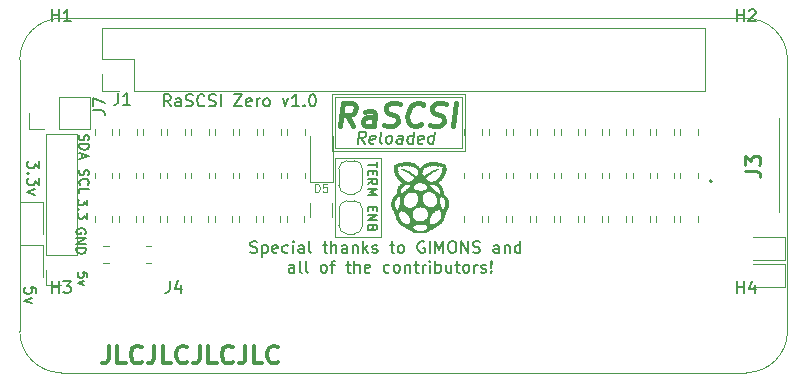
<source format=gbr>
%TF.GenerationSoftware,KiCad,Pcbnew,(5.1.9-16-g1737927814)-1*%
%TF.CreationDate,2021-11-14T21:42:26-06:00*%
%TF.ProjectId,rascsi_zero,72617363-7369-45f7-9a65-726f2e6b6963,rev?*%
%TF.SameCoordinates,PX59d60c0PY325aa00*%
%TF.FileFunction,Legend,Top*%
%TF.FilePolarity,Positive*%
%FSLAX46Y46*%
G04 Gerber Fmt 4.6, Leading zero omitted, Abs format (unit mm)*
G04 Created by KiCad (PCBNEW (5.1.9-16-g1737927814)-1) date 2021-11-14 21:42:26*
%MOMM*%
%LPD*%
G01*
G04 APERTURE LIST*
%ADD10C,0.150000*%
%ADD11C,0.120000*%
%ADD12C,0.300000*%
%ADD13C,0.400000*%
%TA.AperFunction,Profile*%
%ADD14C,0.050000*%
%TD*%
%ADD15C,0.200000*%
%ADD16C,0.100000*%
%ADD17C,0.010000*%
%ADD18C,0.254000*%
G04 APERTURE END LIST*
D10*
X85864000Y-7947476D02*
X85902095Y-7871285D01*
X85902095Y-7757000D01*
X85864000Y-7642714D01*
X85787809Y-7566523D01*
X85711619Y-7528428D01*
X85559238Y-7490333D01*
X85444952Y-7490333D01*
X85292571Y-7528428D01*
X85216380Y-7566523D01*
X85140190Y-7642714D01*
X85102095Y-7757000D01*
X85102095Y-7833190D01*
X85140190Y-7947476D01*
X85178285Y-7985571D01*
X85444952Y-7985571D01*
X85444952Y-7833190D01*
X85102095Y-8328428D02*
X85902095Y-8328428D01*
X85102095Y-8785571D01*
X85902095Y-8785571D01*
X85102095Y-9166523D02*
X85902095Y-9166523D01*
X85902095Y-9357000D01*
X85864000Y-9471285D01*
X85787809Y-9547476D01*
X85711619Y-9585571D01*
X85559238Y-9623666D01*
X85444952Y-9623666D01*
X85292571Y-9585571D01*
X85216380Y-9547476D01*
X85140190Y-9471285D01*
X85102095Y-9357000D01*
X85102095Y-9166523D01*
D11*
X118010000Y3850000D02*
X118010000Y-950000D01*
X106710000Y3850000D02*
X118010000Y3850000D01*
X106710000Y3800000D02*
X106710000Y3850000D01*
X106710000Y-950000D02*
X106710000Y3800000D01*
X118010000Y-950000D02*
X106710000Y-950000D01*
X117760000Y-650000D02*
X117760000Y3600000D01*
X107010000Y-650000D02*
X117760000Y-650000D01*
X107010000Y3600000D02*
X107010000Y-650000D01*
X117710000Y3600000D02*
X107010000Y3600000D01*
X110860000Y-8200000D02*
X110860000Y-1500000D01*
X106960000Y-8200000D02*
X110860000Y-8200000D01*
X106960000Y-1500000D02*
X106960000Y-8200000D01*
X110810000Y-1500000D02*
X106960000Y-1500000D01*
D10*
X110548095Y-1866666D02*
X110548095Y-2323809D01*
X109748095Y-2095238D02*
X110548095Y-2095238D01*
X110167142Y-2590476D02*
X110167142Y-2857142D01*
X109748095Y-2971428D02*
X109748095Y-2590476D01*
X110548095Y-2590476D01*
X110548095Y-2971428D01*
X109748095Y-3771428D02*
X110129047Y-3504761D01*
X109748095Y-3314285D02*
X110548095Y-3314285D01*
X110548095Y-3619047D01*
X110510000Y-3695238D01*
X110471904Y-3733333D01*
X110395714Y-3771428D01*
X110281428Y-3771428D01*
X110205238Y-3733333D01*
X110167142Y-3695238D01*
X110129047Y-3619047D01*
X110129047Y-3314285D01*
X109748095Y-4114285D02*
X110548095Y-4114285D01*
X109976666Y-4380952D01*
X110548095Y-4647619D01*
X109748095Y-4647619D01*
X110167142Y-5638095D02*
X110167142Y-5904761D01*
X109748095Y-6019047D02*
X109748095Y-5638095D01*
X110548095Y-5638095D01*
X110548095Y-6019047D01*
X109748095Y-6361904D02*
X110548095Y-6361904D01*
X109748095Y-6819047D01*
X110548095Y-6819047D01*
X110167142Y-7466666D02*
X110129047Y-7580952D01*
X110090952Y-7619047D01*
X110014761Y-7657142D01*
X109900476Y-7657142D01*
X109824285Y-7619047D01*
X109786190Y-7580952D01*
X109748095Y-7504761D01*
X109748095Y-7200000D01*
X110548095Y-7200000D01*
X110548095Y-7466666D01*
X110510000Y-7542857D01*
X110471904Y-7580952D01*
X110395714Y-7619047D01*
X110319523Y-7619047D01*
X110243333Y-7580952D01*
X110205238Y-7542857D01*
X110167142Y-7466666D01*
X110167142Y-7200000D01*
X93076666Y2847620D02*
X92743333Y3323810D01*
X92505238Y2847620D02*
X92505238Y3847620D01*
X92886190Y3847620D01*
X92981428Y3800000D01*
X93029047Y3752381D01*
X93076666Y3657143D01*
X93076666Y3514286D01*
X93029047Y3419048D01*
X92981428Y3371429D01*
X92886190Y3323810D01*
X92505238Y3323810D01*
X93933809Y2847620D02*
X93933809Y3371429D01*
X93886190Y3466667D01*
X93790952Y3514286D01*
X93600476Y3514286D01*
X93505238Y3466667D01*
X93933809Y2895239D02*
X93838571Y2847620D01*
X93600476Y2847620D01*
X93505238Y2895239D01*
X93457619Y2990477D01*
X93457619Y3085715D01*
X93505238Y3180953D01*
X93600476Y3228572D01*
X93838571Y3228572D01*
X93933809Y3276191D01*
X94362380Y2895239D02*
X94505238Y2847620D01*
X94743333Y2847620D01*
X94838571Y2895239D01*
X94886190Y2942858D01*
X94933809Y3038096D01*
X94933809Y3133334D01*
X94886190Y3228572D01*
X94838571Y3276191D01*
X94743333Y3323810D01*
X94552857Y3371429D01*
X94457619Y3419048D01*
X94410000Y3466667D01*
X94362380Y3561905D01*
X94362380Y3657143D01*
X94410000Y3752381D01*
X94457619Y3800000D01*
X94552857Y3847620D01*
X94790952Y3847620D01*
X94933809Y3800000D01*
X95933809Y2942858D02*
X95886190Y2895239D01*
X95743333Y2847620D01*
X95648095Y2847620D01*
X95505238Y2895239D01*
X95410000Y2990477D01*
X95362380Y3085715D01*
X95314761Y3276191D01*
X95314761Y3419048D01*
X95362380Y3609524D01*
X95410000Y3704762D01*
X95505238Y3800000D01*
X95648095Y3847620D01*
X95743333Y3847620D01*
X95886190Y3800000D01*
X95933809Y3752381D01*
X96314761Y2895239D02*
X96457619Y2847620D01*
X96695714Y2847620D01*
X96790952Y2895239D01*
X96838571Y2942858D01*
X96886190Y3038096D01*
X96886190Y3133334D01*
X96838571Y3228572D01*
X96790952Y3276191D01*
X96695714Y3323810D01*
X96505238Y3371429D01*
X96410000Y3419048D01*
X96362380Y3466667D01*
X96314761Y3561905D01*
X96314761Y3657143D01*
X96362380Y3752381D01*
X96410000Y3800000D01*
X96505238Y3847620D01*
X96743333Y3847620D01*
X96886190Y3800000D01*
X97314761Y2847620D02*
X97314761Y3847620D01*
X98457619Y3847620D02*
X99124285Y3847620D01*
X98457619Y2847620D01*
X99124285Y2847620D01*
X99886190Y2895239D02*
X99790952Y2847620D01*
X99600476Y2847620D01*
X99505238Y2895239D01*
X99457619Y2990477D01*
X99457619Y3371429D01*
X99505238Y3466667D01*
X99600476Y3514286D01*
X99790952Y3514286D01*
X99886190Y3466667D01*
X99933809Y3371429D01*
X99933809Y3276191D01*
X99457619Y3180953D01*
X100362380Y2847620D02*
X100362380Y3514286D01*
X100362380Y3323810D02*
X100410000Y3419048D01*
X100457619Y3466667D01*
X100552857Y3514286D01*
X100648095Y3514286D01*
X101124285Y2847620D02*
X101029047Y2895239D01*
X100981428Y2942858D01*
X100933809Y3038096D01*
X100933809Y3323810D01*
X100981428Y3419048D01*
X101029047Y3466667D01*
X101124285Y3514286D01*
X101267142Y3514286D01*
X101362380Y3466667D01*
X101410000Y3419048D01*
X101457619Y3323810D01*
X101457619Y3038096D01*
X101410000Y2942858D01*
X101362380Y2895239D01*
X101267142Y2847620D01*
X101124285Y2847620D01*
X102552857Y3514286D02*
X102790952Y2847620D01*
X103029047Y3514286D01*
X103933809Y2847620D02*
X103362380Y2847620D01*
X103648095Y2847620D02*
X103648095Y3847620D01*
X103552857Y3704762D01*
X103457619Y3609524D01*
X103362380Y3561905D01*
X104362380Y2942858D02*
X104410000Y2895239D01*
X104362380Y2847620D01*
X104314761Y2895239D01*
X104362380Y2942858D01*
X104362380Y2847620D01*
X105029047Y3847620D02*
X105124285Y3847620D01*
X105219523Y3800000D01*
X105267142Y3752381D01*
X105314761Y3657143D01*
X105362380Y3466667D01*
X105362380Y3228572D01*
X105314761Y3038096D01*
X105267142Y2942858D01*
X105219523Y2895239D01*
X105124285Y2847620D01*
X105029047Y2847620D01*
X104933809Y2895239D01*
X104886190Y2942858D01*
X104838571Y3038096D01*
X104790952Y3228572D01*
X104790952Y3466667D01*
X104838571Y3657143D01*
X104886190Y3752381D01*
X104933809Y3800000D01*
X105029047Y3847620D01*
X81693619Y-12986142D02*
X81693619Y-12509952D01*
X81217428Y-12462333D01*
X81265047Y-12509952D01*
X81312666Y-12605190D01*
X81312666Y-12843285D01*
X81265047Y-12938523D01*
X81217428Y-12986142D01*
X81122190Y-13033761D01*
X80884095Y-13033761D01*
X80788857Y-12986142D01*
X80741238Y-12938523D01*
X80693619Y-12843285D01*
X80693619Y-12605190D01*
X80741238Y-12509952D01*
X80788857Y-12462333D01*
X81360285Y-13367095D02*
X80693619Y-13605190D01*
X81360285Y-13843285D01*
X81947619Y-1794428D02*
X81947619Y-2413476D01*
X81566666Y-2080142D01*
X81566666Y-2223000D01*
X81519047Y-2318238D01*
X81471428Y-2365857D01*
X81376190Y-2413476D01*
X81138095Y-2413476D01*
X81042857Y-2365857D01*
X80995238Y-2318238D01*
X80947619Y-2223000D01*
X80947619Y-1937285D01*
X80995238Y-1842047D01*
X81042857Y-1794428D01*
X81042857Y-2842047D02*
X80995238Y-2889666D01*
X80947619Y-2842047D01*
X80995238Y-2794428D01*
X81042857Y-2842047D01*
X80947619Y-2842047D01*
X81947619Y-3223000D02*
X81947619Y-3842047D01*
X81566666Y-3508714D01*
X81566666Y-3651571D01*
X81519047Y-3746809D01*
X81471428Y-3794428D01*
X81376190Y-3842047D01*
X81138095Y-3842047D01*
X81042857Y-3794428D01*
X80995238Y-3746809D01*
X80947619Y-3651571D01*
X80947619Y-3365857D01*
X80995238Y-3270619D01*
X81042857Y-3223000D01*
X81614285Y-4175380D02*
X80947619Y-4413476D01*
X81614285Y-4651571D01*
D12*
X87831428Y-17428571D02*
X87831428Y-18500000D01*
X87760000Y-18714285D01*
X87617142Y-18857142D01*
X87402857Y-18928571D01*
X87260000Y-18928571D01*
X89260000Y-18928571D02*
X88545714Y-18928571D01*
X88545714Y-17428571D01*
X90617142Y-18785714D02*
X90545714Y-18857142D01*
X90331428Y-18928571D01*
X90188571Y-18928571D01*
X89974285Y-18857142D01*
X89831428Y-18714285D01*
X89760000Y-18571428D01*
X89688571Y-18285714D01*
X89688571Y-18071428D01*
X89760000Y-17785714D01*
X89831428Y-17642857D01*
X89974285Y-17500000D01*
X90188571Y-17428571D01*
X90331428Y-17428571D01*
X90545714Y-17500000D01*
X90617142Y-17571428D01*
X91688571Y-17428571D02*
X91688571Y-18500000D01*
X91617142Y-18714285D01*
X91474285Y-18857142D01*
X91260000Y-18928571D01*
X91117142Y-18928571D01*
X93117142Y-18928571D02*
X92402857Y-18928571D01*
X92402857Y-17428571D01*
X94474285Y-18785714D02*
X94402857Y-18857142D01*
X94188571Y-18928571D01*
X94045714Y-18928571D01*
X93831428Y-18857142D01*
X93688571Y-18714285D01*
X93617142Y-18571428D01*
X93545714Y-18285714D01*
X93545714Y-18071428D01*
X93617142Y-17785714D01*
X93688571Y-17642857D01*
X93831428Y-17500000D01*
X94045714Y-17428571D01*
X94188571Y-17428571D01*
X94402857Y-17500000D01*
X94474285Y-17571428D01*
X95545714Y-17428571D02*
X95545714Y-18500000D01*
X95474285Y-18714285D01*
X95331428Y-18857142D01*
X95117142Y-18928571D01*
X94974285Y-18928571D01*
X96974285Y-18928571D02*
X96260000Y-18928571D01*
X96260000Y-17428571D01*
X98331428Y-18785714D02*
X98260000Y-18857142D01*
X98045714Y-18928571D01*
X97902857Y-18928571D01*
X97688571Y-18857142D01*
X97545714Y-18714285D01*
X97474285Y-18571428D01*
X97402857Y-18285714D01*
X97402857Y-18071428D01*
X97474285Y-17785714D01*
X97545714Y-17642857D01*
X97688571Y-17500000D01*
X97902857Y-17428571D01*
X98045714Y-17428571D01*
X98260000Y-17500000D01*
X98331428Y-17571428D01*
X99402857Y-17428571D02*
X99402857Y-18500000D01*
X99331428Y-18714285D01*
X99188571Y-18857142D01*
X98974285Y-18928571D01*
X98831428Y-18928571D01*
X100831428Y-18928571D02*
X100117142Y-18928571D01*
X100117142Y-17428571D01*
X102188571Y-18785714D02*
X102117142Y-18857142D01*
X101902857Y-18928571D01*
X101760000Y-18928571D01*
X101545714Y-18857142D01*
X101402857Y-18714285D01*
X101331428Y-18571428D01*
X101260000Y-18285714D01*
X101260000Y-18071428D01*
X101331428Y-17785714D01*
X101402857Y-17642857D01*
X101545714Y-17500000D01*
X101760000Y-17428571D01*
X101902857Y-17428571D01*
X102117142Y-17500000D01*
X102188571Y-17571428D01*
D10*
X88626666Y3997620D02*
X88626666Y3283334D01*
X88579047Y3140477D01*
X88483809Y3045239D01*
X88340952Y2997620D01*
X88245714Y2997620D01*
X89626666Y2997620D02*
X89055238Y2997620D01*
X89340952Y2997620D02*
X89340952Y3997620D01*
X89245714Y3854762D01*
X89150476Y3759524D01*
X89055238Y3711905D01*
D11*
X89950000Y6826000D02*
X87283000Y6826000D01*
X89950000Y4159000D02*
X89950000Y6826000D01*
X138337000Y4159000D02*
X89950000Y4159000D01*
X138337000Y9493000D02*
X138337000Y4159000D01*
X87283000Y9493000D02*
X138337000Y9493000D01*
X87283000Y6826000D02*
X87283000Y9493000D01*
X87283000Y4159000D02*
X87283000Y5556000D01*
X88680000Y4159000D02*
X87283000Y4159000D01*
D10*
X85394190Y415429D02*
X85356095Y301143D01*
X85356095Y110667D01*
X85394190Y34477D01*
X85432285Y-3619D01*
X85508476Y-41714D01*
X85584666Y-41714D01*
X85660857Y-3619D01*
X85698952Y34477D01*
X85737047Y110667D01*
X85775142Y263048D01*
X85813238Y339239D01*
X85851333Y377334D01*
X85927523Y415429D01*
X86003714Y415429D01*
X86079904Y377334D01*
X86118000Y339239D01*
X86156095Y263048D01*
X86156095Y72572D01*
X86118000Y-41714D01*
X85356095Y-384571D02*
X86156095Y-384571D01*
X86156095Y-575047D01*
X86118000Y-689333D01*
X86041809Y-765523D01*
X85965619Y-803619D01*
X85813238Y-841714D01*
X85698952Y-841714D01*
X85546571Y-803619D01*
X85470380Y-765523D01*
X85394190Y-689333D01*
X85356095Y-575047D01*
X85356095Y-384571D01*
X85584666Y-1146476D02*
X85584666Y-1527428D01*
X85356095Y-1070285D02*
X86156095Y-1336952D01*
X85356095Y-1603619D01*
X85394190Y-2524619D02*
X85356095Y-2638904D01*
X85356095Y-2829380D01*
X85394190Y-2905571D01*
X85432285Y-2943666D01*
X85508476Y-2981761D01*
X85584666Y-2981761D01*
X85660857Y-2943666D01*
X85698952Y-2905571D01*
X85737047Y-2829380D01*
X85775142Y-2677000D01*
X85813238Y-2600809D01*
X85851333Y-2562714D01*
X85927523Y-2524619D01*
X86003714Y-2524619D01*
X86079904Y-2562714D01*
X86118000Y-2600809D01*
X86156095Y-2677000D01*
X86156095Y-2867476D01*
X86118000Y-2981761D01*
X85432285Y-3781761D02*
X85394190Y-3743666D01*
X85356095Y-3629380D01*
X85356095Y-3553190D01*
X85394190Y-3438904D01*
X85470380Y-3362714D01*
X85546571Y-3324619D01*
X85698952Y-3286523D01*
X85813238Y-3286523D01*
X85965619Y-3324619D01*
X86041809Y-3362714D01*
X86118000Y-3438904D01*
X86156095Y-3553190D01*
X86156095Y-3629380D01*
X86118000Y-3743666D01*
X86079904Y-3781761D01*
X85356095Y-4505571D02*
X85356095Y-4124619D01*
X86156095Y-4124619D01*
X86029095Y-5051904D02*
X86029095Y-5547142D01*
X85724333Y-5280476D01*
X85724333Y-5394761D01*
X85686238Y-5470952D01*
X85648142Y-5509047D01*
X85571952Y-5547142D01*
X85381476Y-5547142D01*
X85305285Y-5509047D01*
X85267190Y-5470952D01*
X85229095Y-5394761D01*
X85229095Y-5166190D01*
X85267190Y-5090000D01*
X85305285Y-5051904D01*
X85305285Y-5890000D02*
X85267190Y-5928095D01*
X85229095Y-5890000D01*
X85267190Y-5851904D01*
X85305285Y-5890000D01*
X85229095Y-5890000D01*
X86029095Y-6194761D02*
X86029095Y-6690000D01*
X85724333Y-6423333D01*
X85724333Y-6537619D01*
X85686238Y-6613809D01*
X85648142Y-6651904D01*
X85571952Y-6690000D01*
X85381476Y-6690000D01*
X85305285Y-6651904D01*
X85267190Y-6613809D01*
X85229095Y-6537619D01*
X85229095Y-6309047D01*
X85267190Y-6232857D01*
X85305285Y-6194761D01*
X86029095Y-11617714D02*
X86029095Y-11236761D01*
X85648142Y-11198666D01*
X85686238Y-11236761D01*
X85724333Y-11312952D01*
X85724333Y-11503428D01*
X85686238Y-11579619D01*
X85648142Y-11617714D01*
X85571952Y-11655809D01*
X85381476Y-11655809D01*
X85305285Y-11617714D01*
X85267190Y-11579619D01*
X85229095Y-11503428D01*
X85229095Y-11312952D01*
X85267190Y-11236761D01*
X85305285Y-11198666D01*
X85762428Y-11922476D02*
X85229095Y-12112952D01*
X85762428Y-12303428D01*
X99826666Y-9529761D02*
X99969523Y-9577380D01*
X100207619Y-9577380D01*
X100302857Y-9529761D01*
X100350476Y-9482142D01*
X100398095Y-9386904D01*
X100398095Y-9291666D01*
X100350476Y-9196428D01*
X100302857Y-9148809D01*
X100207619Y-9101190D01*
X100017142Y-9053571D01*
X99921904Y-9005952D01*
X99874285Y-8958333D01*
X99826666Y-8863095D01*
X99826666Y-8767857D01*
X99874285Y-8672619D01*
X99921904Y-8625000D01*
X100017142Y-8577380D01*
X100255238Y-8577380D01*
X100398095Y-8625000D01*
X100826666Y-8910714D02*
X100826666Y-9910714D01*
X100826666Y-8958333D02*
X100921904Y-8910714D01*
X101112380Y-8910714D01*
X101207619Y-8958333D01*
X101255238Y-9005952D01*
X101302857Y-9101190D01*
X101302857Y-9386904D01*
X101255238Y-9482142D01*
X101207619Y-9529761D01*
X101112380Y-9577380D01*
X100921904Y-9577380D01*
X100826666Y-9529761D01*
X102112380Y-9529761D02*
X102017142Y-9577380D01*
X101826666Y-9577380D01*
X101731428Y-9529761D01*
X101683809Y-9434523D01*
X101683809Y-9053571D01*
X101731428Y-8958333D01*
X101826666Y-8910714D01*
X102017142Y-8910714D01*
X102112380Y-8958333D01*
X102160000Y-9053571D01*
X102160000Y-9148809D01*
X101683809Y-9244047D01*
X103017142Y-9529761D02*
X102921904Y-9577380D01*
X102731428Y-9577380D01*
X102636190Y-9529761D01*
X102588571Y-9482142D01*
X102540952Y-9386904D01*
X102540952Y-9101190D01*
X102588571Y-9005952D01*
X102636190Y-8958333D01*
X102731428Y-8910714D01*
X102921904Y-8910714D01*
X103017142Y-8958333D01*
X103445714Y-9577380D02*
X103445714Y-8910714D01*
X103445714Y-8577380D02*
X103398095Y-8625000D01*
X103445714Y-8672619D01*
X103493333Y-8625000D01*
X103445714Y-8577380D01*
X103445714Y-8672619D01*
X104350476Y-9577380D02*
X104350476Y-9053571D01*
X104302857Y-8958333D01*
X104207619Y-8910714D01*
X104017142Y-8910714D01*
X103921904Y-8958333D01*
X104350476Y-9529761D02*
X104255238Y-9577380D01*
X104017142Y-9577380D01*
X103921904Y-9529761D01*
X103874285Y-9434523D01*
X103874285Y-9339285D01*
X103921904Y-9244047D01*
X104017142Y-9196428D01*
X104255238Y-9196428D01*
X104350476Y-9148809D01*
X104969523Y-9577380D02*
X104874285Y-9529761D01*
X104826666Y-9434523D01*
X104826666Y-8577380D01*
X105969523Y-8910714D02*
X106350476Y-8910714D01*
X106112380Y-8577380D02*
X106112380Y-9434523D01*
X106160000Y-9529761D01*
X106255238Y-9577380D01*
X106350476Y-9577380D01*
X106683809Y-9577380D02*
X106683809Y-8577380D01*
X107112380Y-9577380D02*
X107112380Y-9053571D01*
X107064761Y-8958333D01*
X106969523Y-8910714D01*
X106826666Y-8910714D01*
X106731428Y-8958333D01*
X106683809Y-9005952D01*
X108017142Y-9577380D02*
X108017142Y-9053571D01*
X107969523Y-8958333D01*
X107874285Y-8910714D01*
X107683809Y-8910714D01*
X107588571Y-8958333D01*
X108017142Y-9529761D02*
X107921904Y-9577380D01*
X107683809Y-9577380D01*
X107588571Y-9529761D01*
X107540952Y-9434523D01*
X107540952Y-9339285D01*
X107588571Y-9244047D01*
X107683809Y-9196428D01*
X107921904Y-9196428D01*
X108017142Y-9148809D01*
X108493333Y-8910714D02*
X108493333Y-9577380D01*
X108493333Y-9005952D02*
X108540952Y-8958333D01*
X108636190Y-8910714D01*
X108779047Y-8910714D01*
X108874285Y-8958333D01*
X108921904Y-9053571D01*
X108921904Y-9577380D01*
X109398095Y-9577380D02*
X109398095Y-8577380D01*
X109493333Y-9196428D02*
X109779047Y-9577380D01*
X109779047Y-8910714D02*
X109398095Y-9291666D01*
X110160000Y-9529761D02*
X110255238Y-9577380D01*
X110445714Y-9577380D01*
X110540952Y-9529761D01*
X110588571Y-9434523D01*
X110588571Y-9386904D01*
X110540952Y-9291666D01*
X110445714Y-9244047D01*
X110302857Y-9244047D01*
X110207619Y-9196428D01*
X110160000Y-9101190D01*
X110160000Y-9053571D01*
X110207619Y-8958333D01*
X110302857Y-8910714D01*
X110445714Y-8910714D01*
X110540952Y-8958333D01*
X111636190Y-8910714D02*
X112017142Y-8910714D01*
X111779047Y-8577380D02*
X111779047Y-9434523D01*
X111826666Y-9529761D01*
X111921904Y-9577380D01*
X112017142Y-9577380D01*
X112493333Y-9577380D02*
X112398095Y-9529761D01*
X112350476Y-9482142D01*
X112302857Y-9386904D01*
X112302857Y-9101190D01*
X112350476Y-9005952D01*
X112398095Y-8958333D01*
X112493333Y-8910714D01*
X112636190Y-8910714D01*
X112731428Y-8958333D01*
X112779047Y-9005952D01*
X112826666Y-9101190D01*
X112826666Y-9386904D01*
X112779047Y-9482142D01*
X112731428Y-9529761D01*
X112636190Y-9577380D01*
X112493333Y-9577380D01*
X114540952Y-8625000D02*
X114445714Y-8577380D01*
X114302857Y-8577380D01*
X114160000Y-8625000D01*
X114064761Y-8720238D01*
X114017142Y-8815476D01*
X113969523Y-9005952D01*
X113969523Y-9148809D01*
X114017142Y-9339285D01*
X114064761Y-9434523D01*
X114160000Y-9529761D01*
X114302857Y-9577380D01*
X114398095Y-9577380D01*
X114540952Y-9529761D01*
X114588571Y-9482142D01*
X114588571Y-9148809D01*
X114398095Y-9148809D01*
X115017142Y-9577380D02*
X115017142Y-8577380D01*
X115493333Y-9577380D02*
X115493333Y-8577380D01*
X115826666Y-9291666D01*
X116160000Y-8577380D01*
X116160000Y-9577380D01*
X116826666Y-8577380D02*
X117017142Y-8577380D01*
X117112380Y-8625000D01*
X117207619Y-8720238D01*
X117255238Y-8910714D01*
X117255238Y-9244047D01*
X117207619Y-9434523D01*
X117112380Y-9529761D01*
X117017142Y-9577380D01*
X116826666Y-9577380D01*
X116731428Y-9529761D01*
X116636190Y-9434523D01*
X116588571Y-9244047D01*
X116588571Y-8910714D01*
X116636190Y-8720238D01*
X116731428Y-8625000D01*
X116826666Y-8577380D01*
X117683809Y-9577380D02*
X117683809Y-8577380D01*
X118255238Y-9577380D01*
X118255238Y-8577380D01*
X118683809Y-9529761D02*
X118826666Y-9577380D01*
X119064761Y-9577380D01*
X119160000Y-9529761D01*
X119207619Y-9482142D01*
X119255238Y-9386904D01*
X119255238Y-9291666D01*
X119207619Y-9196428D01*
X119160000Y-9148809D01*
X119064761Y-9101190D01*
X118874285Y-9053571D01*
X118779047Y-9005952D01*
X118731428Y-8958333D01*
X118683809Y-8863095D01*
X118683809Y-8767857D01*
X118731428Y-8672619D01*
X118779047Y-8625000D01*
X118874285Y-8577380D01*
X119112380Y-8577380D01*
X119255238Y-8625000D01*
X120874285Y-9577380D02*
X120874285Y-9053571D01*
X120826666Y-8958333D01*
X120731428Y-8910714D01*
X120540952Y-8910714D01*
X120445714Y-8958333D01*
X120874285Y-9529761D02*
X120779047Y-9577380D01*
X120540952Y-9577380D01*
X120445714Y-9529761D01*
X120398095Y-9434523D01*
X120398095Y-9339285D01*
X120445714Y-9244047D01*
X120540952Y-9196428D01*
X120779047Y-9196428D01*
X120874285Y-9148809D01*
X121350476Y-8910714D02*
X121350476Y-9577380D01*
X121350476Y-9005952D02*
X121398095Y-8958333D01*
X121493333Y-8910714D01*
X121636190Y-8910714D01*
X121731428Y-8958333D01*
X121779047Y-9053571D01*
X121779047Y-9577380D01*
X122683809Y-9577380D02*
X122683809Y-8577380D01*
X122683809Y-9529761D02*
X122588571Y-9577380D01*
X122398095Y-9577380D01*
X122302857Y-9529761D01*
X122255238Y-9482142D01*
X122207619Y-9386904D01*
X122207619Y-9101190D01*
X122255238Y-9005952D01*
X122302857Y-8958333D01*
X122398095Y-8910714D01*
X122588571Y-8910714D01*
X122683809Y-8958333D01*
X103540952Y-11227380D02*
X103540952Y-10703571D01*
X103493333Y-10608333D01*
X103398095Y-10560714D01*
X103207619Y-10560714D01*
X103112380Y-10608333D01*
X103540952Y-11179761D02*
X103445714Y-11227380D01*
X103207619Y-11227380D01*
X103112380Y-11179761D01*
X103064761Y-11084523D01*
X103064761Y-10989285D01*
X103112380Y-10894047D01*
X103207619Y-10846428D01*
X103445714Y-10846428D01*
X103540952Y-10798809D01*
X104160000Y-11227380D02*
X104064761Y-11179761D01*
X104017142Y-11084523D01*
X104017142Y-10227380D01*
X104683809Y-11227380D02*
X104588571Y-11179761D01*
X104540952Y-11084523D01*
X104540952Y-10227380D01*
X105969523Y-11227380D02*
X105874285Y-11179761D01*
X105826666Y-11132142D01*
X105779047Y-11036904D01*
X105779047Y-10751190D01*
X105826666Y-10655952D01*
X105874285Y-10608333D01*
X105969523Y-10560714D01*
X106112380Y-10560714D01*
X106207619Y-10608333D01*
X106255238Y-10655952D01*
X106302857Y-10751190D01*
X106302857Y-11036904D01*
X106255238Y-11132142D01*
X106207619Y-11179761D01*
X106112380Y-11227380D01*
X105969523Y-11227380D01*
X106588571Y-10560714D02*
X106969523Y-10560714D01*
X106731428Y-11227380D02*
X106731428Y-10370238D01*
X106779047Y-10275000D01*
X106874285Y-10227380D01*
X106969523Y-10227380D01*
X107921904Y-10560714D02*
X108302857Y-10560714D01*
X108064761Y-10227380D02*
X108064761Y-11084523D01*
X108112380Y-11179761D01*
X108207619Y-11227380D01*
X108302857Y-11227380D01*
X108636190Y-11227380D02*
X108636190Y-10227380D01*
X109064761Y-11227380D02*
X109064761Y-10703571D01*
X109017142Y-10608333D01*
X108921904Y-10560714D01*
X108779047Y-10560714D01*
X108683809Y-10608333D01*
X108636190Y-10655952D01*
X109921904Y-11179761D02*
X109826666Y-11227380D01*
X109636190Y-11227380D01*
X109540952Y-11179761D01*
X109493333Y-11084523D01*
X109493333Y-10703571D01*
X109540952Y-10608333D01*
X109636190Y-10560714D01*
X109826666Y-10560714D01*
X109921904Y-10608333D01*
X109969523Y-10703571D01*
X109969523Y-10798809D01*
X109493333Y-10894047D01*
X111588571Y-11179761D02*
X111493333Y-11227380D01*
X111302857Y-11227380D01*
X111207619Y-11179761D01*
X111160000Y-11132142D01*
X111112380Y-11036904D01*
X111112380Y-10751190D01*
X111160000Y-10655952D01*
X111207619Y-10608333D01*
X111302857Y-10560714D01*
X111493333Y-10560714D01*
X111588571Y-10608333D01*
X112160000Y-11227380D02*
X112064761Y-11179761D01*
X112017142Y-11132142D01*
X111969523Y-11036904D01*
X111969523Y-10751190D01*
X112017142Y-10655952D01*
X112064761Y-10608333D01*
X112160000Y-10560714D01*
X112302857Y-10560714D01*
X112398095Y-10608333D01*
X112445714Y-10655952D01*
X112493333Y-10751190D01*
X112493333Y-11036904D01*
X112445714Y-11132142D01*
X112398095Y-11179761D01*
X112302857Y-11227380D01*
X112160000Y-11227380D01*
X112921904Y-10560714D02*
X112921904Y-11227380D01*
X112921904Y-10655952D02*
X112969523Y-10608333D01*
X113064761Y-10560714D01*
X113207619Y-10560714D01*
X113302857Y-10608333D01*
X113350476Y-10703571D01*
X113350476Y-11227380D01*
X113683809Y-10560714D02*
X114064761Y-10560714D01*
X113826666Y-10227380D02*
X113826666Y-11084523D01*
X113874285Y-11179761D01*
X113969523Y-11227380D01*
X114064761Y-11227380D01*
X114398095Y-11227380D02*
X114398095Y-10560714D01*
X114398095Y-10751190D02*
X114445714Y-10655952D01*
X114493333Y-10608333D01*
X114588571Y-10560714D01*
X114683809Y-10560714D01*
X115017142Y-11227380D02*
X115017142Y-10560714D01*
X115017142Y-10227380D02*
X114969523Y-10275000D01*
X115017142Y-10322619D01*
X115064761Y-10275000D01*
X115017142Y-10227380D01*
X115017142Y-10322619D01*
X115493333Y-11227380D02*
X115493333Y-10227380D01*
X115493333Y-10608333D02*
X115588571Y-10560714D01*
X115779047Y-10560714D01*
X115874285Y-10608333D01*
X115921904Y-10655952D01*
X115969523Y-10751190D01*
X115969523Y-11036904D01*
X115921904Y-11132142D01*
X115874285Y-11179761D01*
X115779047Y-11227380D01*
X115588571Y-11227380D01*
X115493333Y-11179761D01*
X116826666Y-10560714D02*
X116826666Y-11227380D01*
X116398095Y-10560714D02*
X116398095Y-11084523D01*
X116445714Y-11179761D01*
X116540952Y-11227380D01*
X116683809Y-11227380D01*
X116779047Y-11179761D01*
X116826666Y-11132142D01*
X117160000Y-10560714D02*
X117540952Y-10560714D01*
X117302857Y-10227380D02*
X117302857Y-11084523D01*
X117350476Y-11179761D01*
X117445714Y-11227380D01*
X117540952Y-11227380D01*
X118017142Y-11227380D02*
X117921904Y-11179761D01*
X117874285Y-11132142D01*
X117826666Y-11036904D01*
X117826666Y-10751190D01*
X117874285Y-10655952D01*
X117921904Y-10608333D01*
X118017142Y-10560714D01*
X118160000Y-10560714D01*
X118255238Y-10608333D01*
X118302857Y-10655952D01*
X118350476Y-10751190D01*
X118350476Y-11036904D01*
X118302857Y-11132142D01*
X118255238Y-11179761D01*
X118160000Y-11227380D01*
X118017142Y-11227380D01*
X118779047Y-11227380D02*
X118779047Y-10560714D01*
X118779047Y-10751190D02*
X118826666Y-10655952D01*
X118874285Y-10608333D01*
X118969523Y-10560714D01*
X119064761Y-10560714D01*
X119350476Y-11179761D02*
X119445714Y-11227380D01*
X119636190Y-11227380D01*
X119731428Y-11179761D01*
X119779047Y-11084523D01*
X119779047Y-11036904D01*
X119731428Y-10941666D01*
X119636190Y-10894047D01*
X119493333Y-10894047D01*
X119398095Y-10846428D01*
X119350476Y-10751190D01*
X119350476Y-10703571D01*
X119398095Y-10608333D01*
X119493333Y-10560714D01*
X119636190Y-10560714D01*
X119731428Y-10608333D01*
X120207619Y-11132142D02*
X120255238Y-11179761D01*
X120207619Y-11227380D01*
X120160000Y-11179761D01*
X120207619Y-11132142D01*
X120207619Y-11227380D01*
X120207619Y-10846428D02*
X120160000Y-10275000D01*
X120207619Y-10227380D01*
X120255238Y-10275000D01*
X120207619Y-10846428D01*
X120207619Y-10227380D01*
X109505967Y-311380D02*
X109232157Y164810D01*
X108934538Y-311380D02*
X109059538Y688620D01*
X109440491Y688620D01*
X109529776Y641000D01*
X109571443Y593381D01*
X109607157Y498143D01*
X109589300Y355286D01*
X109529776Y260048D01*
X109476205Y212429D01*
X109375014Y164810D01*
X108994062Y164810D01*
X110321443Y-263761D02*
X110220252Y-311380D01*
X110029776Y-311380D01*
X109940491Y-263761D01*
X109904776Y-168523D01*
X109952395Y212429D01*
X110011919Y307667D01*
X110113110Y355286D01*
X110303586Y355286D01*
X110392872Y307667D01*
X110428586Y212429D01*
X110416681Y117191D01*
X109928586Y21953D01*
X110934538Y-311380D02*
X110845252Y-263761D01*
X110809538Y-168523D01*
X110916681Y688620D01*
X111458348Y-311380D02*
X111369062Y-263761D01*
X111327395Y-216142D01*
X111291681Y-120904D01*
X111327395Y164810D01*
X111386919Y260048D01*
X111440491Y307667D01*
X111541681Y355286D01*
X111684538Y355286D01*
X111773824Y307667D01*
X111815491Y260048D01*
X111851205Y164810D01*
X111815491Y-120904D01*
X111755967Y-216142D01*
X111702395Y-263761D01*
X111601205Y-311380D01*
X111458348Y-311380D01*
X112648824Y-311380D02*
X112714300Y212429D01*
X112678586Y307667D01*
X112589300Y355286D01*
X112398824Y355286D01*
X112297633Y307667D01*
X112654776Y-263761D02*
X112553586Y-311380D01*
X112315491Y-311380D01*
X112226205Y-263761D01*
X112190491Y-168523D01*
X112202395Y-73285D01*
X112261919Y21953D01*
X112363110Y69572D01*
X112601205Y69572D01*
X112702395Y117191D01*
X113553586Y-311380D02*
X113678586Y688620D01*
X113559538Y-263761D02*
X113458348Y-311380D01*
X113267872Y-311380D01*
X113178586Y-263761D01*
X113136919Y-216142D01*
X113101205Y-120904D01*
X113136919Y164810D01*
X113196443Y260048D01*
X113250014Y307667D01*
X113351205Y355286D01*
X113541681Y355286D01*
X113630967Y307667D01*
X114416681Y-263761D02*
X114315491Y-311380D01*
X114125014Y-311380D01*
X114035729Y-263761D01*
X114000014Y-168523D01*
X114047633Y212429D01*
X114107157Y307667D01*
X114208348Y355286D01*
X114398824Y355286D01*
X114488110Y307667D01*
X114523824Y212429D01*
X114511919Y117191D01*
X114023824Y21953D01*
X115315491Y-311380D02*
X115440491Y688620D01*
X115321443Y-263761D02*
X115220252Y-311380D01*
X115029776Y-311380D01*
X114940491Y-263761D01*
X114898824Y-216142D01*
X114863110Y-120904D01*
X114898824Y164810D01*
X114958348Y260048D01*
X115011919Y307667D01*
X115113110Y355286D01*
X115303586Y355286D01*
X115392872Y307667D01*
D13*
X108540738Y1141239D02*
X107993119Y2093620D01*
X107397880Y1141239D02*
X107647880Y3141239D01*
X108409785Y3141239D01*
X108588357Y3046000D01*
X108671690Y2950762D01*
X108743119Y2760286D01*
X108707404Y2474572D01*
X108588357Y2284096D01*
X108481214Y2188858D01*
X108278833Y2093620D01*
X107516928Y2093620D01*
X110255023Y1141239D02*
X110385976Y2188858D01*
X110314547Y2379334D01*
X110135976Y2474572D01*
X109755023Y2474572D01*
X109552642Y2379334D01*
X110266928Y1236477D02*
X110064547Y1141239D01*
X109588357Y1141239D01*
X109409785Y1236477D01*
X109338357Y1426953D01*
X109362166Y1617429D01*
X109481214Y1807905D01*
X109683595Y1903143D01*
X110159785Y1903143D01*
X110362166Y1998381D01*
X111124071Y1236477D02*
X111397880Y1141239D01*
X111874071Y1141239D01*
X112076452Y1236477D01*
X112183595Y1331715D01*
X112302642Y1522191D01*
X112326452Y1712667D01*
X112255023Y1903143D01*
X112171690Y1998381D01*
X111993119Y2093620D01*
X111624071Y2188858D01*
X111445500Y2284096D01*
X111362166Y2379334D01*
X111290738Y2569810D01*
X111314547Y2760286D01*
X111433595Y2950762D01*
X111540738Y3046000D01*
X111743119Y3141239D01*
X112219309Y3141239D01*
X112493119Y3046000D01*
X114278833Y1331715D02*
X114171690Y1236477D01*
X113874071Y1141239D01*
X113683595Y1141239D01*
X113409785Y1236477D01*
X113243119Y1426953D01*
X113171690Y1617429D01*
X113124071Y1998381D01*
X113159785Y2284096D01*
X113302642Y2665048D01*
X113421690Y2855524D01*
X113635976Y3046000D01*
X113933595Y3141239D01*
X114124071Y3141239D01*
X114397880Y3046000D01*
X114481214Y2950762D01*
X115028833Y1236477D02*
X115302642Y1141239D01*
X115778833Y1141239D01*
X115981214Y1236477D01*
X116088357Y1331715D01*
X116207404Y1522191D01*
X116231214Y1712667D01*
X116159785Y1903143D01*
X116076452Y1998381D01*
X115897880Y2093620D01*
X115528833Y2188858D01*
X115350261Y2284096D01*
X115266928Y2379334D01*
X115195500Y2569810D01*
X115219309Y2760286D01*
X115338357Y2950762D01*
X115445500Y3046000D01*
X115647880Y3141239D01*
X116124071Y3141239D01*
X116397880Y3046000D01*
X117016928Y1141239D02*
X117266928Y3141239D01*
D14*
X83800000Y-19700000D02*
X141800000Y-19700000D01*
X83800000Y-19700000D02*
G75*
G02*
X80300000Y-16200000I0J3500000D01*
G01*
X145300000Y-16200000D02*
G75*
G02*
X141800000Y-19700000I-3500000J0D01*
G01*
X80300000Y6800000D02*
X80300000Y-16200000D01*
X145300000Y6800000D02*
X145300000Y-16200000D01*
X83800000Y10300000D02*
X141800000Y10300000D01*
X80300000Y6800000D02*
G75*
G02*
X83800000Y10300000I3500000J0D01*
G01*
X141800000Y10300000D02*
G75*
G02*
X145300000Y6800000I0J-3500000D01*
G01*
D11*
%TO.C,R14*%
X136240200Y448216D02*
X136240200Y902344D01*
X137710200Y448216D02*
X137710200Y902344D01*
D15*
%TO.C,J3*%
X138900000Y-3499000D02*
G75*
G02*
X138700000Y-3499000I-100000J0D01*
G01*
X138700000Y-3499000D02*
G75*
G02*
X138900000Y-3499000I100000J0D01*
G01*
D16*
X144550000Y-6124000D02*
X144550000Y1875000D01*
D15*
X138900000Y-3499000D02*
X138900000Y-3499000D01*
X138700000Y-3499000D02*
X138700000Y-3499000D01*
D11*
%TO.C,R59*%
X119407224Y-6476496D02*
X119407224Y-6930624D01*
X117937224Y-6476496D02*
X117937224Y-6930624D01*
%TO.C,JP2*%
X108010000Y-1750000D02*
X108610000Y-1750000D01*
X107310000Y-3850000D02*
X107310000Y-2450000D01*
X108610000Y-4550000D02*
X108010000Y-4550000D01*
X109310000Y-2450000D02*
X109310000Y-3850000D01*
X108610000Y-1750000D02*
G75*
G02*
X109310000Y-2450000I0J-700000D01*
G01*
X107310000Y-2450000D02*
G75*
G02*
X108010000Y-1750000I700000J0D01*
G01*
X108010000Y-4550000D02*
G75*
G02*
X107310000Y-3850000I0J700000D01*
G01*
X109310000Y-3850000D02*
G75*
G02*
X108610000Y-4550000I-700000J0D01*
G01*
%TO.C,JP1*%
X108010000Y-5150400D02*
X108610000Y-5150400D01*
X107310000Y-7250400D02*
X107310000Y-5850400D01*
X108610000Y-7950400D02*
X108010000Y-7950400D01*
X109310000Y-5850400D02*
X109310000Y-7250400D01*
X108610000Y-5150400D02*
G75*
G02*
X109310000Y-5850400I0J-700000D01*
G01*
X107310000Y-5850400D02*
G75*
G02*
X108010000Y-5150400I700000J0D01*
G01*
X108010000Y-7950400D02*
G75*
G02*
X107310000Y-7250400I0J700000D01*
G01*
X109310000Y-7250400D02*
G75*
G02*
X108610000Y-7950400I-700000J0D01*
G01*
%TO.C,R58*%
X121470280Y-2787076D02*
X121470280Y-3241204D01*
X120000280Y-2787076D02*
X120000280Y-3241204D01*
%TO.C,R57*%
X123507210Y-2787076D02*
X123507210Y-3241204D01*
X122037210Y-2787076D02*
X122037210Y-3241204D01*
%TO.C,R56*%
X125544140Y-2787076D02*
X125544140Y-3241204D01*
X124074140Y-2787076D02*
X124074140Y-3241204D01*
%TO.C,R55*%
X127581070Y-2787076D02*
X127581070Y-3241204D01*
X126111070Y-2787076D02*
X126111070Y-3241204D01*
%TO.C,R54*%
X129618000Y-2787076D02*
X129618000Y-3241204D01*
X128148000Y-2787076D02*
X128148000Y-3241204D01*
%TO.C,R53*%
X131654930Y-2787076D02*
X131654930Y-3241204D01*
X130184930Y-2787076D02*
X130184930Y-3241204D01*
%TO.C,R52*%
X133691860Y-2787076D02*
X133691860Y-3241204D01*
X132221860Y-2787076D02*
X132221860Y-3241204D01*
%TO.C,R51*%
X135728790Y-2787076D02*
X135728790Y-3241204D01*
X134258790Y-2787076D02*
X134258790Y-3241204D01*
%TO.C,R50*%
X137710200Y-2787076D02*
X137710200Y-3241204D01*
X136240200Y-2787076D02*
X136240200Y-3241204D01*
%TO.C,R49*%
X96284390Y-2787076D02*
X96284390Y-3241204D01*
X94814390Y-2787076D02*
X94814390Y-3241204D01*
%TO.C,R48*%
X98321320Y-2787076D02*
X98321320Y-3241204D01*
X96851320Y-2787076D02*
X96851320Y-3241204D01*
%TO.C,R47*%
X100358250Y-2787076D02*
X100358250Y-3241204D01*
X98888250Y-2787076D02*
X98888250Y-3241204D01*
%TO.C,R46*%
X102395180Y-2787076D02*
X102395180Y-3241204D01*
X100925180Y-2787076D02*
X100925180Y-3241204D01*
%TO.C,R45*%
X104432110Y-2787076D02*
X104432110Y-3241204D01*
X102962110Y-2787076D02*
X102962110Y-3241204D01*
%TO.C,R44*%
X88136660Y-2787076D02*
X88136660Y-3241204D01*
X86666660Y-2787076D02*
X86666660Y-3241204D01*
%TO.C,R43*%
X90173600Y-2787076D02*
X90173600Y-3241204D01*
X88703600Y-2787076D02*
X88703600Y-3241204D01*
%TO.C,R42*%
X92210530Y-2787076D02*
X92210530Y-3241204D01*
X90740530Y-2787076D02*
X90740530Y-3241204D01*
%TO.C,R41*%
X94247460Y-2787076D02*
X94247460Y-3241204D01*
X92777460Y-2787076D02*
X92777460Y-3241204D01*
%TO.C,R40*%
X119970888Y-6930624D02*
X119970888Y-6476496D01*
X121440888Y-6930624D02*
X121440888Y-6476496D01*
%TO.C,R39*%
X122004552Y-6930624D02*
X122004552Y-6476496D01*
X123474552Y-6930624D02*
X123474552Y-6476496D01*
%TO.C,R38*%
X124038216Y-6930624D02*
X124038216Y-6476496D01*
X125508216Y-6930624D02*
X125508216Y-6476496D01*
%TO.C,R37*%
X126071880Y-6930624D02*
X126071880Y-6476496D01*
X127541880Y-6930624D02*
X127541880Y-6476496D01*
%TO.C,R36*%
X128105544Y-6930624D02*
X128105544Y-6476496D01*
X129575544Y-6930624D02*
X129575544Y-6476496D01*
%TO.C,R35*%
X130139208Y-6930624D02*
X130139208Y-6476496D01*
X131609208Y-6930624D02*
X131609208Y-6476496D01*
%TO.C,R34*%
X132172872Y-6930624D02*
X132172872Y-6476496D01*
X133642872Y-6930624D02*
X133642872Y-6476496D01*
%TO.C,R33*%
X134206536Y-6930624D02*
X134206536Y-6476496D01*
X135676536Y-6930624D02*
X135676536Y-6476496D01*
%TO.C,R32*%
X136240200Y-6930624D02*
X136240200Y-6476496D01*
X137710200Y-6930624D02*
X137710200Y-6476496D01*
%TO.C,R31*%
X94801328Y-6930624D02*
X94801328Y-6476496D01*
X96271328Y-6930624D02*
X96271328Y-6476496D01*
%TO.C,R30*%
X96834992Y-6930624D02*
X96834992Y-6476496D01*
X98304992Y-6930624D02*
X98304992Y-6476496D01*
%TO.C,R29*%
X98868656Y-6930624D02*
X98868656Y-6476496D01*
X100338656Y-6930624D02*
X100338656Y-6476496D01*
%TO.C,R28*%
X100902320Y-6930624D02*
X100902320Y-6476496D01*
X102372320Y-6930624D02*
X102372320Y-6476496D01*
%TO.C,R27*%
X102935984Y-6930624D02*
X102935984Y-6476496D01*
X104405984Y-6930624D02*
X104405984Y-6476496D01*
%TO.C,R26*%
X86666660Y-6930624D02*
X86666660Y-6476496D01*
X88136660Y-6930624D02*
X88136660Y-6476496D01*
%TO.C,R25*%
X88700336Y-6930624D02*
X88700336Y-6476496D01*
X90170336Y-6930624D02*
X90170336Y-6476496D01*
%TO.C,R24*%
X90734000Y-6930624D02*
X90734000Y-6476496D01*
X92204000Y-6930624D02*
X92204000Y-6476496D01*
%TO.C,R23*%
X92767664Y-6930624D02*
X92767664Y-6476496D01*
X94237664Y-6930624D02*
X94237664Y-6476496D01*
%TO.C,R22*%
X119990008Y448216D02*
X119990008Y902344D01*
X121460008Y448216D02*
X121460008Y902344D01*
%TO.C,R21*%
X122021282Y448216D02*
X122021282Y902344D01*
X123491282Y448216D02*
X123491282Y902344D01*
%TO.C,R20*%
X124052556Y448216D02*
X124052556Y902344D01*
X125522556Y448216D02*
X125522556Y902344D01*
%TO.C,R19*%
X126083830Y448216D02*
X126083830Y902344D01*
X127553830Y448216D02*
X127553830Y902344D01*
%TO.C,R18*%
X128115104Y448216D02*
X128115104Y902344D01*
X129585104Y448216D02*
X129585104Y902344D01*
%TO.C,R17*%
X130146378Y448216D02*
X130146378Y902344D01*
X131616378Y448216D02*
X131616378Y902344D01*
%TO.C,R16*%
X132177652Y448216D02*
X132177652Y902344D01*
X133647652Y448216D02*
X133647652Y902344D01*
%TO.C,R15*%
X134208926Y448216D02*
X134208926Y902344D01*
X135678926Y448216D02*
X135678926Y902344D01*
%TO.C,R13*%
X94832398Y448216D02*
X94832398Y902344D01*
X96302398Y448216D02*
X96302398Y902344D01*
%TO.C,R12*%
X96863672Y448216D02*
X96863672Y902344D01*
X98333672Y448216D02*
X98333672Y902344D01*
%TO.C,R11*%
X98894946Y448216D02*
X98894946Y902344D01*
X100364946Y448216D02*
X100364946Y902344D01*
%TO.C,R10*%
X100926220Y448216D02*
X100926220Y902344D01*
X102396220Y448216D02*
X102396220Y902344D01*
%TO.C,R9*%
X102957494Y448216D02*
X102957494Y902344D01*
X104427494Y448216D02*
X104427494Y902344D01*
%TO.C,R8*%
X86666660Y448216D02*
X86666660Y902344D01*
X88136660Y448216D02*
X88136660Y902344D01*
%TO.C,R7*%
X88738576Y448216D02*
X88738576Y902344D01*
X90208576Y448216D02*
X90208576Y902344D01*
%TO.C,R6*%
X90769850Y448216D02*
X90769850Y902344D01*
X92239850Y448216D02*
X92239850Y902344D01*
%TO.C,R5*%
X92801124Y448216D02*
X92801124Y902344D01*
X94271124Y448216D02*
X94271124Y902344D01*
%TO.C,R4*%
X91406064Y-10435000D02*
X90951936Y-10435000D01*
X91406064Y-8965000D02*
X90951936Y-8965000D01*
%TO.C,R3*%
X87826564Y-10435000D02*
X87372436Y-10435000D01*
X87826564Y-8965000D02*
X87372436Y-8965000D01*
%TO.C,R2*%
X119407224Y902344D02*
X119407224Y448216D01*
X117937224Y902344D02*
X117937224Y448216D01*
%TO.C,R1*%
X119407224Y-2787076D02*
X119407224Y-3241204D01*
X117937224Y-2787076D02*
X117937224Y-3241204D01*
%TO.C,D5*%
X104860000Y-3550000D02*
X106860000Y-3550000D01*
X106860000Y-3550000D02*
X106860000Y300000D01*
X104860000Y-3550000D02*
X104860000Y300000D01*
%TO.C,J7*%
X86250000Y950000D02*
X86250000Y3610000D01*
X83650000Y950000D02*
X86250000Y950000D01*
X83650000Y3610000D02*
X86250000Y3610000D01*
X83650000Y950000D02*
X83650000Y3610000D01*
X82380000Y950000D02*
X81050000Y950000D01*
X81050000Y950000D02*
X81050000Y2280000D01*
D17*
%TO.C,X7*%
G36*
X113085857Y-1869226D02*
G01*
X113104047Y-1870167D01*
X113115809Y-1871847D01*
X113122152Y-1874361D01*
X113122499Y-1874638D01*
X113130786Y-1879759D01*
X113144632Y-1886427D01*
X113161733Y-1893732D01*
X113179782Y-1900764D01*
X113196474Y-1906614D01*
X113209502Y-1910371D01*
X113215331Y-1911269D01*
X113224637Y-1910457D01*
X113239456Y-1908295D01*
X113257023Y-1905201D01*
X113262233Y-1904190D01*
X113288414Y-1900250D01*
X113311948Y-1899901D01*
X113334964Y-1903542D01*
X113359591Y-1911572D01*
X113387958Y-1924393D01*
X113398685Y-1929838D01*
X113443821Y-1953219D01*
X113494222Y-1950685D01*
X113524857Y-1949936D01*
X113550771Y-1951507D01*
X113573579Y-1956063D01*
X113594897Y-1964273D01*
X113616342Y-1976802D01*
X113639529Y-1994318D01*
X113666074Y-2017488D01*
X113674193Y-2024954D01*
X113689732Y-2038743D01*
X113704100Y-2050392D01*
X113715622Y-2058611D01*
X113722284Y-2062037D01*
X113731988Y-2063107D01*
X113746939Y-2063273D01*
X113763965Y-2062503D01*
X113764574Y-2062457D01*
X113795783Y-2060097D01*
X113832643Y-2086223D01*
X113887212Y-2129622D01*
X113939362Y-2180551D01*
X113988450Y-2238265D01*
X114033833Y-2302016D01*
X114070057Y-2362266D01*
X114081933Y-2384801D01*
X114095078Y-2411552D01*
X114108549Y-2440426D01*
X114121407Y-2469330D01*
X114132711Y-2496171D01*
X114141520Y-2518856D01*
X114145131Y-2529333D01*
X114149644Y-2542525D01*
X114153533Y-2552297D01*
X114155400Y-2555751D01*
X114157826Y-2553156D01*
X114162624Y-2543920D01*
X114169197Y-2529330D01*
X114176948Y-2510675D01*
X114180888Y-2500718D01*
X114218655Y-2413887D01*
X114261880Y-2333191D01*
X114310421Y-2258885D01*
X114331465Y-2230788D01*
X114351884Y-2206516D01*
X114376900Y-2179799D01*
X114404616Y-2152435D01*
X114433137Y-2126225D01*
X114460566Y-2102967D01*
X114485007Y-2084460D01*
X114487534Y-2082721D01*
X114523721Y-2058141D01*
X114600683Y-2063603D01*
X114644946Y-2021507D01*
X114669675Y-1998974D01*
X114690643Y-1982147D01*
X114709204Y-1969986D01*
X114717763Y-1965447D01*
X114728973Y-1960085D01*
X114738289Y-1956300D01*
X114747545Y-1953805D01*
X114758576Y-1952316D01*
X114773215Y-1951547D01*
X114793298Y-1951213D01*
X114810090Y-1951095D01*
X114873863Y-1950708D01*
X114917099Y-1929146D01*
X114944646Y-1916057D01*
X114967422Y-1907154D01*
X114987769Y-1902030D01*
X115008029Y-1900278D01*
X115030544Y-1901492D01*
X115056115Y-1905016D01*
X115075803Y-1908068D01*
X115091158Y-1909729D01*
X115104142Y-1909638D01*
X115116722Y-1907431D01*
X115130860Y-1902746D01*
X115148522Y-1895219D01*
X115171671Y-1884488D01*
X115174535Y-1883145D01*
X115187289Y-1877321D01*
X115197700Y-1873355D01*
X115207907Y-1870889D01*
X115220053Y-1869567D01*
X115236279Y-1869034D01*
X115258726Y-1868933D01*
X115260010Y-1868933D01*
X115280786Y-1869222D01*
X115298379Y-1870011D01*
X115311124Y-1871187D01*
X115317358Y-1872634D01*
X115317656Y-1872907D01*
X115322431Y-1877006D01*
X115332290Y-1883559D01*
X115342247Y-1889496D01*
X115364383Y-1902112D01*
X115408833Y-1891967D01*
X115443391Y-1884701D01*
X115471667Y-1880262D01*
X115495304Y-1878504D01*
X115515948Y-1879277D01*
X115529035Y-1881158D01*
X115557459Y-1888913D01*
X115587191Y-1901160D01*
X115613897Y-1916079D01*
X115616732Y-1917990D01*
X115623402Y-1922222D01*
X115630160Y-1925178D01*
X115638695Y-1927117D01*
X115650693Y-1928299D01*
X115667844Y-1928986D01*
X115690815Y-1929423D01*
X115714994Y-1929921D01*
X115732637Y-1930747D01*
X115745677Y-1932182D01*
X115756045Y-1934505D01*
X115765671Y-1937996D01*
X115773140Y-1941349D01*
X115790171Y-1951003D01*
X115807481Y-1963371D01*
X115815383Y-1970190D01*
X115834103Y-1987998D01*
X115859593Y-1983563D01*
X115875374Y-1981673D01*
X115892988Y-1981488D01*
X115914821Y-1983061D01*
X115933766Y-1985222D01*
X115974517Y-1991750D01*
X116008760Y-2000681D01*
X116038294Y-2012783D01*
X116064919Y-2028827D01*
X116090433Y-2049581D01*
X116095628Y-2054429D01*
X116108013Y-2065956D01*
X116116608Y-2072642D01*
X116123673Y-2075569D01*
X116131471Y-2075817D01*
X116138602Y-2074972D01*
X116155622Y-2074452D01*
X116177843Y-2076279D01*
X116202483Y-2079982D01*
X116226759Y-2085089D01*
X116247886Y-2091131D01*
X116258358Y-2095219D01*
X116288028Y-2113221D01*
X116312086Y-2137052D01*
X116329791Y-2165679D01*
X116340397Y-2198068D01*
X116342527Y-2212250D01*
X116342883Y-2242296D01*
X116338711Y-2273694D01*
X116330628Y-2302575D01*
X116326552Y-2312316D01*
X116317805Y-2330924D01*
X116338288Y-2373631D01*
X116350812Y-2402233D01*
X116358315Y-2426419D01*
X116361074Y-2448375D01*
X116359365Y-2470291D01*
X116353526Y-2494151D01*
X116346525Y-2512541D01*
X116336547Y-2533255D01*
X116325728Y-2551867D01*
X116325519Y-2552186D01*
X116316608Y-2566322D01*
X116309892Y-2578114D01*
X116306500Y-2585539D01*
X116306299Y-2586594D01*
X116307844Y-2593559D01*
X116311695Y-2604557D01*
X116313166Y-2608191D01*
X116316981Y-2620459D01*
X116318353Y-2634786D01*
X116317544Y-2654138D01*
X116317377Y-2656174D01*
X116314116Y-2678648D01*
X116307770Y-2700363D01*
X116297593Y-2722963D01*
X116282842Y-2748091D01*
X116262770Y-2777393D01*
X116261905Y-2778593D01*
X116233245Y-2818302D01*
X116238465Y-2840059D01*
X116241034Y-2853494D01*
X116241289Y-2865524D01*
X116239083Y-2879737D01*
X116236380Y-2891366D01*
X116227960Y-2920158D01*
X116217489Y-2944527D01*
X116203650Y-2966529D01*
X116185126Y-2988221D01*
X116160599Y-3011660D01*
X116157691Y-3014245D01*
X116147759Y-3023375D01*
X116141799Y-3030812D01*
X116138557Y-3039347D01*
X116136783Y-3051769D01*
X116135849Y-3062928D01*
X116133617Y-3081230D01*
X116130158Y-3098648D01*
X116126306Y-3111179D01*
X116110443Y-3140533D01*
X116087851Y-3170743D01*
X116059919Y-3200259D01*
X116028038Y-3227532D01*
X116010758Y-3240041D01*
X115993846Y-3252110D01*
X115982489Y-3262198D01*
X115974917Y-3272565D01*
X115969358Y-3285472D01*
X115965599Y-3297629D01*
X115959700Y-3314984D01*
X115952395Y-3332155D01*
X115947877Y-3340838D01*
X115930470Y-3364063D01*
X115906484Y-3386795D01*
X115877766Y-3407730D01*
X115846165Y-3425568D01*
X115813529Y-3439006D01*
X115804649Y-3441748D01*
X115787588Y-3447017D01*
X115776944Y-3451845D01*
X115770869Y-3457618D01*
X115767515Y-3465727D01*
X115766407Y-3470484D01*
X115756866Y-3496322D01*
X115739698Y-3521018D01*
X115715730Y-3543883D01*
X115685789Y-3564230D01*
X115650702Y-3581369D01*
X115620350Y-3592051D01*
X115604917Y-3596887D01*
X115592708Y-3601156D01*
X115585961Y-3604064D01*
X115585466Y-3604411D01*
X115587743Y-3607584D01*
X115596055Y-3614634D01*
X115609370Y-3624776D01*
X115626654Y-3637222D01*
X115646849Y-3651168D01*
X115687640Y-3679103D01*
X115722277Y-3703532D01*
X115751868Y-3725306D01*
X115777521Y-3745272D01*
X115800343Y-3764280D01*
X115821442Y-3783180D01*
X115831743Y-3792904D01*
X115890178Y-3853836D01*
X115941156Y-3917559D01*
X115985035Y-3984734D01*
X116022178Y-4056021D01*
X116052945Y-4132079D01*
X116077696Y-4213570D01*
X116089829Y-4265438D01*
X116096201Y-4298015D01*
X116101448Y-4330267D01*
X116105771Y-4363979D01*
X116109372Y-4400934D01*
X116112454Y-4442918D01*
X116115021Y-4487822D01*
X116118316Y-4551895D01*
X116137591Y-4585189D01*
X116147252Y-4601101D01*
X116156106Y-4613113D01*
X116166258Y-4623425D01*
X116179812Y-4634238D01*
X116194541Y-4644743D01*
X116220341Y-4664221D01*
X116249278Y-4688553D01*
X116279350Y-4715863D01*
X116308558Y-4744275D01*
X116334900Y-4771912D01*
X116355213Y-4795447D01*
X116393653Y-4846844D01*
X116429714Y-4902371D01*
X116462734Y-4960618D01*
X116492047Y-5020179D01*
X116516992Y-5079646D01*
X116536905Y-5137611D01*
X116551122Y-5192667D01*
X116556452Y-5222409D01*
X116559231Y-5239083D01*
X116562102Y-5252580D01*
X116564565Y-5260654D01*
X116565196Y-5261738D01*
X116566151Y-5266893D01*
X116566953Y-5279224D01*
X116567602Y-5297519D01*
X116568100Y-5320563D01*
X116568447Y-5347144D01*
X116568644Y-5376048D01*
X116568692Y-5406062D01*
X116568591Y-5435971D01*
X116568342Y-5464564D01*
X116567946Y-5490626D01*
X116567404Y-5512944D01*
X116566717Y-5530305D01*
X116565884Y-5541494D01*
X116565021Y-5545281D01*
X116562278Y-5550517D01*
X116559555Y-5561189D01*
X116558456Y-5567756D01*
X116555405Y-5583811D01*
X116550142Y-5605684D01*
X116543290Y-5631213D01*
X116535469Y-5658236D01*
X116527301Y-5684591D01*
X116519407Y-5708118D01*
X116513696Y-5723475D01*
X116482350Y-5793107D01*
X116443926Y-5862684D01*
X116399601Y-5930272D01*
X116350553Y-5993934D01*
X116345906Y-5999454D01*
X116334630Y-6013924D01*
X116326683Y-6026483D01*
X116323278Y-6035177D01*
X116323233Y-6035893D01*
X116322125Y-6043197D01*
X116319055Y-6057194D01*
X116314405Y-6076444D01*
X116308557Y-6099504D01*
X116301893Y-6124934D01*
X116294794Y-6151291D01*
X116287642Y-6177133D01*
X116280819Y-6201019D01*
X116274707Y-6221507D01*
X116270910Y-6233500D01*
X116266265Y-6247193D01*
X116259326Y-6267086D01*
X116250714Y-6291428D01*
X116241047Y-6318469D01*
X116230946Y-6346460D01*
X116228593Y-6352941D01*
X116214445Y-6393081D01*
X116203481Y-6427093D01*
X116195252Y-6456497D01*
X116189308Y-6482814D01*
X116187868Y-6490525D01*
X116168033Y-6578269D01*
X116140092Y-6663796D01*
X116104192Y-6746794D01*
X116060478Y-6826948D01*
X116009094Y-6903943D01*
X115977759Y-6944655D01*
X115958047Y-6967709D01*
X115933567Y-6994266D01*
X115906140Y-7022511D01*
X115877586Y-7050630D01*
X115849728Y-7076809D01*
X115824386Y-7099234D01*
X115813752Y-7108050D01*
X115774397Y-7137844D01*
X115731359Y-7167056D01*
X115686629Y-7194509D01*
X115642201Y-7219026D01*
X115600068Y-7239430D01*
X115571009Y-7251387D01*
X115553462Y-7258800D01*
X115536729Y-7267311D01*
X115524443Y-7275071D01*
X115494333Y-7297335D01*
X115458556Y-7322564D01*
X115418849Y-7349622D01*
X115376951Y-7377370D01*
X115334599Y-7404670D01*
X115293532Y-7430383D01*
X115255486Y-7453373D01*
X115227325Y-7469639D01*
X115198755Y-7485119D01*
X115165678Y-7502096D01*
X115129915Y-7519715D01*
X115093284Y-7537120D01*
X115057603Y-7553455D01*
X115024694Y-7567864D01*
X114996373Y-7579491D01*
X114983469Y-7584370D01*
X114963409Y-7591747D01*
X114948271Y-7597928D01*
X114936009Y-7604183D01*
X114924574Y-7611781D01*
X114911919Y-7621991D01*
X114895996Y-7636083D01*
X114887194Y-7644051D01*
X114832074Y-7692149D01*
X114779444Y-7734019D01*
X114727714Y-7770849D01*
X114675291Y-7803830D01*
X114666392Y-7809026D01*
X114623685Y-7833700D01*
X114157951Y-7833690D01*
X113692216Y-7833680D01*
X113655073Y-7812846D01*
X113608847Y-7785523D01*
X113565090Y-7756581D01*
X113521943Y-7724649D01*
X113477541Y-7688355D01*
X113434687Y-7650572D01*
X113416792Y-7634888D01*
X113399503Y-7620727D01*
X113384494Y-7609393D01*
X113373437Y-7602191D01*
X113371107Y-7601015D01*
X113359842Y-7596162D01*
X113343229Y-7589179D01*
X113323765Y-7581111D01*
X113309099Y-7575097D01*
X113216809Y-7534912D01*
X113127022Y-7490526D01*
X113038254Y-7441105D01*
X112949017Y-7385814D01*
X112924665Y-7369259D01*
X113496202Y-7369259D01*
X113501448Y-7389747D01*
X113508298Y-7404456D01*
X113529202Y-7437549D01*
X113557382Y-7471902D01*
X113591882Y-7506788D01*
X113631747Y-7541478D01*
X113676022Y-7575245D01*
X113723752Y-7607361D01*
X113773983Y-7637099D01*
X113825760Y-7663731D01*
X113878127Y-7686528D01*
X113878739Y-7686769D01*
X113931688Y-7705989D01*
X113981531Y-7720436D01*
X114030784Y-7730581D01*
X114081965Y-7736898D01*
X114137592Y-7739861D01*
X114163147Y-7740220D01*
X114193958Y-7740207D01*
X114218467Y-7739763D01*
X114238837Y-7738726D01*
X114257227Y-7736929D01*
X114275800Y-7734210D01*
X114296716Y-7730404D01*
X114299495Y-7729865D01*
X114377329Y-7710647D01*
X114454044Y-7683821D01*
X114528541Y-7649988D01*
X114599717Y-7609748D01*
X114666473Y-7563702D01*
X114727707Y-7512450D01*
X114764343Y-7476296D01*
X114793005Y-7443908D01*
X114814996Y-7414092D01*
X114831171Y-7385547D01*
X114841772Y-7358927D01*
X114846688Y-7342388D01*
X114848775Y-7330796D01*
X114848319Y-7321225D01*
X114846285Y-7312950D01*
X114834492Y-7287877D01*
X114814503Y-7263567D01*
X114786564Y-7240168D01*
X114750925Y-7217824D01*
X114707831Y-7196682D01*
X114657532Y-7176888D01*
X114600273Y-7158586D01*
X114570146Y-7150311D01*
X114523598Y-7138818D01*
X114479623Y-7129514D01*
X114436668Y-7122242D01*
X114393178Y-7116846D01*
X114347598Y-7113168D01*
X114298374Y-7111054D01*
X114243950Y-7110346D01*
X114182772Y-7110887D01*
X114179050Y-7110953D01*
X114140078Y-7111750D01*
X114107894Y-7112679D01*
X114080819Y-7113854D01*
X114057176Y-7115393D01*
X114035285Y-7117410D01*
X114013467Y-7120021D01*
X113990045Y-7123342D01*
X113982304Y-7124518D01*
X113958270Y-7128264D01*
X113937244Y-7131645D01*
X113920612Y-7134432D01*
X113909760Y-7136390D01*
X113906104Y-7137240D01*
X113901433Y-7138607D01*
X113889934Y-7141517D01*
X113873029Y-7145623D01*
X113852144Y-7150578D01*
X113836150Y-7154311D01*
X113775551Y-7169983D01*
X113719471Y-7187733D01*
X113668454Y-7207276D01*
X113623047Y-7228326D01*
X113583793Y-7250597D01*
X113551238Y-7273803D01*
X113525926Y-7297659D01*
X113508403Y-7321878D01*
X113505368Y-7327816D01*
X113497543Y-7349504D01*
X113496202Y-7369259D01*
X112924665Y-7369259D01*
X112857827Y-7323822D01*
X112845591Y-7315113D01*
X112820688Y-7297318D01*
X112801413Y-7283679D01*
X112786508Y-7273428D01*
X112774713Y-7265799D01*
X112764769Y-7260024D01*
X112755416Y-7255336D01*
X112745394Y-7250967D01*
X112733445Y-7246151D01*
X112730400Y-7244943D01*
X112663898Y-7214521D01*
X112597484Y-7176260D01*
X112531942Y-7130758D01*
X112468055Y-7078615D01*
X112406609Y-7020429D01*
X112348386Y-6956799D01*
X112339974Y-6946816D01*
X112292913Y-6885202D01*
X112250160Y-6818855D01*
X112212348Y-6749139D01*
X112180107Y-6677417D01*
X112154071Y-6605054D01*
X112134871Y-6533413D01*
X112125924Y-6485004D01*
X112120626Y-6456727D01*
X112112710Y-6427134D01*
X112101463Y-6393683D01*
X112096562Y-6380474D01*
X112080266Y-6336323D01*
X112066766Y-6298037D01*
X112335934Y-6298037D01*
X112336004Y-6322900D01*
X112336942Y-6344591D01*
X112338890Y-6365750D01*
X112341990Y-6389014D01*
X112343774Y-6400716D01*
X112354013Y-6454310D01*
X112367994Y-6509542D01*
X112385152Y-6564990D01*
X112404923Y-6619229D01*
X112426746Y-6670837D01*
X112450056Y-6718391D01*
X112474290Y-6760467D01*
X112498884Y-6795643D01*
X112501281Y-6798650D01*
X112520397Y-6821194D01*
X112543300Y-6846391D01*
X112568541Y-6872800D01*
X112594670Y-6898978D01*
X112620237Y-6923485D01*
X112643793Y-6944878D01*
X112663887Y-6961716D01*
X112669866Y-6966290D01*
X112738719Y-7012771D01*
X112809040Y-7051531D01*
X112880360Y-7082350D01*
X112952206Y-7105007D01*
X112979245Y-7111366D01*
X112997441Y-7115163D01*
X113012232Y-7117884D01*
X113025607Y-7119673D01*
X113039553Y-7120676D01*
X113056058Y-7121037D01*
X113077110Y-7120900D01*
X113103783Y-7120427D01*
X113132917Y-7119614D01*
X113155579Y-7118325D01*
X113173759Y-7116352D01*
X113189445Y-7113484D01*
X113203236Y-7109917D01*
X113237637Y-7097762D01*
X113267230Y-7082861D01*
X113290562Y-7066010D01*
X113299360Y-7057180D01*
X113316936Y-7032174D01*
X113332387Y-7000493D01*
X113344988Y-6963811D01*
X113351689Y-6936233D01*
X113355604Y-6915485D01*
X113357999Y-6897717D01*
X113359053Y-6880027D01*
X113358947Y-6859515D01*
X113357962Y-6835304D01*
X113356617Y-6813360D01*
X113354940Y-6793685D01*
X113353130Y-6778240D01*
X113351387Y-6768988D01*
X113351134Y-6768231D01*
X113348650Y-6759327D01*
X113345478Y-6744662D01*
X113342169Y-6726856D01*
X113340952Y-6719583D01*
X113334142Y-6685015D01*
X113324398Y-6648305D01*
X113311236Y-6607841D01*
X113294170Y-6562011D01*
X113291504Y-6555233D01*
X113260393Y-6484343D01*
X113225082Y-6419095D01*
X113184492Y-6357848D01*
X113137546Y-6298961D01*
X113106207Y-6265250D01*
X113478470Y-6265250D01*
X113478807Y-6294440D01*
X113480035Y-6319233D01*
X113482503Y-6342165D01*
X113486560Y-6365775D01*
X113492553Y-6392599D01*
X113499968Y-6421883D01*
X113521314Y-6487060D01*
X113550185Y-6549067D01*
X113586095Y-6607474D01*
X113628557Y-6661847D01*
X113677084Y-6711756D01*
X113731190Y-6756768D01*
X113790388Y-6796451D01*
X113854192Y-6830375D01*
X113922115Y-6858107D01*
X113993670Y-6879215D01*
X114022545Y-6885576D01*
X114049996Y-6890248D01*
X114081313Y-6894267D01*
X114113978Y-6897419D01*
X114145473Y-6899495D01*
X114173278Y-6900281D01*
X114191750Y-6899803D01*
X114206384Y-6898825D01*
X114225668Y-6897507D01*
X114228102Y-6897338D01*
X114926486Y-6897338D01*
X114926910Y-6914880D01*
X114927996Y-6929212D01*
X114929854Y-6942083D01*
X114932599Y-6955244D01*
X114934754Y-6964156D01*
X114947211Y-7005658D01*
X114961891Y-7039071D01*
X114978836Y-7064485D01*
X114984907Y-7071107D01*
X115006623Y-7088568D01*
X115034671Y-7104656D01*
X115066930Y-7118456D01*
X115101277Y-7129052D01*
X115133666Y-7135285D01*
X115156505Y-7137335D01*
X115184705Y-7138481D01*
X115215362Y-7138732D01*
X115245574Y-7138095D01*
X115272440Y-7136578D01*
X115288622Y-7134870D01*
X115306578Y-7131705D01*
X115329318Y-7126736D01*
X115353557Y-7120721D01*
X115370547Y-7116033D01*
X115432878Y-7095811D01*
X115489898Y-7072612D01*
X115543029Y-7045566D01*
X115593696Y-7013804D01*
X115643320Y-6976457D01*
X115693326Y-6932654D01*
X115731476Y-6895509D01*
X115777944Y-6846781D01*
X115817756Y-6801003D01*
X115851646Y-6756985D01*
X115880343Y-6713536D01*
X115904577Y-6669466D01*
X115925081Y-6623585D01*
X115942585Y-6574702D01*
X115955432Y-6530717D01*
X115967512Y-6474584D01*
X115975470Y-6413395D01*
X115979184Y-6349554D01*
X115978533Y-6285468D01*
X115973393Y-6223542D01*
X115971645Y-6210422D01*
X115961114Y-6147662D01*
X115948462Y-6092365D01*
X115933436Y-6043732D01*
X115915778Y-6000968D01*
X115895233Y-5963275D01*
X115889659Y-5954615D01*
X115868564Y-5928067D01*
X115843858Y-5907156D01*
X115814413Y-5891233D01*
X115779103Y-5879651D01*
X115748294Y-5873456D01*
X115722636Y-5872128D01*
X115691670Y-5875013D01*
X115657158Y-5881666D01*
X115620864Y-5891643D01*
X115584551Y-5904500D01*
X115549982Y-5919793D01*
X115536389Y-5926845D01*
X115475358Y-5963750D01*
X115412575Y-6008868D01*
X115348105Y-6062141D01*
X115282014Y-6123514D01*
X115214371Y-6192929D01*
X115185005Y-6225033D01*
X115136213Y-6284787D01*
X115090753Y-6351386D01*
X115049206Y-6423669D01*
X115012152Y-6500474D01*
X114980170Y-6580640D01*
X114953840Y-6663005D01*
X114940654Y-6714468D01*
X114936271Y-6734483D01*
X114933028Y-6752562D01*
X114930709Y-6770811D01*
X114929097Y-6791332D01*
X114927977Y-6816231D01*
X114927176Y-6845623D01*
X114926612Y-6874836D01*
X114926486Y-6897338D01*
X114228102Y-6897338D01*
X114245808Y-6896109D01*
X114248900Y-6895892D01*
X114308999Y-6888187D01*
X114371378Y-6873699D01*
X114434240Y-6853066D01*
X114495790Y-6826928D01*
X114554232Y-6795922D01*
X114585830Y-6776072D01*
X114645767Y-6731175D01*
X114698957Y-6681215D01*
X114745316Y-6626302D01*
X114784763Y-6566543D01*
X114817213Y-6502048D01*
X114839055Y-6444132D01*
X114851798Y-6400628D01*
X114860300Y-6360523D01*
X114865018Y-6320561D01*
X114866412Y-6277484D01*
X114865983Y-6253011D01*
X114859973Y-6181237D01*
X114846427Y-6113093D01*
X114825227Y-6048312D01*
X114796255Y-5986624D01*
X114759392Y-5927760D01*
X114714521Y-5871451D01*
X114684920Y-5839996D01*
X114629057Y-5789809D01*
X114568315Y-5746242D01*
X114503320Y-5709480D01*
X114434694Y-5679708D01*
X114363064Y-5657111D01*
X114289052Y-5641875D01*
X114213284Y-5634184D01*
X114136383Y-5634224D01*
X114058974Y-5642180D01*
X114033000Y-5646655D01*
X113959017Y-5664499D01*
X113888877Y-5688953D01*
X113822957Y-5719596D01*
X113761631Y-5756009D01*
X113705276Y-5797773D01*
X113654269Y-5844468D01*
X113608985Y-5895675D01*
X113569801Y-5950973D01*
X113537092Y-6009943D01*
X113511236Y-6072166D01*
X113492607Y-6137222D01*
X113481583Y-6204691D01*
X113478470Y-6265250D01*
X113106207Y-6265250D01*
X113087735Y-6245381D01*
X113029458Y-6189888D01*
X112970571Y-6140179D01*
X112911510Y-6096452D01*
X112852714Y-6058909D01*
X112794620Y-6027750D01*
X112737664Y-6003174D01*
X112682286Y-5985382D01*
X112628921Y-5974574D01*
X112578008Y-5970950D01*
X112529983Y-5974710D01*
X112506665Y-5979555D01*
X112472161Y-5990044D01*
X112444453Y-6002711D01*
X112421915Y-6018858D01*
X112402921Y-6039782D01*
X112385846Y-6066783D01*
X112377664Y-6082673D01*
X112364469Y-6111227D01*
X112354466Y-6137011D01*
X112347186Y-6162133D01*
X112342161Y-6188702D01*
X112338921Y-6218829D01*
X112336997Y-6254621D01*
X112336589Y-6267366D01*
X112335934Y-6298037D01*
X112066766Y-6298037D01*
X112064164Y-6290658D01*
X112048732Y-6244960D01*
X112034444Y-6200712D01*
X112021775Y-6159395D01*
X112011199Y-6122492D01*
X112003193Y-6091485D01*
X112001288Y-6083216D01*
X111994787Y-6056063D01*
X111988633Y-6034521D01*
X111983139Y-6019598D01*
X111979647Y-6013366D01*
X111962081Y-5990976D01*
X111942785Y-5965542D01*
X111923146Y-5938965D01*
X111904545Y-5913142D01*
X111888369Y-5889972D01*
X111876001Y-5871354D01*
X111875225Y-5870130D01*
X111848202Y-5823751D01*
X111823088Y-5773745D01*
X111800615Y-5721977D01*
X111781514Y-5670308D01*
X111766520Y-5620603D01*
X111756364Y-5574725D01*
X111754536Y-5563166D01*
X111751339Y-5545408D01*
X111747744Y-5533123D01*
X111744186Y-5527796D01*
X111744166Y-5527789D01*
X111742545Y-5523113D01*
X111741166Y-5511286D01*
X111740036Y-5493605D01*
X111739156Y-5471367D01*
X111738533Y-5445868D01*
X111738169Y-5418406D01*
X111738070Y-5390277D01*
X111738228Y-5364853D01*
X111980266Y-5364853D01*
X111980705Y-5393061D01*
X111980994Y-5405883D01*
X111981858Y-5436906D01*
X111982937Y-5461548D01*
X111984452Y-5481892D01*
X111986623Y-5500023D01*
X111989670Y-5518025D01*
X111993815Y-5537983D01*
X111995993Y-5547699D01*
X112015086Y-5620227D01*
X112037928Y-5685710D01*
X112064868Y-5744854D01*
X112096253Y-5798370D01*
X112132432Y-5846965D01*
X112156534Y-5874000D01*
X112179899Y-5897127D01*
X112199235Y-5913102D01*
X112214768Y-5922094D01*
X112224550Y-5924370D01*
X112231819Y-5923446D01*
X112243603Y-5921007D01*
X112248856Y-5919739D01*
X112269901Y-5910435D01*
X112291494Y-5893312D01*
X112313233Y-5868966D01*
X112334721Y-5837990D01*
X112355555Y-5800980D01*
X112375337Y-5758532D01*
X112393667Y-5711238D01*
X112398443Y-5697331D01*
X112421773Y-5622137D01*
X112442307Y-5544171D01*
X112460373Y-5461975D01*
X112476296Y-5374092D01*
X112487819Y-5297933D01*
X112493910Y-5244004D01*
X112497920Y-5185928D01*
X112498726Y-5160349D01*
X112714695Y-5160349D01*
X112714755Y-5190228D01*
X112715192Y-5213738D01*
X112716182Y-5232974D01*
X112717902Y-5250031D01*
X112720529Y-5267004D01*
X112724239Y-5285988D01*
X112725961Y-5294129D01*
X112743135Y-5360753D01*
X112764925Y-5420955D01*
X112791850Y-5475719D01*
X112824425Y-5526033D01*
X112863166Y-5572879D01*
X112882541Y-5592887D01*
X112923569Y-5630096D01*
X112965756Y-5661437D01*
X113010577Y-5687692D01*
X113059503Y-5709639D01*
X113114007Y-5728060D01*
X113160933Y-5740387D01*
X113178694Y-5744383D01*
X113193858Y-5747146D01*
X113208587Y-5748840D01*
X113225044Y-5749629D01*
X113245391Y-5749677D01*
X113271790Y-5749148D01*
X113275233Y-5749059D01*
X113309947Y-5747726D01*
X113339087Y-5745525D01*
X113365528Y-5742160D01*
X113392144Y-5737332D01*
X113396177Y-5736495D01*
X113474193Y-5715839D01*
X113548829Y-5687457D01*
X113619905Y-5651459D01*
X113687244Y-5607956D01*
X113750667Y-5557058D01*
X113809995Y-5498877D01*
X113846706Y-5456683D01*
X113889824Y-5398512D01*
X113927923Y-5336002D01*
X113960643Y-5270234D01*
X113987625Y-5202289D01*
X114008509Y-5133246D01*
X114022935Y-5064188D01*
X114030543Y-4996193D01*
X114030834Y-4951606D01*
X114313189Y-4951606D01*
X114320712Y-5026517D01*
X114336381Y-5101893D01*
X114360160Y-5177424D01*
X114392012Y-5252799D01*
X114403869Y-5276766D01*
X114446186Y-5350444D01*
X114494623Y-5418329D01*
X114549033Y-5480274D01*
X114609267Y-5536131D01*
X114675178Y-5585753D01*
X114746615Y-5628993D01*
X114771716Y-5642005D01*
X114837452Y-5670742D01*
X114905109Y-5692695D01*
X114973571Y-5707667D01*
X115041722Y-5715462D01*
X115108443Y-5715881D01*
X115160631Y-5710685D01*
X115192331Y-5704441D01*
X115227858Y-5695022D01*
X115264368Y-5683361D01*
X115299021Y-5670387D01*
X115328972Y-5657032D01*
X115336866Y-5652956D01*
X115390605Y-5619513D01*
X115441055Y-5579218D01*
X115487043Y-5533277D01*
X115527399Y-5482896D01*
X115560950Y-5429280D01*
X115568718Y-5414349D01*
X115576877Y-5395699D01*
X115586106Y-5370936D01*
X115595743Y-5342233D01*
X115605127Y-5311765D01*
X115613598Y-5281707D01*
X115620493Y-5254232D01*
X115625151Y-5231516D01*
X115626012Y-5225966D01*
X115628271Y-5202973D01*
X115629718Y-5174031D01*
X115630359Y-5141617D01*
X115630199Y-5108210D01*
X115629242Y-5076288D01*
X115627492Y-5048327D01*
X115626450Y-5038741D01*
X115818250Y-5038741D01*
X115818331Y-5076519D01*
X115822936Y-5196651D01*
X115834078Y-5312510D01*
X115851980Y-5425461D01*
X115876862Y-5536869D01*
X115908946Y-5648100D01*
X115913023Y-5660685D01*
X115926060Y-5697573D01*
X115940887Y-5734586D01*
X115956705Y-5770012D01*
X115972711Y-5802134D01*
X115988104Y-5829238D01*
X116000204Y-5847180D01*
X116020248Y-5870099D01*
X116041423Y-5887851D01*
X116062540Y-5899716D01*
X116082410Y-5904974D01*
X116094633Y-5904401D01*
X116105971Y-5901080D01*
X116118738Y-5896043D01*
X116119124Y-5895867D01*
X116132121Y-5887232D01*
X116148198Y-5872355D01*
X116166424Y-5852454D01*
X116185870Y-5828746D01*
X116205608Y-5802448D01*
X116224708Y-5774777D01*
X116242241Y-5746949D01*
X116257278Y-5720183D01*
X116264677Y-5705222D01*
X116295411Y-5629373D01*
X116317816Y-5552039D01*
X116331884Y-5473249D01*
X116336016Y-5430040D01*
X116337406Y-5350072D01*
X116330821Y-5272188D01*
X116316403Y-5196773D01*
X116294292Y-5124212D01*
X116264630Y-5054888D01*
X116227556Y-4989187D01*
X116183212Y-4927492D01*
X116131739Y-4870188D01*
X116130303Y-4868756D01*
X116103052Y-4843165D01*
X116073889Y-4818423D01*
X116044219Y-4795539D01*
X116015448Y-4775526D01*
X115988982Y-4759394D01*
X115966227Y-4748154D01*
X115958708Y-4745331D01*
X115946685Y-4741615D01*
X115938167Y-4740607D01*
X115929685Y-4742638D01*
X115917772Y-4748038D01*
X115914720Y-4749529D01*
X115896936Y-4759830D01*
X115882309Y-4772372D01*
X115869998Y-4788447D01*
X115859158Y-4809346D01*
X115848946Y-4836361D01*
X115840823Y-4862684D01*
X115832517Y-4894592D01*
X115826294Y-4926373D01*
X115821966Y-4959806D01*
X115819347Y-4996669D01*
X115818250Y-5038741D01*
X115626450Y-5038741D01*
X115625633Y-5031233D01*
X115612329Y-4962225D01*
X115591868Y-4891824D01*
X115564929Y-4821853D01*
X115532186Y-4754136D01*
X115506003Y-4708774D01*
X115463704Y-4647638D01*
X115414462Y-4588913D01*
X115359762Y-4534213D01*
X115301092Y-4485147D01*
X115296858Y-4481953D01*
X115263958Y-4459091D01*
X115226927Y-4436394D01*
X115187659Y-4414818D01*
X115148046Y-4395317D01*
X115109982Y-4378844D01*
X115075360Y-4366354D01*
X115057466Y-4361278D01*
X115025474Y-4353365D01*
X115000142Y-4347213D01*
X114979897Y-4342603D01*
X114963166Y-4339319D01*
X114948377Y-4337143D01*
X114933957Y-4335856D01*
X114918333Y-4335240D01*
X114899933Y-4335079D01*
X114877184Y-4335155D01*
X114869083Y-4335192D01*
X114840690Y-4335371D01*
X114818761Y-4335784D01*
X114801297Y-4336658D01*
X114786294Y-4338219D01*
X114771751Y-4340692D01*
X114755667Y-4344306D01*
X114736041Y-4349285D01*
X114729612Y-4350962D01*
X114667211Y-4370600D01*
X114610613Y-4395632D01*
X114558577Y-4426753D01*
X114509865Y-4464657D01*
X114484351Y-4488342D01*
X114443631Y-4532341D01*
X114409391Y-4578400D01*
X114380726Y-4628049D01*
X114356733Y-4682818D01*
X114339867Y-4732768D01*
X114322730Y-4804421D01*
X114313850Y-4877470D01*
X114313189Y-4951606D01*
X114030834Y-4951606D01*
X114030973Y-4930343D01*
X114029374Y-4908139D01*
X114022818Y-4852388D01*
X114013954Y-4802864D01*
X114002259Y-4757514D01*
X113987208Y-4714287D01*
X113969417Y-4673516D01*
X113937992Y-4617150D01*
X113899622Y-4564780D01*
X113855144Y-4517149D01*
X113805396Y-4475000D01*
X113751213Y-4439074D01*
X113693434Y-4410115D01*
X113656697Y-4396160D01*
X113642482Y-4392070D01*
X113623296Y-4387496D01*
X113600635Y-4382694D01*
X113575995Y-4377923D01*
X113550869Y-4373440D01*
X113526754Y-4369502D01*
X113505144Y-4366367D01*
X113487535Y-4364291D01*
X113475422Y-4363532D01*
X113470544Y-4364126D01*
X113465400Y-4365204D01*
X113453580Y-4366790D01*
X113436840Y-4368671D01*
X113416939Y-4370633D01*
X113416920Y-4370635D01*
X113341072Y-4381851D01*
X113267232Y-4401214D01*
X113195696Y-4428579D01*
X113126759Y-4463800D01*
X113060717Y-4506734D01*
X112997868Y-4557235D01*
X112957194Y-4595733D01*
X112899790Y-4659302D01*
X112849967Y-4726596D01*
X112807624Y-4797802D01*
X112772660Y-4873106D01*
X112744973Y-4952695D01*
X112728488Y-5017295D01*
X112723595Y-5040380D01*
X112720027Y-5059379D01*
X112717575Y-5076486D01*
X112716025Y-5093892D01*
X112715167Y-5113791D01*
X112714789Y-5138375D01*
X112714695Y-5160349D01*
X112498726Y-5160349D01*
X112499799Y-5126342D01*
X112499496Y-5067881D01*
X112496958Y-5013181D01*
X112494020Y-4980292D01*
X112486752Y-4927897D01*
X112477278Y-4883192D01*
X112465425Y-4845648D01*
X112451022Y-4814736D01*
X112433896Y-4789927D01*
X112430877Y-4786472D01*
X112412383Y-4770418D01*
X112392432Y-4762001D01*
X112370446Y-4761203D01*
X112345850Y-4768008D01*
X112318067Y-4782401D01*
X112316657Y-4783275D01*
X112259505Y-4822780D01*
X112206210Y-4867358D01*
X112157783Y-4915942D01*
X112115232Y-4967465D01*
X112079570Y-5020860D01*
X112062997Y-5051157D01*
X112028944Y-5127611D01*
X112003288Y-5204931D01*
X111988140Y-5271060D01*
X111984878Y-5290026D01*
X111982563Y-5306936D01*
X111981092Y-5323743D01*
X111980361Y-5342397D01*
X111980266Y-5364853D01*
X111738228Y-5364853D01*
X111738241Y-5362779D01*
X111738684Y-5337207D01*
X111739404Y-5314860D01*
X111740407Y-5297034D01*
X111741695Y-5285025D01*
X111743274Y-5280131D01*
X111743341Y-5280102D01*
X111745842Y-5275592D01*
X111749463Y-5264274D01*
X111753790Y-5247669D01*
X111758405Y-5227293D01*
X111760254Y-5218354D01*
X111775775Y-5152591D01*
X111795463Y-5090308D01*
X111820386Y-5028398D01*
X111839950Y-4986783D01*
X111881482Y-4910490D01*
X111927710Y-4839919D01*
X111978219Y-4775574D01*
X112032596Y-4717962D01*
X112090428Y-4667588D01*
X112117416Y-4647454D01*
X112136199Y-4633825D01*
X112149601Y-4623035D01*
X112159355Y-4613335D01*
X112167196Y-4602975D01*
X112174859Y-4590206D01*
X112175733Y-4588637D01*
X112183663Y-4573633D01*
X112189899Y-4560514D01*
X112193251Y-4551811D01*
X112193429Y-4551055D01*
X112196081Y-4534529D01*
X112198985Y-4511423D01*
X112201951Y-4483613D01*
X112204607Y-4454901D01*
X112458200Y-4454901D01*
X112458295Y-4479615D01*
X112458703Y-4497374D01*
X112459600Y-4509689D01*
X112461166Y-4518069D01*
X112463579Y-4524026D01*
X112466973Y-4529012D01*
X112477626Y-4537334D01*
X112492598Y-4540107D01*
X112512603Y-4537340D01*
X112536488Y-4529747D01*
X112561476Y-4519555D01*
X112587608Y-4507242D01*
X112615660Y-4492336D01*
X112646407Y-4474368D01*
X112680625Y-4452867D01*
X112719089Y-4427364D01*
X112762575Y-4397387D01*
X112809047Y-4364479D01*
X112857448Y-4328746D01*
X112909305Y-4288444D01*
X112963477Y-4244579D01*
X113018826Y-4198156D01*
X113074213Y-4150181D01*
X113128497Y-4101660D01*
X113180541Y-4053599D01*
X113229205Y-4007003D01*
X113273349Y-3962879D01*
X113288756Y-3946606D01*
X113543260Y-3946606D01*
X113544674Y-3979835D01*
X113553726Y-4014235D01*
X113570188Y-4049163D01*
X113593826Y-4083973D01*
X113621525Y-4115153D01*
X113664739Y-4152961D01*
X113715122Y-4186911D01*
X113772214Y-4216830D01*
X113835561Y-4242542D01*
X113904704Y-4263871D01*
X113979188Y-4280643D01*
X114058555Y-4292683D01*
X114094383Y-4296389D01*
X114117891Y-4298369D01*
X114138501Y-4299736D01*
X114157873Y-4300478D01*
X114177669Y-4300580D01*
X114199550Y-4300030D01*
X114225178Y-4298814D01*
X114256215Y-4296919D01*
X114287000Y-4294840D01*
X114354666Y-4287952D01*
X114421785Y-4276887D01*
X114486519Y-4262073D01*
X114547031Y-4243938D01*
X114601484Y-4222909D01*
X114607488Y-4220228D01*
X114648458Y-4198954D01*
X114686440Y-4174003D01*
X114720383Y-4146341D01*
X114749236Y-4116936D01*
X114771949Y-4086756D01*
X114787471Y-4056768D01*
X114788828Y-4053152D01*
X114798903Y-4013990D01*
X114800852Y-3975086D01*
X114794621Y-3936288D01*
X114780156Y-3897446D01*
X114757402Y-3858410D01*
X114726306Y-3819029D01*
X114692380Y-3784327D01*
X114656937Y-3754082D01*
X114902675Y-3754082D01*
X114905039Y-3765363D01*
X114905174Y-3765866D01*
X114913701Y-3787538D01*
X114928665Y-3813795D01*
X114949675Y-3844209D01*
X114976343Y-3878355D01*
X115008280Y-3915805D01*
X115045097Y-3956132D01*
X115086405Y-3998911D01*
X115131816Y-4043715D01*
X115180940Y-4090116D01*
X115233388Y-4137689D01*
X115286066Y-4183690D01*
X115356009Y-4242678D01*
X115423110Y-4297296D01*
X115487043Y-4347315D01*
X115547479Y-4392506D01*
X115604090Y-4432640D01*
X115656549Y-4467488D01*
X115704528Y-4496821D01*
X115747699Y-4520411D01*
X115785733Y-4538029D01*
X115803352Y-4544747D01*
X115827723Y-4552423D01*
X115846122Y-4556126D01*
X115860011Y-4555944D01*
X115870848Y-4551960D01*
X115875089Y-4548975D01*
X115878892Y-4545577D01*
X115881564Y-4541644D01*
X115883283Y-4535767D01*
X115884227Y-4526535D01*
X115884576Y-4512540D01*
X115884507Y-4492372D01*
X115884331Y-4475950D01*
X115883027Y-4431197D01*
X115879960Y-4390460D01*
X115874748Y-4351491D01*
X115867008Y-4312042D01*
X115856357Y-4269868D01*
X115842413Y-4222721D01*
X115839734Y-4214200D01*
X115813120Y-4143577D01*
X115779268Y-4077166D01*
X115738034Y-4014736D01*
X115689273Y-3956059D01*
X115654376Y-3920681D01*
X115605677Y-3879295D01*
X115550446Y-3841141D01*
X115490261Y-3807020D01*
X115426698Y-3777735D01*
X115361338Y-3754086D01*
X115295756Y-3736876D01*
X115290507Y-3735794D01*
X115229688Y-3725977D01*
X115164153Y-3719817D01*
X115096880Y-3717435D01*
X115030845Y-3718949D01*
X114979149Y-3723248D01*
X114950850Y-3726743D01*
X114930041Y-3730164D01*
X114915772Y-3734060D01*
X114907089Y-3738979D01*
X114903041Y-3745470D01*
X114902675Y-3754082D01*
X114656937Y-3754082D01*
X114645771Y-3744554D01*
X114594662Y-3708913D01*
X114538244Y-3676973D01*
X114475710Y-3648302D01*
X114406249Y-3622469D01*
X114364139Y-3609115D01*
X114331960Y-3599924D01*
X114303475Y-3593001D01*
X114276447Y-3588040D01*
X114248637Y-3584733D01*
X114217809Y-3582775D01*
X114181726Y-3581857D01*
X114164233Y-3581708D01*
X114134783Y-3581686D01*
X114111537Y-3582081D01*
X114092232Y-3583089D01*
X114074607Y-3584901D01*
X114056403Y-3587712D01*
X114035357Y-3591715D01*
X114026650Y-3593485D01*
X113963596Y-3608342D01*
X113906434Y-3626132D01*
X113852821Y-3647820D01*
X113800413Y-3674370D01*
X113746868Y-3706745D01*
X113739231Y-3711742D01*
X113690164Y-3746671D01*
X113647275Y-3782496D01*
X113611023Y-3818724D01*
X113581868Y-3854861D01*
X113560270Y-3890413D01*
X113549718Y-3915191D01*
X113543260Y-3946606D01*
X113288756Y-3946606D01*
X113311834Y-3922231D01*
X113319266Y-3914036D01*
X113346984Y-3882720D01*
X113369525Y-3856060D01*
X113387804Y-3832832D01*
X113402736Y-3811813D01*
X113415236Y-3791777D01*
X113426218Y-3771501D01*
X113427133Y-3769682D01*
X113435119Y-3752919D01*
X113439757Y-3739876D01*
X113440338Y-3729949D01*
X113436150Y-3722534D01*
X113426483Y-3717025D01*
X113410626Y-3712818D01*
X113387869Y-3709308D01*
X113357501Y-3705891D01*
X113351433Y-3705265D01*
X113268916Y-3700287D01*
X113187134Y-3702137D01*
X113106949Y-3710629D01*
X113029220Y-3725581D01*
X112954808Y-3746806D01*
X112884573Y-3774120D01*
X112819377Y-3807339D01*
X112789194Y-3825936D01*
X112726128Y-3871705D01*
X112670027Y-3921859D01*
X112620659Y-3976729D01*
X112577787Y-4036649D01*
X112541177Y-4101948D01*
X112510596Y-4172959D01*
X112485807Y-4250013D01*
X112483796Y-4257466D01*
X112470562Y-4315034D01*
X112462321Y-4370638D01*
X112458563Y-4428200D01*
X112458200Y-4454901D01*
X112204607Y-4454901D01*
X112204786Y-4452974D01*
X112207299Y-4421380D01*
X112208584Y-4402583D01*
X112210887Y-4369077D01*
X112213271Y-4341640D01*
X112216073Y-4317878D01*
X112219630Y-4295397D01*
X112224280Y-4271802D01*
X112230359Y-4244701D01*
X112231553Y-4239600D01*
X112254501Y-4156525D01*
X112283170Y-4078899D01*
X112317901Y-4006240D01*
X112359033Y-3938066D01*
X112406908Y-3873895D01*
X112461866Y-3813244D01*
X112524247Y-3755632D01*
X112594392Y-3700576D01*
X112629649Y-3675778D01*
X112650098Y-3662065D01*
X112670998Y-3648391D01*
X112689851Y-3636372D01*
X112703733Y-3627872D01*
X112717204Y-3619874D01*
X112727605Y-3613591D01*
X112732978Y-3610208D01*
X112733244Y-3610012D01*
X112732547Y-3607003D01*
X112724622Y-3602472D01*
X112709123Y-3596258D01*
X112688916Y-3589259D01*
X112648972Y-3574160D01*
X112616459Y-3557896D01*
X112598198Y-3545791D01*
X112586888Y-3534906D01*
X112574521Y-3519510D01*
X112562902Y-3502264D01*
X112553833Y-3485828D01*
X112549267Y-3473599D01*
X112546125Y-3464370D01*
X112540324Y-3456982D01*
X112530391Y-3450389D01*
X112514848Y-3443544D01*
X112498416Y-3437544D01*
X112454808Y-3419158D01*
X112418543Y-3396893D01*
X112389280Y-3370430D01*
X112366681Y-3339452D01*
X112350407Y-3303640D01*
X112348084Y-3296529D01*
X112343059Y-3281591D01*
X112338250Y-3269506D01*
X112334805Y-3263060D01*
X112329396Y-3258223D01*
X112318851Y-3250019D01*
X112305022Y-3239863D01*
X112297851Y-3234775D01*
X112269797Y-3212867D01*
X112243487Y-3188150D01*
X112220610Y-3162438D01*
X112202852Y-3137544D01*
X112196236Y-3125597D01*
X112184870Y-3095418D01*
X112178511Y-3065236D01*
X112173929Y-3031755D01*
X112141139Y-2999619D01*
X112119826Y-2977040D01*
X112104172Y-2956249D01*
X112094088Y-2938457D01*
X112087809Y-2925057D01*
X112083587Y-2913659D01*
X112080916Y-2901815D01*
X112079293Y-2887075D01*
X112078212Y-2866991D01*
X112077942Y-2860197D01*
X112076057Y-2810964D01*
X112049421Y-2773868D01*
X112036846Y-2755565D01*
X112024905Y-2736810D01*
X112015341Y-2720404D01*
X112011619Y-2713171D01*
X112001135Y-2681963D01*
X111997456Y-2648598D01*
X112000816Y-2615904D01*
X112002854Y-2607924D01*
X112010030Y-2583241D01*
X111994705Y-2559462D01*
X111973727Y-2522629D01*
X111960357Y-2488489D01*
X111955977Y-2464111D01*
X112140694Y-2464111D01*
X112143476Y-2471730D01*
X112151002Y-2483848D01*
X112162061Y-2498943D01*
X112175441Y-2515495D01*
X112189930Y-2531985D01*
X112204317Y-2546893D01*
X112213405Y-2555334D01*
X112244940Y-2583371D01*
X112269728Y-2606470D01*
X112287845Y-2624707D01*
X112299365Y-2638159D01*
X112304363Y-2646905D01*
X112304416Y-2649599D01*
X112296430Y-2659011D01*
X112280904Y-2665121D01*
X112257745Y-2667952D01*
X112226858Y-2667524D01*
X112226241Y-2667487D01*
X112182666Y-2664858D01*
X112196390Y-2684937D01*
X112205942Y-2697414D01*
X112219907Y-2713217D01*
X112238716Y-2732786D01*
X112262804Y-2756561D01*
X112292602Y-2784982D01*
X112320777Y-2811297D01*
X112336620Y-2826223D01*
X112349956Y-2839234D01*
X112359670Y-2849208D01*
X112364648Y-2855022D01*
X112365066Y-2855893D01*
X112361106Y-2861220D01*
X112350315Y-2866108D01*
X112334329Y-2870129D01*
X112314786Y-2872855D01*
X112296481Y-2873835D01*
X112259645Y-2874350D01*
X112273197Y-2888516D01*
X112289603Y-2904332D01*
X112311661Y-2923618D01*
X112337936Y-2945212D01*
X112366992Y-2967951D01*
X112397395Y-2990676D01*
X112415700Y-3003830D01*
X112436378Y-3018501D01*
X112450982Y-3029147D01*
X112460360Y-3036618D01*
X112465361Y-3041765D01*
X112466830Y-3045440D01*
X112465617Y-3048494D01*
X112463013Y-3051334D01*
X112456576Y-3055696D01*
X112446187Y-3059044D01*
X112430215Y-3061784D01*
X112413099Y-3063732D01*
X112395043Y-3065800D01*
X112380202Y-3067989D01*
X112370570Y-3069980D01*
X112368087Y-3070974D01*
X112369408Y-3074968D01*
X112377350Y-3082381D01*
X112391057Y-3092667D01*
X112409670Y-3105277D01*
X112432331Y-3119665D01*
X112458183Y-3135283D01*
X112486367Y-3151584D01*
X112516026Y-3168022D01*
X112541354Y-3181484D01*
X112633095Y-3229243D01*
X112621778Y-3238978D01*
X112610157Y-3246215D01*
X112593674Y-3253290D01*
X112575864Y-3258929D01*
X112560258Y-3261857D01*
X112557973Y-3261997D01*
X112546412Y-3263855D01*
X112540749Y-3265623D01*
X112538987Y-3269035D01*
X112544581Y-3274583D01*
X112556782Y-3281951D01*
X112574844Y-3290819D01*
X112598020Y-3300870D01*
X112625561Y-3311785D01*
X112656721Y-3323247D01*
X112690752Y-3334936D01*
X112726906Y-3346536D01*
X112740775Y-3350773D01*
X112761869Y-3357284D01*
X112779743Y-3363100D01*
X112792987Y-3367740D01*
X112800188Y-3370718D01*
X112801084Y-3371414D01*
X112799069Y-3376317D01*
X112794121Y-3385248D01*
X112792911Y-3387260D01*
X112781604Y-3399267D01*
X112762750Y-3411114D01*
X112758067Y-3413446D01*
X112731381Y-3426254D01*
X112744015Y-3431183D01*
X112782209Y-3443492D01*
X112826447Y-3453259D01*
X112874581Y-3460067D01*
X112907121Y-3462720D01*
X112930427Y-3464491D01*
X112954964Y-3467069D01*
X112978979Y-3470192D01*
X113000718Y-3473597D01*
X113018426Y-3477023D01*
X113030349Y-3480205D01*
X113033656Y-3481662D01*
X113037172Y-3485551D01*
X113036433Y-3492167D01*
X113034035Y-3498520D01*
X113028677Y-3507144D01*
X113019599Y-3517993D01*
X113008772Y-3529117D01*
X112998165Y-3538565D01*
X112989748Y-3544385D01*
X112986770Y-3545333D01*
X112983205Y-3548539D01*
X112983133Y-3549334D01*
X112986974Y-3552012D01*
X112996940Y-3554183D01*
X113010689Y-3555593D01*
X113025883Y-3555987D01*
X113038166Y-3555335D01*
X113047642Y-3554552D01*
X113063622Y-3553420D01*
X113084154Y-3552068D01*
X113107288Y-3550629D01*
X113116483Y-3550078D01*
X113145531Y-3548173D01*
X113170601Y-3546005D01*
X113193965Y-3543249D01*
X113217897Y-3539584D01*
X113244671Y-3534685D01*
X113276561Y-3528229D01*
X113290049Y-3525394D01*
X113362254Y-3507071D01*
X113428725Y-3483952D01*
X113489169Y-3456229D01*
X113543293Y-3424092D01*
X113590807Y-3387731D01*
X113631417Y-3347337D01*
X113664830Y-3303100D01*
X113684729Y-3268050D01*
X113697292Y-3241283D01*
X113707216Y-3217354D01*
X113714115Y-3197382D01*
X113717605Y-3182488D01*
X113717299Y-3173792D01*
X113717216Y-3173616D01*
X113712102Y-3166837D01*
X113701528Y-3155399D01*
X113686437Y-3140180D01*
X113667773Y-3122059D01*
X113646481Y-3101915D01*
X113623504Y-3080627D01*
X113599787Y-3059072D01*
X113576273Y-3038131D01*
X113553906Y-3018682D01*
X113533631Y-3001602D01*
X113524007Y-2993773D01*
X113464930Y-2947958D01*
X113399487Y-2899928D01*
X113329140Y-2850688D01*
X113255352Y-2801247D01*
X113179585Y-2752611D01*
X113122833Y-2717566D01*
X113092724Y-2699568D01*
X113057034Y-2678689D01*
X113017044Y-2655644D01*
X112974031Y-2631147D01*
X112929275Y-2605913D01*
X112884055Y-2580655D01*
X112839650Y-2556087D01*
X112797338Y-2532924D01*
X112758399Y-2511880D01*
X112724112Y-2493670D01*
X112695756Y-2479006D01*
X112694208Y-2478223D01*
X112663871Y-2462703D01*
X112640799Y-2450426D01*
X112624557Y-2441110D01*
X112614713Y-2434473D01*
X112610832Y-2430234D01*
X112612480Y-2428111D01*
X112616426Y-2427733D01*
X112621734Y-2429130D01*
X112633850Y-2433053D01*
X112651640Y-2439093D01*
X112673968Y-2446846D01*
X112699701Y-2455904D01*
X112727702Y-2465863D01*
X112756838Y-2476315D01*
X112785973Y-2486854D01*
X112813973Y-2497075D01*
X112839702Y-2506572D01*
X112862026Y-2514937D01*
X112879810Y-2521765D01*
X112885920Y-2524184D01*
X112905902Y-2532420D01*
X112932080Y-2543531D01*
X112962957Y-2556854D01*
X112997036Y-2571726D01*
X113032821Y-2587488D01*
X113068814Y-2603475D01*
X113103520Y-2619027D01*
X113135440Y-2633482D01*
X113163079Y-2646177D01*
X113184216Y-2656104D01*
X113302938Y-2716239D01*
X113422619Y-2783488D01*
X113541703Y-2856882D01*
X113658632Y-2935450D01*
X113771851Y-3018222D01*
X113799323Y-3039404D01*
X113811742Y-3048835D01*
X113821509Y-3054664D01*
X113830380Y-3056703D01*
X113840112Y-3054764D01*
X113852461Y-3048657D01*
X113869182Y-3038193D01*
X113880649Y-3030665D01*
X113923562Y-2998113D01*
X113958916Y-2961861D01*
X113986891Y-2921645D01*
X114007665Y-2877202D01*
X114021417Y-2828267D01*
X114022722Y-2821433D01*
X114025870Y-2799445D01*
X114308225Y-2799445D01*
X114308464Y-2814838D01*
X114309414Y-2826884D01*
X114311234Y-2837288D01*
X114314085Y-2847756D01*
X114318128Y-2859994D01*
X114319880Y-2865086D01*
X114333810Y-2900376D01*
X114349985Y-2930281D01*
X114370318Y-2957877D01*
X114392833Y-2982354D01*
X114410246Y-2998590D01*
X114429690Y-3014560D01*
X114449636Y-3029224D01*
X114468555Y-3041543D01*
X114484916Y-3050476D01*
X114497189Y-3054984D01*
X114500201Y-3055325D01*
X114506732Y-3052749D01*
X114519242Y-3045305D01*
X114537103Y-3033416D01*
X114559686Y-3017506D01*
X114586360Y-2997999D01*
X114596363Y-2990538D01*
X114685712Y-2925604D01*
X114773027Y-2866442D01*
X114860668Y-2811587D01*
X114950995Y-2759574D01*
X115046368Y-2708938D01*
X115065933Y-2699010D01*
X115147793Y-2658327D01*
X115224238Y-2621591D01*
X115296929Y-2588095D01*
X115367526Y-2557135D01*
X115437688Y-2528004D01*
X115509076Y-2499997D01*
X115583349Y-2472409D01*
X115662167Y-2444534D01*
X115675269Y-2440015D01*
X115693086Y-2433876D01*
X115704350Y-2430152D01*
X115710549Y-2428611D01*
X115713172Y-2429021D01*
X115713708Y-2431150D01*
X115713633Y-2434036D01*
X115709985Y-2438815D01*
X115699992Y-2445981D01*
X115685082Y-2454562D01*
X115678708Y-2457849D01*
X115647183Y-2473956D01*
X115609607Y-2493659D01*
X115567228Y-2516269D01*
X115521298Y-2541095D01*
X115473067Y-2567448D01*
X115423783Y-2594637D01*
X115374698Y-2621974D01*
X115327061Y-2648767D01*
X115282122Y-2674328D01*
X115241132Y-2697967D01*
X115205340Y-2718993D01*
X115203516Y-2720078D01*
X115141124Y-2758364D01*
X115076544Y-2800091D01*
X115011217Y-2844226D01*
X114946587Y-2889736D01*
X114884094Y-2935590D01*
X114825181Y-2980754D01*
X114771291Y-3024194D01*
X114731507Y-3058116D01*
X114713991Y-3073795D01*
X114695027Y-3091245D01*
X114675721Y-3109395D01*
X114657180Y-3127175D01*
X114640509Y-3143512D01*
X114626813Y-3157336D01*
X114617200Y-3167576D01*
X114612817Y-3173078D01*
X114612249Y-3181521D01*
X114615676Y-3196492D01*
X114619832Y-3208950D01*
X114644279Y-3264728D01*
X114675322Y-3315438D01*
X114713048Y-3361157D01*
X114757540Y-3401962D01*
X114808881Y-3437929D01*
X114867157Y-3469136D01*
X114932450Y-3495658D01*
X114934864Y-3496503D01*
X114977186Y-3510394D01*
X115017436Y-3521675D01*
X115057497Y-3530685D01*
X115099250Y-3537764D01*
X115144577Y-3543253D01*
X115195360Y-3547492D01*
X115228283Y-3549523D01*
X115251291Y-3550955D01*
X115271251Y-3552497D01*
X115286665Y-3554008D01*
X115296032Y-3555350D01*
X115298133Y-3556023D01*
X115303455Y-3556991D01*
X115313928Y-3556689D01*
X115326391Y-3555452D01*
X115337682Y-3553612D01*
X115344640Y-3551502D01*
X115345249Y-3551061D01*
X115343984Y-3547316D01*
X115338976Y-3542787D01*
X115322079Y-3528954D01*
X115308746Y-3514780D01*
X115299765Y-3501494D01*
X115295923Y-3490325D01*
X115298004Y-3482503D01*
X115299579Y-3481191D01*
X115307538Y-3477288D01*
X115319015Y-3473879D01*
X115335040Y-3470794D01*
X115356640Y-3467865D01*
X115384844Y-3464920D01*
X115413066Y-3462420D01*
X115462906Y-3457477D01*
X115505827Y-3451613D01*
X115541397Y-3444903D01*
X115569187Y-3437423D01*
X115580685Y-3433142D01*
X115597216Y-3426122D01*
X115573296Y-3413906D01*
X115555617Y-3403179D01*
X115541839Y-3391503D01*
X115533457Y-3380323D01*
X115531599Y-3373568D01*
X115535504Y-3369748D01*
X115546327Y-3364643D01*
X115562731Y-3358850D01*
X115568641Y-3357037D01*
X115603498Y-3346293D01*
X115638186Y-3334891D01*
X115671766Y-3323204D01*
X115703301Y-3311601D01*
X115731853Y-3300455D01*
X115756485Y-3290137D01*
X115776260Y-3281018D01*
X115790239Y-3273470D01*
X115797485Y-3267864D01*
X115798299Y-3266065D01*
X115794464Y-3263968D01*
X115784531Y-3261980D01*
X115773958Y-3260822D01*
X115756590Y-3258192D01*
X115739113Y-3253432D01*
X115723488Y-3247347D01*
X115711676Y-3240742D01*
X115705637Y-3234424D01*
X115705245Y-3232603D01*
X115708985Y-3227954D01*
X115720199Y-3220205D01*
X115738980Y-3209300D01*
X115765423Y-3195181D01*
X115780137Y-3187616D01*
X115818243Y-3167531D01*
X115854851Y-3146943D01*
X115888622Y-3126677D01*
X115918218Y-3107554D01*
X115942298Y-3090398D01*
X115954933Y-3080194D01*
X115969750Y-3067310D01*
X115943500Y-3067138D01*
X115918045Y-3065683D01*
X115894978Y-3061956D01*
X115876391Y-3056407D01*
X115865416Y-3050385D01*
X115860967Y-3046413D01*
X115860014Y-3043070D01*
X115863552Y-3038965D01*
X115872575Y-3032705D01*
X115882546Y-3026384D01*
X115899647Y-3015010D01*
X115919926Y-3000552D01*
X115942305Y-2983879D01*
X115965707Y-2965860D01*
X115989055Y-2947364D01*
X116011272Y-2929259D01*
X116031281Y-2912414D01*
X116048005Y-2897698D01*
X116060368Y-2885980D01*
X116067292Y-2878128D01*
X116068144Y-2876664D01*
X116064734Y-2875564D01*
X116054754Y-2874648D01*
X116040102Y-2874066D01*
X116034277Y-2873970D01*
X116012831Y-2872696D01*
X115994108Y-2869649D01*
X115979551Y-2865261D01*
X115970603Y-2859965D01*
X115968667Y-2854301D01*
X115972188Y-2849949D01*
X115981025Y-2840813D01*
X115994235Y-2827816D01*
X116010876Y-2811880D01*
X116030008Y-2793925D01*
X116036867Y-2787566D01*
X116058601Y-2766963D01*
X116079884Y-2745847D01*
X116099837Y-2725182D01*
X116117585Y-2705933D01*
X116132250Y-2689064D01*
X116142953Y-2675541D01*
X116148819Y-2666328D01*
X116149666Y-2663521D01*
X116146034Y-2663055D01*
X116136996Y-2664443D01*
X116133791Y-2665144D01*
X116106011Y-2669051D01*
X116077985Y-2668498D01*
X116052177Y-2663773D01*
X116031048Y-2655161D01*
X116027197Y-2652723D01*
X116024989Y-2647376D01*
X116029039Y-2638461D01*
X116039551Y-2625747D01*
X116056724Y-2609001D01*
X116080759Y-2587992D01*
X116089940Y-2580324D01*
X116108133Y-2564832D01*
X116125316Y-2549420D01*
X116139705Y-2535741D01*
X116149513Y-2525447D01*
X116150443Y-2524341D01*
X116159612Y-2512484D01*
X116169561Y-2498586D01*
X116179007Y-2484582D01*
X116186665Y-2472410D01*
X116191251Y-2464005D01*
X116192000Y-2461673D01*
X116188032Y-2460866D01*
X116177175Y-2460430D01*
X116161000Y-2460389D01*
X116141078Y-2460765D01*
X116137025Y-2460884D01*
X116114307Y-2461481D01*
X116098648Y-2461520D01*
X116088651Y-2460867D01*
X116082919Y-2459389D01*
X116080056Y-2456953D01*
X116079282Y-2455384D01*
X116078576Y-2444458D01*
X116081917Y-2427682D01*
X116088768Y-2406325D01*
X116098592Y-2381655D01*
X116110851Y-2354940D01*
X116125009Y-2327450D01*
X116140530Y-2300453D01*
X116153360Y-2280368D01*
X116179518Y-2241466D01*
X116066167Y-2241048D01*
X116023452Y-2240767D01*
X115988529Y-2240241D01*
X115960728Y-2239422D01*
X115939375Y-2238263D01*
X115923801Y-2236716D01*
X115913332Y-2234735D01*
X115907298Y-2232272D01*
X115905143Y-2229732D01*
X115907210Y-2224690D01*
X115914178Y-2215177D01*
X115924899Y-2202647D01*
X115935725Y-2191096D01*
X115968085Y-2157844D01*
X115939648Y-2152478D01*
X115904620Y-2148549D01*
X115865026Y-2149248D01*
X115820187Y-2154641D01*
X115769425Y-2164793D01*
X115742259Y-2171505D01*
X115718110Y-2177574D01*
X115696518Y-2182581D01*
X115678922Y-2186225D01*
X115666760Y-2188207D01*
X115661644Y-2188320D01*
X115654152Y-2181486D01*
X115648970Y-2169475D01*
X115647194Y-2155490D01*
X115647999Y-2148412D01*
X115652682Y-2138202D01*
X115662186Y-2124849D01*
X115673669Y-2111905D01*
X115683382Y-2101353D01*
X115689123Y-2093870D01*
X115689983Y-2090696D01*
X115689163Y-2090766D01*
X115681894Y-2092376D01*
X115668587Y-2094835D01*
X115651579Y-2097721D01*
X115643184Y-2099072D01*
X115625787Y-2102433D01*
X115602668Y-2107779D01*
X115576170Y-2114521D01*
X115548638Y-2122071D01*
X115531490Y-2127077D01*
X115503910Y-2135039D01*
X115480698Y-2141121D01*
X115462898Y-2145076D01*
X115451554Y-2146662D01*
X115448667Y-2146498D01*
X115440522Y-2141337D01*
X115436188Y-2129909D01*
X115436160Y-2129763D01*
X115436259Y-2114354D01*
X115442734Y-2098386D01*
X115456137Y-2080786D01*
X115467002Y-2069694D01*
X115476652Y-2059747D01*
X115482751Y-2052075D01*
X115483992Y-2048514D01*
X115478049Y-2047762D01*
X115465691Y-2049707D01*
X115448356Y-2053885D01*
X115427482Y-2059831D01*
X115404510Y-2067082D01*
X115380876Y-2075172D01*
X115358021Y-2083640D01*
X115337383Y-2092019D01*
X115320400Y-2099846D01*
X115313583Y-2103491D01*
X115301004Y-2110713D01*
X115284749Y-2120050D01*
X115269472Y-2128830D01*
X115255536Y-2136157D01*
X115243988Y-2140993D01*
X115237094Y-2142406D01*
X115236688Y-2142302D01*
X115229420Y-2136157D01*
X115222072Y-2124977D01*
X115216388Y-2111996D01*
X115214115Y-2100498D01*
X115216846Y-2085949D01*
X115223935Y-2069428D01*
X115233677Y-2054868D01*
X115234094Y-2054386D01*
X115239345Y-2046879D01*
X115238408Y-2043729D01*
X115232074Y-2044500D01*
X115221136Y-2048757D01*
X115206386Y-2056066D01*
X115188616Y-2065992D01*
X115168618Y-2078100D01*
X115147185Y-2091955D01*
X115125108Y-2107122D01*
X115103179Y-2123166D01*
X115089482Y-2133778D01*
X115071692Y-2147606D01*
X115056071Y-2159183D01*
X115043868Y-2167628D01*
X115036331Y-2172059D01*
X115034675Y-2172486D01*
X115030110Y-2168451D01*
X115022746Y-2159499D01*
X115016418Y-2150768D01*
X115008393Y-2137953D01*
X115004174Y-2126818D01*
X115002597Y-2113418D01*
X115002433Y-2103421D01*
X115001906Y-2089540D01*
X115000528Y-2079781D01*
X114998736Y-2076366D01*
X114992692Y-2079105D01*
X114981694Y-2086652D01*
X114966944Y-2098003D01*
X114949643Y-2112152D01*
X114930994Y-2128095D01*
X114912197Y-2144828D01*
X114894455Y-2161344D01*
X114879681Y-2175910D01*
X114863510Y-2192357D01*
X114852045Y-2203527D01*
X114844115Y-2210234D01*
X114838546Y-2213293D01*
X114834166Y-2213520D01*
X114829802Y-2211729D01*
X114828881Y-2211229D01*
X114820644Y-2204020D01*
X114811940Y-2192445D01*
X114808451Y-2186393D01*
X114802526Y-2172848D01*
X114800258Y-2160217D01*
X114800881Y-2144056D01*
X114800977Y-2143041D01*
X114801827Y-2130001D01*
X114801612Y-2121167D01*
X114800696Y-2118700D01*
X114795125Y-2121676D01*
X114784927Y-2129935D01*
X114771144Y-2142467D01*
X114754817Y-2158267D01*
X114736989Y-2176326D01*
X114718700Y-2195638D01*
X114701440Y-2214689D01*
X114676947Y-2242308D01*
X114657356Y-2264144D01*
X114642045Y-2280829D01*
X114630391Y-2292996D01*
X114621773Y-2301279D01*
X114615570Y-2306311D01*
X114611159Y-2308726D01*
X114608640Y-2309200D01*
X114602913Y-2305449D01*
X114596112Y-2295579D01*
X114589294Y-2281665D01*
X114583521Y-2265781D01*
X114580610Y-2254313D01*
X114577231Y-2242499D01*
X114572494Y-2237219D01*
X114565473Y-2238571D01*
X114555245Y-2246655D01*
X114543910Y-2258276D01*
X114513511Y-2293549D01*
X114481357Y-2335355D01*
X114448470Y-2382229D01*
X114415875Y-2432705D01*
X114384594Y-2485318D01*
X114381244Y-2491233D01*
X114371311Y-2510769D01*
X114359976Y-2536173D01*
X114348149Y-2565170D01*
X114336738Y-2595482D01*
X114326655Y-2624833D01*
X114322278Y-2638824D01*
X114318149Y-2653538D01*
X114315090Y-2667358D01*
X114312887Y-2682146D01*
X114311325Y-2699766D01*
X114310188Y-2722079D01*
X114309261Y-2750949D01*
X114309238Y-2751797D01*
X114308537Y-2779000D01*
X114308225Y-2799445D01*
X114025870Y-2799445D01*
X114026915Y-2792149D01*
X114028232Y-2764379D01*
X114026615Y-2735274D01*
X114022005Y-2701983D01*
X114020026Y-2690731D01*
X114004043Y-2624650D01*
X113980123Y-2557219D01*
X113948574Y-2489016D01*
X113909701Y-2420617D01*
X113863814Y-2352602D01*
X113811217Y-2285547D01*
X113793628Y-2265079D01*
X113760481Y-2227308D01*
X113749299Y-2262086D01*
X113741461Y-2284227D01*
X113734414Y-2298772D01*
X113727595Y-2306483D01*
X113720439Y-2308122D01*
X113716239Y-2306752D01*
X113710988Y-2302465D01*
X113701188Y-2292855D01*
X113687856Y-2278981D01*
X113672007Y-2261901D01*
X113654658Y-2242675D01*
X113653617Y-2241505D01*
X113630050Y-2215388D01*
X113607181Y-2190780D01*
X113585872Y-2168552D01*
X113566983Y-2149577D01*
X113551376Y-2134727D01*
X113539912Y-2124873D01*
X113535280Y-2121664D01*
X113532106Y-2121249D01*
X113530252Y-2125350D01*
X113529401Y-2135371D01*
X113529233Y-2148681D01*
X113527113Y-2174297D01*
X113520384Y-2193786D01*
X113508486Y-2208456D01*
X113501518Y-2213690D01*
X113494508Y-2217672D01*
X113489495Y-2217232D01*
X113483570Y-2211438D01*
X113479738Y-2206720D01*
X113464541Y-2189375D01*
X113444637Y-2168997D01*
X113422147Y-2147557D01*
X113399193Y-2127026D01*
X113377896Y-2109377D01*
X113363381Y-2098591D01*
X113349093Y-2088902D01*
X113337635Y-2081352D01*
X113330640Y-2077006D01*
X113329304Y-2076366D01*
X113328678Y-2080195D01*
X113328781Y-2090126D01*
X113329397Y-2101087D01*
X113328962Y-2123137D01*
X113323234Y-2140809D01*
X113311054Y-2157114D01*
X113305869Y-2162285D01*
X113293416Y-2174120D01*
X113271134Y-2155935D01*
X113236658Y-2128397D01*
X113206905Y-2106005D01*
X113180640Y-2087887D01*
X113156632Y-2073172D01*
X113144436Y-2066475D01*
X113123530Y-2055742D01*
X113109242Y-2049309D01*
X113100901Y-2047173D01*
X113097834Y-2049328D01*
X113099370Y-2055768D01*
X113104658Y-2066168D01*
X113113138Y-2087327D01*
X113115162Y-2107747D01*
X113110613Y-2125463D01*
X113108496Y-2129145D01*
X113100973Y-2136862D01*
X113093452Y-2139866D01*
X113086791Y-2137967D01*
X113074407Y-2132784D01*
X113058012Y-2125087D01*
X113039317Y-2115644D01*
X113037458Y-2114672D01*
X113015821Y-2103678D01*
X112993572Y-2092995D01*
X112973500Y-2083929D01*
X112959850Y-2078325D01*
X112943973Y-2072754D01*
X112924729Y-2066603D01*
X112904103Y-2060434D01*
X112884082Y-2054809D01*
X112866652Y-2050292D01*
X112853800Y-2047444D01*
X112848388Y-2046744D01*
X112848523Y-2049585D01*
X112853532Y-2057220D01*
X112862461Y-2068302D01*
X112868632Y-2075308D01*
X112880510Y-2089181D01*
X112890142Y-2101836D01*
X112896032Y-2111246D01*
X112897023Y-2113720D01*
X112897066Y-2125939D01*
X112892560Y-2137981D01*
X112885044Y-2146105D01*
X112883369Y-2146909D01*
X112876730Y-2146781D01*
X112864052Y-2144416D01*
X112847331Y-2140240D01*
X112833442Y-2136210D01*
X112812072Y-2129971D01*
X112787276Y-2123250D01*
X112760621Y-2116417D01*
X112733676Y-2109840D01*
X112708006Y-2103890D01*
X112685179Y-2098935D01*
X112666762Y-2095345D01*
X112654323Y-2093490D01*
X112651406Y-2093316D01*
X112643131Y-2093613D01*
X112642521Y-2095706D01*
X112648018Y-2100708D01*
X112655541Y-2108780D01*
X112664594Y-2120816D01*
X112673684Y-2134496D01*
X112681318Y-2147499D01*
X112686001Y-2157505D01*
X112686778Y-2160936D01*
X112684263Y-2168397D01*
X112678138Y-2178122D01*
X112677190Y-2179338D01*
X112667623Y-2191294D01*
X112616886Y-2178531D01*
X112572604Y-2167787D01*
X112535171Y-2159619D01*
X112503439Y-2153827D01*
X112476256Y-2150212D01*
X112452475Y-2148577D01*
X112442718Y-2148434D01*
X112418667Y-2149178D01*
X112397686Y-2151119D01*
X112381428Y-2154023D01*
X112371549Y-2157656D01*
X112370251Y-2158670D01*
X112371941Y-2162549D01*
X112378567Y-2170955D01*
X112388988Y-2182523D01*
X112398103Y-2191948D01*
X112414982Y-2210034D01*
X112425003Y-2223461D01*
X112428256Y-2232409D01*
X112424831Y-2237058D01*
X112421158Y-2237794D01*
X112415199Y-2238016D01*
X112401876Y-2238377D01*
X112382291Y-2238852D01*
X112357544Y-2239414D01*
X112328738Y-2240038D01*
X112296973Y-2240700D01*
X112283686Y-2240969D01*
X112153622Y-2243583D01*
X112179523Y-2283799D01*
X112196091Y-2310965D01*
X112211545Y-2339009D01*
X112225366Y-2366722D01*
X112237040Y-2392898D01*
X112246048Y-2416326D01*
X112251873Y-2435800D01*
X112254000Y-2450110D01*
X112253185Y-2455988D01*
X112250860Y-2458590D01*
X112245387Y-2460272D01*
X112235456Y-2461144D01*
X112219755Y-2461319D01*
X112196972Y-2460909D01*
X112195731Y-2460878D01*
X112170276Y-2460532D01*
X112152880Y-2461012D01*
X112143174Y-2462338D01*
X112140694Y-2464111D01*
X111955977Y-2464111D01*
X111954543Y-2456134D01*
X111956229Y-2424656D01*
X111965362Y-2393148D01*
X111981887Y-2360701D01*
X111982778Y-2359247D01*
X111997592Y-2335211D01*
X111985880Y-2306330D01*
X111980291Y-2291357D01*
X111976759Y-2277926D01*
X111974811Y-2263154D01*
X111973971Y-2244159D01*
X111973825Y-2232999D01*
X111973873Y-2212188D01*
X111974672Y-2197339D01*
X111976639Y-2185955D01*
X111980191Y-2175537D01*
X111985211Y-2164667D01*
X112002536Y-2138133D01*
X112026241Y-2114680D01*
X112054311Y-2096291D01*
X112055046Y-2095916D01*
X112073200Y-2088759D01*
X112096492Y-2082444D01*
X112122002Y-2077491D01*
X112146811Y-2074424D01*
X112168000Y-2073762D01*
X112175578Y-2074389D01*
X112186647Y-2075612D01*
X112194435Y-2074774D01*
X112201605Y-2070719D01*
X112210818Y-2062293D01*
X112216432Y-2056676D01*
X112248054Y-2029995D01*
X112283826Y-2009734D01*
X112324547Y-1995537D01*
X112371013Y-1987048D01*
X112372754Y-1986849D01*
X112395941Y-1984342D01*
X112412872Y-1982826D01*
X112425692Y-1982257D01*
X112436548Y-1982588D01*
X112447586Y-1983774D01*
X112456372Y-1985058D01*
X112468238Y-1986563D01*
X112476568Y-1985894D01*
X112484339Y-1982010D01*
X112494527Y-1973872D01*
X112498705Y-1970268D01*
X112514394Y-1958275D01*
X112532271Y-1946892D01*
X112542866Y-1941288D01*
X112553173Y-1936830D01*
X112563081Y-1933697D01*
X112574513Y-1931598D01*
X112589394Y-1930248D01*
X112609647Y-1929356D01*
X112625416Y-1928915D01*
X112649212Y-1928227D01*
X112666183Y-1927368D01*
X112677970Y-1926071D01*
X112686216Y-1924067D01*
X112692560Y-1921087D01*
X112698503Y-1916972D01*
X112724970Y-1900996D01*
X112756642Y-1888511D01*
X112787410Y-1881197D01*
X112820101Y-1878825D01*
X112856502Y-1881322D01*
X112893626Y-1888378D01*
X112914037Y-1894345D01*
X112928199Y-1898762D01*
X112939707Y-1901780D01*
X112945033Y-1902655D01*
X112951533Y-1900527D01*
X112962767Y-1894857D01*
X112976435Y-1886819D01*
X112978011Y-1885826D01*
X113004640Y-1868933D01*
X113060228Y-1868933D01*
X113085857Y-1869226D01*
G37*
X113085857Y-1869226D02*
X113104047Y-1870167D01*
X113115809Y-1871847D01*
X113122152Y-1874361D01*
X113122499Y-1874638D01*
X113130786Y-1879759D01*
X113144632Y-1886427D01*
X113161733Y-1893732D01*
X113179782Y-1900764D01*
X113196474Y-1906614D01*
X113209502Y-1910371D01*
X113215331Y-1911269D01*
X113224637Y-1910457D01*
X113239456Y-1908295D01*
X113257023Y-1905201D01*
X113262233Y-1904190D01*
X113288414Y-1900250D01*
X113311948Y-1899901D01*
X113334964Y-1903542D01*
X113359591Y-1911572D01*
X113387958Y-1924393D01*
X113398685Y-1929838D01*
X113443821Y-1953219D01*
X113494222Y-1950685D01*
X113524857Y-1949936D01*
X113550771Y-1951507D01*
X113573579Y-1956063D01*
X113594897Y-1964273D01*
X113616342Y-1976802D01*
X113639529Y-1994318D01*
X113666074Y-2017488D01*
X113674193Y-2024954D01*
X113689732Y-2038743D01*
X113704100Y-2050392D01*
X113715622Y-2058611D01*
X113722284Y-2062037D01*
X113731988Y-2063107D01*
X113746939Y-2063273D01*
X113763965Y-2062503D01*
X113764574Y-2062457D01*
X113795783Y-2060097D01*
X113832643Y-2086223D01*
X113887212Y-2129622D01*
X113939362Y-2180551D01*
X113988450Y-2238265D01*
X114033833Y-2302016D01*
X114070057Y-2362266D01*
X114081933Y-2384801D01*
X114095078Y-2411552D01*
X114108549Y-2440426D01*
X114121407Y-2469330D01*
X114132711Y-2496171D01*
X114141520Y-2518856D01*
X114145131Y-2529333D01*
X114149644Y-2542525D01*
X114153533Y-2552297D01*
X114155400Y-2555751D01*
X114157826Y-2553156D01*
X114162624Y-2543920D01*
X114169197Y-2529330D01*
X114176948Y-2510675D01*
X114180888Y-2500718D01*
X114218655Y-2413887D01*
X114261880Y-2333191D01*
X114310421Y-2258885D01*
X114331465Y-2230788D01*
X114351884Y-2206516D01*
X114376900Y-2179799D01*
X114404616Y-2152435D01*
X114433137Y-2126225D01*
X114460566Y-2102967D01*
X114485007Y-2084460D01*
X114487534Y-2082721D01*
X114523721Y-2058141D01*
X114600683Y-2063603D01*
X114644946Y-2021507D01*
X114669675Y-1998974D01*
X114690643Y-1982147D01*
X114709204Y-1969986D01*
X114717763Y-1965447D01*
X114728973Y-1960085D01*
X114738289Y-1956300D01*
X114747545Y-1953805D01*
X114758576Y-1952316D01*
X114773215Y-1951547D01*
X114793298Y-1951213D01*
X114810090Y-1951095D01*
X114873863Y-1950708D01*
X114917099Y-1929146D01*
X114944646Y-1916057D01*
X114967422Y-1907154D01*
X114987769Y-1902030D01*
X115008029Y-1900278D01*
X115030544Y-1901492D01*
X115056115Y-1905016D01*
X115075803Y-1908068D01*
X115091158Y-1909729D01*
X115104142Y-1909638D01*
X115116722Y-1907431D01*
X115130860Y-1902746D01*
X115148522Y-1895219D01*
X115171671Y-1884488D01*
X115174535Y-1883145D01*
X115187289Y-1877321D01*
X115197700Y-1873355D01*
X115207907Y-1870889D01*
X115220053Y-1869567D01*
X115236279Y-1869034D01*
X115258726Y-1868933D01*
X115260010Y-1868933D01*
X115280786Y-1869222D01*
X115298379Y-1870011D01*
X115311124Y-1871187D01*
X115317358Y-1872634D01*
X115317656Y-1872907D01*
X115322431Y-1877006D01*
X115332290Y-1883559D01*
X115342247Y-1889496D01*
X115364383Y-1902112D01*
X115408833Y-1891967D01*
X115443391Y-1884701D01*
X115471667Y-1880262D01*
X115495304Y-1878504D01*
X115515948Y-1879277D01*
X115529035Y-1881158D01*
X115557459Y-1888913D01*
X115587191Y-1901160D01*
X115613897Y-1916079D01*
X115616732Y-1917990D01*
X115623402Y-1922222D01*
X115630160Y-1925178D01*
X115638695Y-1927117D01*
X115650693Y-1928299D01*
X115667844Y-1928986D01*
X115690815Y-1929423D01*
X115714994Y-1929921D01*
X115732637Y-1930747D01*
X115745677Y-1932182D01*
X115756045Y-1934505D01*
X115765671Y-1937996D01*
X115773140Y-1941349D01*
X115790171Y-1951003D01*
X115807481Y-1963371D01*
X115815383Y-1970190D01*
X115834103Y-1987998D01*
X115859593Y-1983563D01*
X115875374Y-1981673D01*
X115892988Y-1981488D01*
X115914821Y-1983061D01*
X115933766Y-1985222D01*
X115974517Y-1991750D01*
X116008760Y-2000681D01*
X116038294Y-2012783D01*
X116064919Y-2028827D01*
X116090433Y-2049581D01*
X116095628Y-2054429D01*
X116108013Y-2065956D01*
X116116608Y-2072642D01*
X116123673Y-2075569D01*
X116131471Y-2075817D01*
X116138602Y-2074972D01*
X116155622Y-2074452D01*
X116177843Y-2076279D01*
X116202483Y-2079982D01*
X116226759Y-2085089D01*
X116247886Y-2091131D01*
X116258358Y-2095219D01*
X116288028Y-2113221D01*
X116312086Y-2137052D01*
X116329791Y-2165679D01*
X116340397Y-2198068D01*
X116342527Y-2212250D01*
X116342883Y-2242296D01*
X116338711Y-2273694D01*
X116330628Y-2302575D01*
X116326552Y-2312316D01*
X116317805Y-2330924D01*
X116338288Y-2373631D01*
X116350812Y-2402233D01*
X116358315Y-2426419D01*
X116361074Y-2448375D01*
X116359365Y-2470291D01*
X116353526Y-2494151D01*
X116346525Y-2512541D01*
X116336547Y-2533255D01*
X116325728Y-2551867D01*
X116325519Y-2552186D01*
X116316608Y-2566322D01*
X116309892Y-2578114D01*
X116306500Y-2585539D01*
X116306299Y-2586594D01*
X116307844Y-2593559D01*
X116311695Y-2604557D01*
X116313166Y-2608191D01*
X116316981Y-2620459D01*
X116318353Y-2634786D01*
X116317544Y-2654138D01*
X116317377Y-2656174D01*
X116314116Y-2678648D01*
X116307770Y-2700363D01*
X116297593Y-2722963D01*
X116282842Y-2748091D01*
X116262770Y-2777393D01*
X116261905Y-2778593D01*
X116233245Y-2818302D01*
X116238465Y-2840059D01*
X116241034Y-2853494D01*
X116241289Y-2865524D01*
X116239083Y-2879737D01*
X116236380Y-2891366D01*
X116227960Y-2920158D01*
X116217489Y-2944527D01*
X116203650Y-2966529D01*
X116185126Y-2988221D01*
X116160599Y-3011660D01*
X116157691Y-3014245D01*
X116147759Y-3023375D01*
X116141799Y-3030812D01*
X116138557Y-3039347D01*
X116136783Y-3051769D01*
X116135849Y-3062928D01*
X116133617Y-3081230D01*
X116130158Y-3098648D01*
X116126306Y-3111179D01*
X116110443Y-3140533D01*
X116087851Y-3170743D01*
X116059919Y-3200259D01*
X116028038Y-3227532D01*
X116010758Y-3240041D01*
X115993846Y-3252110D01*
X115982489Y-3262198D01*
X115974917Y-3272565D01*
X115969358Y-3285472D01*
X115965599Y-3297629D01*
X115959700Y-3314984D01*
X115952395Y-3332155D01*
X115947877Y-3340838D01*
X115930470Y-3364063D01*
X115906484Y-3386795D01*
X115877766Y-3407730D01*
X115846165Y-3425568D01*
X115813529Y-3439006D01*
X115804649Y-3441748D01*
X115787588Y-3447017D01*
X115776944Y-3451845D01*
X115770869Y-3457618D01*
X115767515Y-3465727D01*
X115766407Y-3470484D01*
X115756866Y-3496322D01*
X115739698Y-3521018D01*
X115715730Y-3543883D01*
X115685789Y-3564230D01*
X115650702Y-3581369D01*
X115620350Y-3592051D01*
X115604917Y-3596887D01*
X115592708Y-3601156D01*
X115585961Y-3604064D01*
X115585466Y-3604411D01*
X115587743Y-3607584D01*
X115596055Y-3614634D01*
X115609370Y-3624776D01*
X115626654Y-3637222D01*
X115646849Y-3651168D01*
X115687640Y-3679103D01*
X115722277Y-3703532D01*
X115751868Y-3725306D01*
X115777521Y-3745272D01*
X115800343Y-3764280D01*
X115821442Y-3783180D01*
X115831743Y-3792904D01*
X115890178Y-3853836D01*
X115941156Y-3917559D01*
X115985035Y-3984734D01*
X116022178Y-4056021D01*
X116052945Y-4132079D01*
X116077696Y-4213570D01*
X116089829Y-4265438D01*
X116096201Y-4298015D01*
X116101448Y-4330267D01*
X116105771Y-4363979D01*
X116109372Y-4400934D01*
X116112454Y-4442918D01*
X116115021Y-4487822D01*
X116118316Y-4551895D01*
X116137591Y-4585189D01*
X116147252Y-4601101D01*
X116156106Y-4613113D01*
X116166258Y-4623425D01*
X116179812Y-4634238D01*
X116194541Y-4644743D01*
X116220341Y-4664221D01*
X116249278Y-4688553D01*
X116279350Y-4715863D01*
X116308558Y-4744275D01*
X116334900Y-4771912D01*
X116355213Y-4795447D01*
X116393653Y-4846844D01*
X116429714Y-4902371D01*
X116462734Y-4960618D01*
X116492047Y-5020179D01*
X116516992Y-5079646D01*
X116536905Y-5137611D01*
X116551122Y-5192667D01*
X116556452Y-5222409D01*
X116559231Y-5239083D01*
X116562102Y-5252580D01*
X116564565Y-5260654D01*
X116565196Y-5261738D01*
X116566151Y-5266893D01*
X116566953Y-5279224D01*
X116567602Y-5297519D01*
X116568100Y-5320563D01*
X116568447Y-5347144D01*
X116568644Y-5376048D01*
X116568692Y-5406062D01*
X116568591Y-5435971D01*
X116568342Y-5464564D01*
X116567946Y-5490626D01*
X116567404Y-5512944D01*
X116566717Y-5530305D01*
X116565884Y-5541494D01*
X116565021Y-5545281D01*
X116562278Y-5550517D01*
X116559555Y-5561189D01*
X116558456Y-5567756D01*
X116555405Y-5583811D01*
X116550142Y-5605684D01*
X116543290Y-5631213D01*
X116535469Y-5658236D01*
X116527301Y-5684591D01*
X116519407Y-5708118D01*
X116513696Y-5723475D01*
X116482350Y-5793107D01*
X116443926Y-5862684D01*
X116399601Y-5930272D01*
X116350553Y-5993934D01*
X116345906Y-5999454D01*
X116334630Y-6013924D01*
X116326683Y-6026483D01*
X116323278Y-6035177D01*
X116323233Y-6035893D01*
X116322125Y-6043197D01*
X116319055Y-6057194D01*
X116314405Y-6076444D01*
X116308557Y-6099504D01*
X116301893Y-6124934D01*
X116294794Y-6151291D01*
X116287642Y-6177133D01*
X116280819Y-6201019D01*
X116274707Y-6221507D01*
X116270910Y-6233500D01*
X116266265Y-6247193D01*
X116259326Y-6267086D01*
X116250714Y-6291428D01*
X116241047Y-6318469D01*
X116230946Y-6346460D01*
X116228593Y-6352941D01*
X116214445Y-6393081D01*
X116203481Y-6427093D01*
X116195252Y-6456497D01*
X116189308Y-6482814D01*
X116187868Y-6490525D01*
X116168033Y-6578269D01*
X116140092Y-6663796D01*
X116104192Y-6746794D01*
X116060478Y-6826948D01*
X116009094Y-6903943D01*
X115977759Y-6944655D01*
X115958047Y-6967709D01*
X115933567Y-6994266D01*
X115906140Y-7022511D01*
X115877586Y-7050630D01*
X115849728Y-7076809D01*
X115824386Y-7099234D01*
X115813752Y-7108050D01*
X115774397Y-7137844D01*
X115731359Y-7167056D01*
X115686629Y-7194509D01*
X115642201Y-7219026D01*
X115600068Y-7239430D01*
X115571009Y-7251387D01*
X115553462Y-7258800D01*
X115536729Y-7267311D01*
X115524443Y-7275071D01*
X115494333Y-7297335D01*
X115458556Y-7322564D01*
X115418849Y-7349622D01*
X115376951Y-7377370D01*
X115334599Y-7404670D01*
X115293532Y-7430383D01*
X115255486Y-7453373D01*
X115227325Y-7469639D01*
X115198755Y-7485119D01*
X115165678Y-7502096D01*
X115129915Y-7519715D01*
X115093284Y-7537120D01*
X115057603Y-7553455D01*
X115024694Y-7567864D01*
X114996373Y-7579491D01*
X114983469Y-7584370D01*
X114963409Y-7591747D01*
X114948271Y-7597928D01*
X114936009Y-7604183D01*
X114924574Y-7611781D01*
X114911919Y-7621991D01*
X114895996Y-7636083D01*
X114887194Y-7644051D01*
X114832074Y-7692149D01*
X114779444Y-7734019D01*
X114727714Y-7770849D01*
X114675291Y-7803830D01*
X114666392Y-7809026D01*
X114623685Y-7833700D01*
X114157951Y-7833690D01*
X113692216Y-7833680D01*
X113655073Y-7812846D01*
X113608847Y-7785523D01*
X113565090Y-7756581D01*
X113521943Y-7724649D01*
X113477541Y-7688355D01*
X113434687Y-7650572D01*
X113416792Y-7634888D01*
X113399503Y-7620727D01*
X113384494Y-7609393D01*
X113373437Y-7602191D01*
X113371107Y-7601015D01*
X113359842Y-7596162D01*
X113343229Y-7589179D01*
X113323765Y-7581111D01*
X113309099Y-7575097D01*
X113216809Y-7534912D01*
X113127022Y-7490526D01*
X113038254Y-7441105D01*
X112949017Y-7385814D01*
X112924665Y-7369259D01*
X113496202Y-7369259D01*
X113501448Y-7389747D01*
X113508298Y-7404456D01*
X113529202Y-7437549D01*
X113557382Y-7471902D01*
X113591882Y-7506788D01*
X113631747Y-7541478D01*
X113676022Y-7575245D01*
X113723752Y-7607361D01*
X113773983Y-7637099D01*
X113825760Y-7663731D01*
X113878127Y-7686528D01*
X113878739Y-7686769D01*
X113931688Y-7705989D01*
X113981531Y-7720436D01*
X114030784Y-7730581D01*
X114081965Y-7736898D01*
X114137592Y-7739861D01*
X114163147Y-7740220D01*
X114193958Y-7740207D01*
X114218467Y-7739763D01*
X114238837Y-7738726D01*
X114257227Y-7736929D01*
X114275800Y-7734210D01*
X114296716Y-7730404D01*
X114299495Y-7729865D01*
X114377329Y-7710647D01*
X114454044Y-7683821D01*
X114528541Y-7649988D01*
X114599717Y-7609748D01*
X114666473Y-7563702D01*
X114727707Y-7512450D01*
X114764343Y-7476296D01*
X114793005Y-7443908D01*
X114814996Y-7414092D01*
X114831171Y-7385547D01*
X114841772Y-7358927D01*
X114846688Y-7342388D01*
X114848775Y-7330796D01*
X114848319Y-7321225D01*
X114846285Y-7312950D01*
X114834492Y-7287877D01*
X114814503Y-7263567D01*
X114786564Y-7240168D01*
X114750925Y-7217824D01*
X114707831Y-7196682D01*
X114657532Y-7176888D01*
X114600273Y-7158586D01*
X114570146Y-7150311D01*
X114523598Y-7138818D01*
X114479623Y-7129514D01*
X114436668Y-7122242D01*
X114393178Y-7116846D01*
X114347598Y-7113168D01*
X114298374Y-7111054D01*
X114243950Y-7110346D01*
X114182772Y-7110887D01*
X114179050Y-7110953D01*
X114140078Y-7111750D01*
X114107894Y-7112679D01*
X114080819Y-7113854D01*
X114057176Y-7115393D01*
X114035285Y-7117410D01*
X114013467Y-7120021D01*
X113990045Y-7123342D01*
X113982304Y-7124518D01*
X113958270Y-7128264D01*
X113937244Y-7131645D01*
X113920612Y-7134432D01*
X113909760Y-7136390D01*
X113906104Y-7137240D01*
X113901433Y-7138607D01*
X113889934Y-7141517D01*
X113873029Y-7145623D01*
X113852144Y-7150578D01*
X113836150Y-7154311D01*
X113775551Y-7169983D01*
X113719471Y-7187733D01*
X113668454Y-7207276D01*
X113623047Y-7228326D01*
X113583793Y-7250597D01*
X113551238Y-7273803D01*
X113525926Y-7297659D01*
X113508403Y-7321878D01*
X113505368Y-7327816D01*
X113497543Y-7349504D01*
X113496202Y-7369259D01*
X112924665Y-7369259D01*
X112857827Y-7323822D01*
X112845591Y-7315113D01*
X112820688Y-7297318D01*
X112801413Y-7283679D01*
X112786508Y-7273428D01*
X112774713Y-7265799D01*
X112764769Y-7260024D01*
X112755416Y-7255336D01*
X112745394Y-7250967D01*
X112733445Y-7246151D01*
X112730400Y-7244943D01*
X112663898Y-7214521D01*
X112597484Y-7176260D01*
X112531942Y-7130758D01*
X112468055Y-7078615D01*
X112406609Y-7020429D01*
X112348386Y-6956799D01*
X112339974Y-6946816D01*
X112292913Y-6885202D01*
X112250160Y-6818855D01*
X112212348Y-6749139D01*
X112180107Y-6677417D01*
X112154071Y-6605054D01*
X112134871Y-6533413D01*
X112125924Y-6485004D01*
X112120626Y-6456727D01*
X112112710Y-6427134D01*
X112101463Y-6393683D01*
X112096562Y-6380474D01*
X112080266Y-6336323D01*
X112066766Y-6298037D01*
X112335934Y-6298037D01*
X112336004Y-6322900D01*
X112336942Y-6344591D01*
X112338890Y-6365750D01*
X112341990Y-6389014D01*
X112343774Y-6400716D01*
X112354013Y-6454310D01*
X112367994Y-6509542D01*
X112385152Y-6564990D01*
X112404923Y-6619229D01*
X112426746Y-6670837D01*
X112450056Y-6718391D01*
X112474290Y-6760467D01*
X112498884Y-6795643D01*
X112501281Y-6798650D01*
X112520397Y-6821194D01*
X112543300Y-6846391D01*
X112568541Y-6872800D01*
X112594670Y-6898978D01*
X112620237Y-6923485D01*
X112643793Y-6944878D01*
X112663887Y-6961716D01*
X112669866Y-6966290D01*
X112738719Y-7012771D01*
X112809040Y-7051531D01*
X112880360Y-7082350D01*
X112952206Y-7105007D01*
X112979245Y-7111366D01*
X112997441Y-7115163D01*
X113012232Y-7117884D01*
X113025607Y-7119673D01*
X113039553Y-7120676D01*
X113056058Y-7121037D01*
X113077110Y-7120900D01*
X113103783Y-7120427D01*
X113132917Y-7119614D01*
X113155579Y-7118325D01*
X113173759Y-7116352D01*
X113189445Y-7113484D01*
X113203236Y-7109917D01*
X113237637Y-7097762D01*
X113267230Y-7082861D01*
X113290562Y-7066010D01*
X113299360Y-7057180D01*
X113316936Y-7032174D01*
X113332387Y-7000493D01*
X113344988Y-6963811D01*
X113351689Y-6936233D01*
X113355604Y-6915485D01*
X113357999Y-6897717D01*
X113359053Y-6880027D01*
X113358947Y-6859515D01*
X113357962Y-6835304D01*
X113356617Y-6813360D01*
X113354940Y-6793685D01*
X113353130Y-6778240D01*
X113351387Y-6768988D01*
X113351134Y-6768231D01*
X113348650Y-6759327D01*
X113345478Y-6744662D01*
X113342169Y-6726856D01*
X113340952Y-6719583D01*
X113334142Y-6685015D01*
X113324398Y-6648305D01*
X113311236Y-6607841D01*
X113294170Y-6562011D01*
X113291504Y-6555233D01*
X113260393Y-6484343D01*
X113225082Y-6419095D01*
X113184492Y-6357848D01*
X113137546Y-6298961D01*
X113106207Y-6265250D01*
X113478470Y-6265250D01*
X113478807Y-6294440D01*
X113480035Y-6319233D01*
X113482503Y-6342165D01*
X113486560Y-6365775D01*
X113492553Y-6392599D01*
X113499968Y-6421883D01*
X113521314Y-6487060D01*
X113550185Y-6549067D01*
X113586095Y-6607474D01*
X113628557Y-6661847D01*
X113677084Y-6711756D01*
X113731190Y-6756768D01*
X113790388Y-6796451D01*
X113854192Y-6830375D01*
X113922115Y-6858107D01*
X113993670Y-6879215D01*
X114022545Y-6885576D01*
X114049996Y-6890248D01*
X114081313Y-6894267D01*
X114113978Y-6897419D01*
X114145473Y-6899495D01*
X114173278Y-6900281D01*
X114191750Y-6899803D01*
X114206384Y-6898825D01*
X114225668Y-6897507D01*
X114228102Y-6897338D01*
X114926486Y-6897338D01*
X114926910Y-6914880D01*
X114927996Y-6929212D01*
X114929854Y-6942083D01*
X114932599Y-6955244D01*
X114934754Y-6964156D01*
X114947211Y-7005658D01*
X114961891Y-7039071D01*
X114978836Y-7064485D01*
X114984907Y-7071107D01*
X115006623Y-7088568D01*
X115034671Y-7104656D01*
X115066930Y-7118456D01*
X115101277Y-7129052D01*
X115133666Y-7135285D01*
X115156505Y-7137335D01*
X115184705Y-7138481D01*
X115215362Y-7138732D01*
X115245574Y-7138095D01*
X115272440Y-7136578D01*
X115288622Y-7134870D01*
X115306578Y-7131705D01*
X115329318Y-7126736D01*
X115353557Y-7120721D01*
X115370547Y-7116033D01*
X115432878Y-7095811D01*
X115489898Y-7072612D01*
X115543029Y-7045566D01*
X115593696Y-7013804D01*
X115643320Y-6976457D01*
X115693326Y-6932654D01*
X115731476Y-6895509D01*
X115777944Y-6846781D01*
X115817756Y-6801003D01*
X115851646Y-6756985D01*
X115880343Y-6713536D01*
X115904577Y-6669466D01*
X115925081Y-6623585D01*
X115942585Y-6574702D01*
X115955432Y-6530717D01*
X115967512Y-6474584D01*
X115975470Y-6413395D01*
X115979184Y-6349554D01*
X115978533Y-6285468D01*
X115973393Y-6223542D01*
X115971645Y-6210422D01*
X115961114Y-6147662D01*
X115948462Y-6092365D01*
X115933436Y-6043732D01*
X115915778Y-6000968D01*
X115895233Y-5963275D01*
X115889659Y-5954615D01*
X115868564Y-5928067D01*
X115843858Y-5907156D01*
X115814413Y-5891233D01*
X115779103Y-5879651D01*
X115748294Y-5873456D01*
X115722636Y-5872128D01*
X115691670Y-5875013D01*
X115657158Y-5881666D01*
X115620864Y-5891643D01*
X115584551Y-5904500D01*
X115549982Y-5919793D01*
X115536389Y-5926845D01*
X115475358Y-5963750D01*
X115412575Y-6008868D01*
X115348105Y-6062141D01*
X115282014Y-6123514D01*
X115214371Y-6192929D01*
X115185005Y-6225033D01*
X115136213Y-6284787D01*
X115090753Y-6351386D01*
X115049206Y-6423669D01*
X115012152Y-6500474D01*
X114980170Y-6580640D01*
X114953840Y-6663005D01*
X114940654Y-6714468D01*
X114936271Y-6734483D01*
X114933028Y-6752562D01*
X114930709Y-6770811D01*
X114929097Y-6791332D01*
X114927977Y-6816231D01*
X114927176Y-6845623D01*
X114926612Y-6874836D01*
X114926486Y-6897338D01*
X114228102Y-6897338D01*
X114245808Y-6896109D01*
X114248900Y-6895892D01*
X114308999Y-6888187D01*
X114371378Y-6873699D01*
X114434240Y-6853066D01*
X114495790Y-6826928D01*
X114554232Y-6795922D01*
X114585830Y-6776072D01*
X114645767Y-6731175D01*
X114698957Y-6681215D01*
X114745316Y-6626302D01*
X114784763Y-6566543D01*
X114817213Y-6502048D01*
X114839055Y-6444132D01*
X114851798Y-6400628D01*
X114860300Y-6360523D01*
X114865018Y-6320561D01*
X114866412Y-6277484D01*
X114865983Y-6253011D01*
X114859973Y-6181237D01*
X114846427Y-6113093D01*
X114825227Y-6048312D01*
X114796255Y-5986624D01*
X114759392Y-5927760D01*
X114714521Y-5871451D01*
X114684920Y-5839996D01*
X114629057Y-5789809D01*
X114568315Y-5746242D01*
X114503320Y-5709480D01*
X114434694Y-5679708D01*
X114363064Y-5657111D01*
X114289052Y-5641875D01*
X114213284Y-5634184D01*
X114136383Y-5634224D01*
X114058974Y-5642180D01*
X114033000Y-5646655D01*
X113959017Y-5664499D01*
X113888877Y-5688953D01*
X113822957Y-5719596D01*
X113761631Y-5756009D01*
X113705276Y-5797773D01*
X113654269Y-5844468D01*
X113608985Y-5895675D01*
X113569801Y-5950973D01*
X113537092Y-6009943D01*
X113511236Y-6072166D01*
X113492607Y-6137222D01*
X113481583Y-6204691D01*
X113478470Y-6265250D01*
X113106207Y-6265250D01*
X113087735Y-6245381D01*
X113029458Y-6189888D01*
X112970571Y-6140179D01*
X112911510Y-6096452D01*
X112852714Y-6058909D01*
X112794620Y-6027750D01*
X112737664Y-6003174D01*
X112682286Y-5985382D01*
X112628921Y-5974574D01*
X112578008Y-5970950D01*
X112529983Y-5974710D01*
X112506665Y-5979555D01*
X112472161Y-5990044D01*
X112444453Y-6002711D01*
X112421915Y-6018858D01*
X112402921Y-6039782D01*
X112385846Y-6066783D01*
X112377664Y-6082673D01*
X112364469Y-6111227D01*
X112354466Y-6137011D01*
X112347186Y-6162133D01*
X112342161Y-6188702D01*
X112338921Y-6218829D01*
X112336997Y-6254621D01*
X112336589Y-6267366D01*
X112335934Y-6298037D01*
X112066766Y-6298037D01*
X112064164Y-6290658D01*
X112048732Y-6244960D01*
X112034444Y-6200712D01*
X112021775Y-6159395D01*
X112011199Y-6122492D01*
X112003193Y-6091485D01*
X112001288Y-6083216D01*
X111994787Y-6056063D01*
X111988633Y-6034521D01*
X111983139Y-6019598D01*
X111979647Y-6013366D01*
X111962081Y-5990976D01*
X111942785Y-5965542D01*
X111923146Y-5938965D01*
X111904545Y-5913142D01*
X111888369Y-5889972D01*
X111876001Y-5871354D01*
X111875225Y-5870130D01*
X111848202Y-5823751D01*
X111823088Y-5773745D01*
X111800615Y-5721977D01*
X111781514Y-5670308D01*
X111766520Y-5620603D01*
X111756364Y-5574725D01*
X111754536Y-5563166D01*
X111751339Y-5545408D01*
X111747744Y-5533123D01*
X111744186Y-5527796D01*
X111744166Y-5527789D01*
X111742545Y-5523113D01*
X111741166Y-5511286D01*
X111740036Y-5493605D01*
X111739156Y-5471367D01*
X111738533Y-5445868D01*
X111738169Y-5418406D01*
X111738070Y-5390277D01*
X111738228Y-5364853D01*
X111980266Y-5364853D01*
X111980705Y-5393061D01*
X111980994Y-5405883D01*
X111981858Y-5436906D01*
X111982937Y-5461548D01*
X111984452Y-5481892D01*
X111986623Y-5500023D01*
X111989670Y-5518025D01*
X111993815Y-5537983D01*
X111995993Y-5547699D01*
X112015086Y-5620227D01*
X112037928Y-5685710D01*
X112064868Y-5744854D01*
X112096253Y-5798370D01*
X112132432Y-5846965D01*
X112156534Y-5874000D01*
X112179899Y-5897127D01*
X112199235Y-5913102D01*
X112214768Y-5922094D01*
X112224550Y-5924370D01*
X112231819Y-5923446D01*
X112243603Y-5921007D01*
X112248856Y-5919739D01*
X112269901Y-5910435D01*
X112291494Y-5893312D01*
X112313233Y-5868966D01*
X112334721Y-5837990D01*
X112355555Y-5800980D01*
X112375337Y-5758532D01*
X112393667Y-5711238D01*
X112398443Y-5697331D01*
X112421773Y-5622137D01*
X112442307Y-5544171D01*
X112460373Y-5461975D01*
X112476296Y-5374092D01*
X112487819Y-5297933D01*
X112493910Y-5244004D01*
X112497920Y-5185928D01*
X112498726Y-5160349D01*
X112714695Y-5160349D01*
X112714755Y-5190228D01*
X112715192Y-5213738D01*
X112716182Y-5232974D01*
X112717902Y-5250031D01*
X112720529Y-5267004D01*
X112724239Y-5285988D01*
X112725961Y-5294129D01*
X112743135Y-5360753D01*
X112764925Y-5420955D01*
X112791850Y-5475719D01*
X112824425Y-5526033D01*
X112863166Y-5572879D01*
X112882541Y-5592887D01*
X112923569Y-5630096D01*
X112965756Y-5661437D01*
X113010577Y-5687692D01*
X113059503Y-5709639D01*
X113114007Y-5728060D01*
X113160933Y-5740387D01*
X113178694Y-5744383D01*
X113193858Y-5747146D01*
X113208587Y-5748840D01*
X113225044Y-5749629D01*
X113245391Y-5749677D01*
X113271790Y-5749148D01*
X113275233Y-5749059D01*
X113309947Y-5747726D01*
X113339087Y-5745525D01*
X113365528Y-5742160D01*
X113392144Y-5737332D01*
X113396177Y-5736495D01*
X113474193Y-5715839D01*
X113548829Y-5687457D01*
X113619905Y-5651459D01*
X113687244Y-5607956D01*
X113750667Y-5557058D01*
X113809995Y-5498877D01*
X113846706Y-5456683D01*
X113889824Y-5398512D01*
X113927923Y-5336002D01*
X113960643Y-5270234D01*
X113987625Y-5202289D01*
X114008509Y-5133246D01*
X114022935Y-5064188D01*
X114030543Y-4996193D01*
X114030834Y-4951606D01*
X114313189Y-4951606D01*
X114320712Y-5026517D01*
X114336381Y-5101893D01*
X114360160Y-5177424D01*
X114392012Y-5252799D01*
X114403869Y-5276766D01*
X114446186Y-5350444D01*
X114494623Y-5418329D01*
X114549033Y-5480274D01*
X114609267Y-5536131D01*
X114675178Y-5585753D01*
X114746615Y-5628993D01*
X114771716Y-5642005D01*
X114837452Y-5670742D01*
X114905109Y-5692695D01*
X114973571Y-5707667D01*
X115041722Y-5715462D01*
X115108443Y-5715881D01*
X115160631Y-5710685D01*
X115192331Y-5704441D01*
X115227858Y-5695022D01*
X115264368Y-5683361D01*
X115299021Y-5670387D01*
X115328972Y-5657032D01*
X115336866Y-5652956D01*
X115390605Y-5619513D01*
X115441055Y-5579218D01*
X115487043Y-5533277D01*
X115527399Y-5482896D01*
X115560950Y-5429280D01*
X115568718Y-5414349D01*
X115576877Y-5395699D01*
X115586106Y-5370936D01*
X115595743Y-5342233D01*
X115605127Y-5311765D01*
X115613598Y-5281707D01*
X115620493Y-5254232D01*
X115625151Y-5231516D01*
X115626012Y-5225966D01*
X115628271Y-5202973D01*
X115629718Y-5174031D01*
X115630359Y-5141617D01*
X115630199Y-5108210D01*
X115629242Y-5076288D01*
X115627492Y-5048327D01*
X115626450Y-5038741D01*
X115818250Y-5038741D01*
X115818331Y-5076519D01*
X115822936Y-5196651D01*
X115834078Y-5312510D01*
X115851980Y-5425461D01*
X115876862Y-5536869D01*
X115908946Y-5648100D01*
X115913023Y-5660685D01*
X115926060Y-5697573D01*
X115940887Y-5734586D01*
X115956705Y-5770012D01*
X115972711Y-5802134D01*
X115988104Y-5829238D01*
X116000204Y-5847180D01*
X116020248Y-5870099D01*
X116041423Y-5887851D01*
X116062540Y-5899716D01*
X116082410Y-5904974D01*
X116094633Y-5904401D01*
X116105971Y-5901080D01*
X116118738Y-5896043D01*
X116119124Y-5895867D01*
X116132121Y-5887232D01*
X116148198Y-5872355D01*
X116166424Y-5852454D01*
X116185870Y-5828746D01*
X116205608Y-5802448D01*
X116224708Y-5774777D01*
X116242241Y-5746949D01*
X116257278Y-5720183D01*
X116264677Y-5705222D01*
X116295411Y-5629373D01*
X116317816Y-5552039D01*
X116331884Y-5473249D01*
X116336016Y-5430040D01*
X116337406Y-5350072D01*
X116330821Y-5272188D01*
X116316403Y-5196773D01*
X116294292Y-5124212D01*
X116264630Y-5054888D01*
X116227556Y-4989187D01*
X116183212Y-4927492D01*
X116131739Y-4870188D01*
X116130303Y-4868756D01*
X116103052Y-4843165D01*
X116073889Y-4818423D01*
X116044219Y-4795539D01*
X116015448Y-4775526D01*
X115988982Y-4759394D01*
X115966227Y-4748154D01*
X115958708Y-4745331D01*
X115946685Y-4741615D01*
X115938167Y-4740607D01*
X115929685Y-4742638D01*
X115917772Y-4748038D01*
X115914720Y-4749529D01*
X115896936Y-4759830D01*
X115882309Y-4772372D01*
X115869998Y-4788447D01*
X115859158Y-4809346D01*
X115848946Y-4836361D01*
X115840823Y-4862684D01*
X115832517Y-4894592D01*
X115826294Y-4926373D01*
X115821966Y-4959806D01*
X115819347Y-4996669D01*
X115818250Y-5038741D01*
X115626450Y-5038741D01*
X115625633Y-5031233D01*
X115612329Y-4962225D01*
X115591868Y-4891824D01*
X115564929Y-4821853D01*
X115532186Y-4754136D01*
X115506003Y-4708774D01*
X115463704Y-4647638D01*
X115414462Y-4588913D01*
X115359762Y-4534213D01*
X115301092Y-4485147D01*
X115296858Y-4481953D01*
X115263958Y-4459091D01*
X115226927Y-4436394D01*
X115187659Y-4414818D01*
X115148046Y-4395317D01*
X115109982Y-4378844D01*
X115075360Y-4366354D01*
X115057466Y-4361278D01*
X115025474Y-4353365D01*
X115000142Y-4347213D01*
X114979897Y-4342603D01*
X114963166Y-4339319D01*
X114948377Y-4337143D01*
X114933957Y-4335856D01*
X114918333Y-4335240D01*
X114899933Y-4335079D01*
X114877184Y-4335155D01*
X114869083Y-4335192D01*
X114840690Y-4335371D01*
X114818761Y-4335784D01*
X114801297Y-4336658D01*
X114786294Y-4338219D01*
X114771751Y-4340692D01*
X114755667Y-4344306D01*
X114736041Y-4349285D01*
X114729612Y-4350962D01*
X114667211Y-4370600D01*
X114610613Y-4395632D01*
X114558577Y-4426753D01*
X114509865Y-4464657D01*
X114484351Y-4488342D01*
X114443631Y-4532341D01*
X114409391Y-4578400D01*
X114380726Y-4628049D01*
X114356733Y-4682818D01*
X114339867Y-4732768D01*
X114322730Y-4804421D01*
X114313850Y-4877470D01*
X114313189Y-4951606D01*
X114030834Y-4951606D01*
X114030973Y-4930343D01*
X114029374Y-4908139D01*
X114022818Y-4852388D01*
X114013954Y-4802864D01*
X114002259Y-4757514D01*
X113987208Y-4714287D01*
X113969417Y-4673516D01*
X113937992Y-4617150D01*
X113899622Y-4564780D01*
X113855144Y-4517149D01*
X113805396Y-4475000D01*
X113751213Y-4439074D01*
X113693434Y-4410115D01*
X113656697Y-4396160D01*
X113642482Y-4392070D01*
X113623296Y-4387496D01*
X113600635Y-4382694D01*
X113575995Y-4377923D01*
X113550869Y-4373440D01*
X113526754Y-4369502D01*
X113505144Y-4366367D01*
X113487535Y-4364291D01*
X113475422Y-4363532D01*
X113470544Y-4364126D01*
X113465400Y-4365204D01*
X113453580Y-4366790D01*
X113436840Y-4368671D01*
X113416939Y-4370633D01*
X113416920Y-4370635D01*
X113341072Y-4381851D01*
X113267232Y-4401214D01*
X113195696Y-4428579D01*
X113126759Y-4463800D01*
X113060717Y-4506734D01*
X112997868Y-4557235D01*
X112957194Y-4595733D01*
X112899790Y-4659302D01*
X112849967Y-4726596D01*
X112807624Y-4797802D01*
X112772660Y-4873106D01*
X112744973Y-4952695D01*
X112728488Y-5017295D01*
X112723595Y-5040380D01*
X112720027Y-5059379D01*
X112717575Y-5076486D01*
X112716025Y-5093892D01*
X112715167Y-5113791D01*
X112714789Y-5138375D01*
X112714695Y-5160349D01*
X112498726Y-5160349D01*
X112499799Y-5126342D01*
X112499496Y-5067881D01*
X112496958Y-5013181D01*
X112494020Y-4980292D01*
X112486752Y-4927897D01*
X112477278Y-4883192D01*
X112465425Y-4845648D01*
X112451022Y-4814736D01*
X112433896Y-4789927D01*
X112430877Y-4786472D01*
X112412383Y-4770418D01*
X112392432Y-4762001D01*
X112370446Y-4761203D01*
X112345850Y-4768008D01*
X112318067Y-4782401D01*
X112316657Y-4783275D01*
X112259505Y-4822780D01*
X112206210Y-4867358D01*
X112157783Y-4915942D01*
X112115232Y-4967465D01*
X112079570Y-5020860D01*
X112062997Y-5051157D01*
X112028944Y-5127611D01*
X112003288Y-5204931D01*
X111988140Y-5271060D01*
X111984878Y-5290026D01*
X111982563Y-5306936D01*
X111981092Y-5323743D01*
X111980361Y-5342397D01*
X111980266Y-5364853D01*
X111738228Y-5364853D01*
X111738241Y-5362779D01*
X111738684Y-5337207D01*
X111739404Y-5314860D01*
X111740407Y-5297034D01*
X111741695Y-5285025D01*
X111743274Y-5280131D01*
X111743341Y-5280102D01*
X111745842Y-5275592D01*
X111749463Y-5264274D01*
X111753790Y-5247669D01*
X111758405Y-5227293D01*
X111760254Y-5218354D01*
X111775775Y-5152591D01*
X111795463Y-5090308D01*
X111820386Y-5028398D01*
X111839950Y-4986783D01*
X111881482Y-4910490D01*
X111927710Y-4839919D01*
X111978219Y-4775574D01*
X112032596Y-4717962D01*
X112090428Y-4667588D01*
X112117416Y-4647454D01*
X112136199Y-4633825D01*
X112149601Y-4623035D01*
X112159355Y-4613335D01*
X112167196Y-4602975D01*
X112174859Y-4590206D01*
X112175733Y-4588637D01*
X112183663Y-4573633D01*
X112189899Y-4560514D01*
X112193251Y-4551811D01*
X112193429Y-4551055D01*
X112196081Y-4534529D01*
X112198985Y-4511423D01*
X112201951Y-4483613D01*
X112204607Y-4454901D01*
X112458200Y-4454901D01*
X112458295Y-4479615D01*
X112458703Y-4497374D01*
X112459600Y-4509689D01*
X112461166Y-4518069D01*
X112463579Y-4524026D01*
X112466973Y-4529012D01*
X112477626Y-4537334D01*
X112492598Y-4540107D01*
X112512603Y-4537340D01*
X112536488Y-4529747D01*
X112561476Y-4519555D01*
X112587608Y-4507242D01*
X112615660Y-4492336D01*
X112646407Y-4474368D01*
X112680625Y-4452867D01*
X112719089Y-4427364D01*
X112762575Y-4397387D01*
X112809047Y-4364479D01*
X112857448Y-4328746D01*
X112909305Y-4288444D01*
X112963477Y-4244579D01*
X113018826Y-4198156D01*
X113074213Y-4150181D01*
X113128497Y-4101660D01*
X113180541Y-4053599D01*
X113229205Y-4007003D01*
X113273349Y-3962879D01*
X113288756Y-3946606D01*
X113543260Y-3946606D01*
X113544674Y-3979835D01*
X113553726Y-4014235D01*
X113570188Y-4049163D01*
X113593826Y-4083973D01*
X113621525Y-4115153D01*
X113664739Y-4152961D01*
X113715122Y-4186911D01*
X113772214Y-4216830D01*
X113835561Y-4242542D01*
X113904704Y-4263871D01*
X113979188Y-4280643D01*
X114058555Y-4292683D01*
X114094383Y-4296389D01*
X114117891Y-4298369D01*
X114138501Y-4299736D01*
X114157873Y-4300478D01*
X114177669Y-4300580D01*
X114199550Y-4300030D01*
X114225178Y-4298814D01*
X114256215Y-4296919D01*
X114287000Y-4294840D01*
X114354666Y-4287952D01*
X114421785Y-4276887D01*
X114486519Y-4262073D01*
X114547031Y-4243938D01*
X114601484Y-4222909D01*
X114607488Y-4220228D01*
X114648458Y-4198954D01*
X114686440Y-4174003D01*
X114720383Y-4146341D01*
X114749236Y-4116936D01*
X114771949Y-4086756D01*
X114787471Y-4056768D01*
X114788828Y-4053152D01*
X114798903Y-4013990D01*
X114800852Y-3975086D01*
X114794621Y-3936288D01*
X114780156Y-3897446D01*
X114757402Y-3858410D01*
X114726306Y-3819029D01*
X114692380Y-3784327D01*
X114656937Y-3754082D01*
X114902675Y-3754082D01*
X114905039Y-3765363D01*
X114905174Y-3765866D01*
X114913701Y-3787538D01*
X114928665Y-3813795D01*
X114949675Y-3844209D01*
X114976343Y-3878355D01*
X115008280Y-3915805D01*
X115045097Y-3956132D01*
X115086405Y-3998911D01*
X115131816Y-4043715D01*
X115180940Y-4090116D01*
X115233388Y-4137689D01*
X115286066Y-4183690D01*
X115356009Y-4242678D01*
X115423110Y-4297296D01*
X115487043Y-4347315D01*
X115547479Y-4392506D01*
X115604090Y-4432640D01*
X115656549Y-4467488D01*
X115704528Y-4496821D01*
X115747699Y-4520411D01*
X115785733Y-4538029D01*
X115803352Y-4544747D01*
X115827723Y-4552423D01*
X115846122Y-4556126D01*
X115860011Y-4555944D01*
X115870848Y-4551960D01*
X115875089Y-4548975D01*
X115878892Y-4545577D01*
X115881564Y-4541644D01*
X115883283Y-4535767D01*
X115884227Y-4526535D01*
X115884576Y-4512540D01*
X115884507Y-4492372D01*
X115884331Y-4475950D01*
X115883027Y-4431197D01*
X115879960Y-4390460D01*
X115874748Y-4351491D01*
X115867008Y-4312042D01*
X115856357Y-4269868D01*
X115842413Y-4222721D01*
X115839734Y-4214200D01*
X115813120Y-4143577D01*
X115779268Y-4077166D01*
X115738034Y-4014736D01*
X115689273Y-3956059D01*
X115654376Y-3920681D01*
X115605677Y-3879295D01*
X115550446Y-3841141D01*
X115490261Y-3807020D01*
X115426698Y-3777735D01*
X115361338Y-3754086D01*
X115295756Y-3736876D01*
X115290507Y-3735794D01*
X115229688Y-3725977D01*
X115164153Y-3719817D01*
X115096880Y-3717435D01*
X115030845Y-3718949D01*
X114979149Y-3723248D01*
X114950850Y-3726743D01*
X114930041Y-3730164D01*
X114915772Y-3734060D01*
X114907089Y-3738979D01*
X114903041Y-3745470D01*
X114902675Y-3754082D01*
X114656937Y-3754082D01*
X114645771Y-3744554D01*
X114594662Y-3708913D01*
X114538244Y-3676973D01*
X114475710Y-3648302D01*
X114406249Y-3622469D01*
X114364139Y-3609115D01*
X114331960Y-3599924D01*
X114303475Y-3593001D01*
X114276447Y-3588040D01*
X114248637Y-3584733D01*
X114217809Y-3582775D01*
X114181726Y-3581857D01*
X114164233Y-3581708D01*
X114134783Y-3581686D01*
X114111537Y-3582081D01*
X114092232Y-3583089D01*
X114074607Y-3584901D01*
X114056403Y-3587712D01*
X114035357Y-3591715D01*
X114026650Y-3593485D01*
X113963596Y-3608342D01*
X113906434Y-3626132D01*
X113852821Y-3647820D01*
X113800413Y-3674370D01*
X113746868Y-3706745D01*
X113739231Y-3711742D01*
X113690164Y-3746671D01*
X113647275Y-3782496D01*
X113611023Y-3818724D01*
X113581868Y-3854861D01*
X113560270Y-3890413D01*
X113549718Y-3915191D01*
X113543260Y-3946606D01*
X113288756Y-3946606D01*
X113311834Y-3922231D01*
X113319266Y-3914036D01*
X113346984Y-3882720D01*
X113369525Y-3856060D01*
X113387804Y-3832832D01*
X113402736Y-3811813D01*
X113415236Y-3791777D01*
X113426218Y-3771501D01*
X113427133Y-3769682D01*
X113435119Y-3752919D01*
X113439757Y-3739876D01*
X113440338Y-3729949D01*
X113436150Y-3722534D01*
X113426483Y-3717025D01*
X113410626Y-3712818D01*
X113387869Y-3709308D01*
X113357501Y-3705891D01*
X113351433Y-3705265D01*
X113268916Y-3700287D01*
X113187134Y-3702137D01*
X113106949Y-3710629D01*
X113029220Y-3725581D01*
X112954808Y-3746806D01*
X112884573Y-3774120D01*
X112819377Y-3807339D01*
X112789194Y-3825936D01*
X112726128Y-3871705D01*
X112670027Y-3921859D01*
X112620659Y-3976729D01*
X112577787Y-4036649D01*
X112541177Y-4101948D01*
X112510596Y-4172959D01*
X112485807Y-4250013D01*
X112483796Y-4257466D01*
X112470562Y-4315034D01*
X112462321Y-4370638D01*
X112458563Y-4428200D01*
X112458200Y-4454901D01*
X112204607Y-4454901D01*
X112204786Y-4452974D01*
X112207299Y-4421380D01*
X112208584Y-4402583D01*
X112210887Y-4369077D01*
X112213271Y-4341640D01*
X112216073Y-4317878D01*
X112219630Y-4295397D01*
X112224280Y-4271802D01*
X112230359Y-4244701D01*
X112231553Y-4239600D01*
X112254501Y-4156525D01*
X112283170Y-4078899D01*
X112317901Y-4006240D01*
X112359033Y-3938066D01*
X112406908Y-3873895D01*
X112461866Y-3813244D01*
X112524247Y-3755632D01*
X112594392Y-3700576D01*
X112629649Y-3675778D01*
X112650098Y-3662065D01*
X112670998Y-3648391D01*
X112689851Y-3636372D01*
X112703733Y-3627872D01*
X112717204Y-3619874D01*
X112727605Y-3613591D01*
X112732978Y-3610208D01*
X112733244Y-3610012D01*
X112732547Y-3607003D01*
X112724622Y-3602472D01*
X112709123Y-3596258D01*
X112688916Y-3589259D01*
X112648972Y-3574160D01*
X112616459Y-3557896D01*
X112598198Y-3545791D01*
X112586888Y-3534906D01*
X112574521Y-3519510D01*
X112562902Y-3502264D01*
X112553833Y-3485828D01*
X112549267Y-3473599D01*
X112546125Y-3464370D01*
X112540324Y-3456982D01*
X112530391Y-3450389D01*
X112514848Y-3443544D01*
X112498416Y-3437544D01*
X112454808Y-3419158D01*
X112418543Y-3396893D01*
X112389280Y-3370430D01*
X112366681Y-3339452D01*
X112350407Y-3303640D01*
X112348084Y-3296529D01*
X112343059Y-3281591D01*
X112338250Y-3269506D01*
X112334805Y-3263060D01*
X112329396Y-3258223D01*
X112318851Y-3250019D01*
X112305022Y-3239863D01*
X112297851Y-3234775D01*
X112269797Y-3212867D01*
X112243487Y-3188150D01*
X112220610Y-3162438D01*
X112202852Y-3137544D01*
X112196236Y-3125597D01*
X112184870Y-3095418D01*
X112178511Y-3065236D01*
X112173929Y-3031755D01*
X112141139Y-2999619D01*
X112119826Y-2977040D01*
X112104172Y-2956249D01*
X112094088Y-2938457D01*
X112087809Y-2925057D01*
X112083587Y-2913659D01*
X112080916Y-2901815D01*
X112079293Y-2887075D01*
X112078212Y-2866991D01*
X112077942Y-2860197D01*
X112076057Y-2810964D01*
X112049421Y-2773868D01*
X112036846Y-2755565D01*
X112024905Y-2736810D01*
X112015341Y-2720404D01*
X112011619Y-2713171D01*
X112001135Y-2681963D01*
X111997456Y-2648598D01*
X112000816Y-2615904D01*
X112002854Y-2607924D01*
X112010030Y-2583241D01*
X111994705Y-2559462D01*
X111973727Y-2522629D01*
X111960357Y-2488489D01*
X111955977Y-2464111D01*
X112140694Y-2464111D01*
X112143476Y-2471730D01*
X112151002Y-2483848D01*
X112162061Y-2498943D01*
X112175441Y-2515495D01*
X112189930Y-2531985D01*
X112204317Y-2546893D01*
X112213405Y-2555334D01*
X112244940Y-2583371D01*
X112269728Y-2606470D01*
X112287845Y-2624707D01*
X112299365Y-2638159D01*
X112304363Y-2646905D01*
X112304416Y-2649599D01*
X112296430Y-2659011D01*
X112280904Y-2665121D01*
X112257745Y-2667952D01*
X112226858Y-2667524D01*
X112226241Y-2667487D01*
X112182666Y-2664858D01*
X112196390Y-2684937D01*
X112205942Y-2697414D01*
X112219907Y-2713217D01*
X112238716Y-2732786D01*
X112262804Y-2756561D01*
X112292602Y-2784982D01*
X112320777Y-2811297D01*
X112336620Y-2826223D01*
X112349956Y-2839234D01*
X112359670Y-2849208D01*
X112364648Y-2855022D01*
X112365066Y-2855893D01*
X112361106Y-2861220D01*
X112350315Y-2866108D01*
X112334329Y-2870129D01*
X112314786Y-2872855D01*
X112296481Y-2873835D01*
X112259645Y-2874350D01*
X112273197Y-2888516D01*
X112289603Y-2904332D01*
X112311661Y-2923618D01*
X112337936Y-2945212D01*
X112366992Y-2967951D01*
X112397395Y-2990676D01*
X112415700Y-3003830D01*
X112436378Y-3018501D01*
X112450982Y-3029147D01*
X112460360Y-3036618D01*
X112465361Y-3041765D01*
X112466830Y-3045440D01*
X112465617Y-3048494D01*
X112463013Y-3051334D01*
X112456576Y-3055696D01*
X112446187Y-3059044D01*
X112430215Y-3061784D01*
X112413099Y-3063732D01*
X112395043Y-3065800D01*
X112380202Y-3067989D01*
X112370570Y-3069980D01*
X112368087Y-3070974D01*
X112369408Y-3074968D01*
X112377350Y-3082381D01*
X112391057Y-3092667D01*
X112409670Y-3105277D01*
X112432331Y-3119665D01*
X112458183Y-3135283D01*
X112486367Y-3151584D01*
X112516026Y-3168022D01*
X112541354Y-3181484D01*
X112633095Y-3229243D01*
X112621778Y-3238978D01*
X112610157Y-3246215D01*
X112593674Y-3253290D01*
X112575864Y-3258929D01*
X112560258Y-3261857D01*
X112557973Y-3261997D01*
X112546412Y-3263855D01*
X112540749Y-3265623D01*
X112538987Y-3269035D01*
X112544581Y-3274583D01*
X112556782Y-3281951D01*
X112574844Y-3290819D01*
X112598020Y-3300870D01*
X112625561Y-3311785D01*
X112656721Y-3323247D01*
X112690752Y-3334936D01*
X112726906Y-3346536D01*
X112740775Y-3350773D01*
X112761869Y-3357284D01*
X112779743Y-3363100D01*
X112792987Y-3367740D01*
X112800188Y-3370718D01*
X112801084Y-3371414D01*
X112799069Y-3376317D01*
X112794121Y-3385248D01*
X112792911Y-3387260D01*
X112781604Y-3399267D01*
X112762750Y-3411114D01*
X112758067Y-3413446D01*
X112731381Y-3426254D01*
X112744015Y-3431183D01*
X112782209Y-3443492D01*
X112826447Y-3453259D01*
X112874581Y-3460067D01*
X112907121Y-3462720D01*
X112930427Y-3464491D01*
X112954964Y-3467069D01*
X112978979Y-3470192D01*
X113000718Y-3473597D01*
X113018426Y-3477023D01*
X113030349Y-3480205D01*
X113033656Y-3481662D01*
X113037172Y-3485551D01*
X113036433Y-3492167D01*
X113034035Y-3498520D01*
X113028677Y-3507144D01*
X113019599Y-3517993D01*
X113008772Y-3529117D01*
X112998165Y-3538565D01*
X112989748Y-3544385D01*
X112986770Y-3545333D01*
X112983205Y-3548539D01*
X112983133Y-3549334D01*
X112986974Y-3552012D01*
X112996940Y-3554183D01*
X113010689Y-3555593D01*
X113025883Y-3555987D01*
X113038166Y-3555335D01*
X113047642Y-3554552D01*
X113063622Y-3553420D01*
X113084154Y-3552068D01*
X113107288Y-3550629D01*
X113116483Y-3550078D01*
X113145531Y-3548173D01*
X113170601Y-3546005D01*
X113193965Y-3543249D01*
X113217897Y-3539584D01*
X113244671Y-3534685D01*
X113276561Y-3528229D01*
X113290049Y-3525394D01*
X113362254Y-3507071D01*
X113428725Y-3483952D01*
X113489169Y-3456229D01*
X113543293Y-3424092D01*
X113590807Y-3387731D01*
X113631417Y-3347337D01*
X113664830Y-3303100D01*
X113684729Y-3268050D01*
X113697292Y-3241283D01*
X113707216Y-3217354D01*
X113714115Y-3197382D01*
X113717605Y-3182488D01*
X113717299Y-3173792D01*
X113717216Y-3173616D01*
X113712102Y-3166837D01*
X113701528Y-3155399D01*
X113686437Y-3140180D01*
X113667773Y-3122059D01*
X113646481Y-3101915D01*
X113623504Y-3080627D01*
X113599787Y-3059072D01*
X113576273Y-3038131D01*
X113553906Y-3018682D01*
X113533631Y-3001602D01*
X113524007Y-2993773D01*
X113464930Y-2947958D01*
X113399487Y-2899928D01*
X113329140Y-2850688D01*
X113255352Y-2801247D01*
X113179585Y-2752611D01*
X113122833Y-2717566D01*
X113092724Y-2699568D01*
X113057034Y-2678689D01*
X113017044Y-2655644D01*
X112974031Y-2631147D01*
X112929275Y-2605913D01*
X112884055Y-2580655D01*
X112839650Y-2556087D01*
X112797338Y-2532924D01*
X112758399Y-2511880D01*
X112724112Y-2493670D01*
X112695756Y-2479006D01*
X112694208Y-2478223D01*
X112663871Y-2462703D01*
X112640799Y-2450426D01*
X112624557Y-2441110D01*
X112614713Y-2434473D01*
X112610832Y-2430234D01*
X112612480Y-2428111D01*
X112616426Y-2427733D01*
X112621734Y-2429130D01*
X112633850Y-2433053D01*
X112651640Y-2439093D01*
X112673968Y-2446846D01*
X112699701Y-2455904D01*
X112727702Y-2465863D01*
X112756838Y-2476315D01*
X112785973Y-2486854D01*
X112813973Y-2497075D01*
X112839702Y-2506572D01*
X112862026Y-2514937D01*
X112879810Y-2521765D01*
X112885920Y-2524184D01*
X112905902Y-2532420D01*
X112932080Y-2543531D01*
X112962957Y-2556854D01*
X112997036Y-2571726D01*
X113032821Y-2587488D01*
X113068814Y-2603475D01*
X113103520Y-2619027D01*
X113135440Y-2633482D01*
X113163079Y-2646177D01*
X113184216Y-2656104D01*
X113302938Y-2716239D01*
X113422619Y-2783488D01*
X113541703Y-2856882D01*
X113658632Y-2935450D01*
X113771851Y-3018222D01*
X113799323Y-3039404D01*
X113811742Y-3048835D01*
X113821509Y-3054664D01*
X113830380Y-3056703D01*
X113840112Y-3054764D01*
X113852461Y-3048657D01*
X113869182Y-3038193D01*
X113880649Y-3030665D01*
X113923562Y-2998113D01*
X113958916Y-2961861D01*
X113986891Y-2921645D01*
X114007665Y-2877202D01*
X114021417Y-2828267D01*
X114022722Y-2821433D01*
X114025870Y-2799445D01*
X114308225Y-2799445D01*
X114308464Y-2814838D01*
X114309414Y-2826884D01*
X114311234Y-2837288D01*
X114314085Y-2847756D01*
X114318128Y-2859994D01*
X114319880Y-2865086D01*
X114333810Y-2900376D01*
X114349985Y-2930281D01*
X114370318Y-2957877D01*
X114392833Y-2982354D01*
X114410246Y-2998590D01*
X114429690Y-3014560D01*
X114449636Y-3029224D01*
X114468555Y-3041543D01*
X114484916Y-3050476D01*
X114497189Y-3054984D01*
X114500201Y-3055325D01*
X114506732Y-3052749D01*
X114519242Y-3045305D01*
X114537103Y-3033416D01*
X114559686Y-3017506D01*
X114586360Y-2997999D01*
X114596363Y-2990538D01*
X114685712Y-2925604D01*
X114773027Y-2866442D01*
X114860668Y-2811587D01*
X114950995Y-2759574D01*
X115046368Y-2708938D01*
X115065933Y-2699010D01*
X115147793Y-2658327D01*
X115224238Y-2621591D01*
X115296929Y-2588095D01*
X115367526Y-2557135D01*
X115437688Y-2528004D01*
X115509076Y-2499997D01*
X115583349Y-2472409D01*
X115662167Y-2444534D01*
X115675269Y-2440015D01*
X115693086Y-2433876D01*
X115704350Y-2430152D01*
X115710549Y-2428611D01*
X115713172Y-2429021D01*
X115713708Y-2431150D01*
X115713633Y-2434036D01*
X115709985Y-2438815D01*
X115699992Y-2445981D01*
X115685082Y-2454562D01*
X115678708Y-2457849D01*
X115647183Y-2473956D01*
X115609607Y-2493659D01*
X115567228Y-2516269D01*
X115521298Y-2541095D01*
X115473067Y-2567448D01*
X115423783Y-2594637D01*
X115374698Y-2621974D01*
X115327061Y-2648767D01*
X115282122Y-2674328D01*
X115241132Y-2697967D01*
X115205340Y-2718993D01*
X115203516Y-2720078D01*
X115141124Y-2758364D01*
X115076544Y-2800091D01*
X115011217Y-2844226D01*
X114946587Y-2889736D01*
X114884094Y-2935590D01*
X114825181Y-2980754D01*
X114771291Y-3024194D01*
X114731507Y-3058116D01*
X114713991Y-3073795D01*
X114695027Y-3091245D01*
X114675721Y-3109395D01*
X114657180Y-3127175D01*
X114640509Y-3143512D01*
X114626813Y-3157336D01*
X114617200Y-3167576D01*
X114612817Y-3173078D01*
X114612249Y-3181521D01*
X114615676Y-3196492D01*
X114619832Y-3208950D01*
X114644279Y-3264728D01*
X114675322Y-3315438D01*
X114713048Y-3361157D01*
X114757540Y-3401962D01*
X114808881Y-3437929D01*
X114867157Y-3469136D01*
X114932450Y-3495658D01*
X114934864Y-3496503D01*
X114977186Y-3510394D01*
X115017436Y-3521675D01*
X115057497Y-3530685D01*
X115099250Y-3537764D01*
X115144577Y-3543253D01*
X115195360Y-3547492D01*
X115228283Y-3549523D01*
X115251291Y-3550955D01*
X115271251Y-3552497D01*
X115286665Y-3554008D01*
X115296032Y-3555350D01*
X115298133Y-3556023D01*
X115303455Y-3556991D01*
X115313928Y-3556689D01*
X115326391Y-3555452D01*
X115337682Y-3553612D01*
X115344640Y-3551502D01*
X115345249Y-3551061D01*
X115343984Y-3547316D01*
X115338976Y-3542787D01*
X115322079Y-3528954D01*
X115308746Y-3514780D01*
X115299765Y-3501494D01*
X115295923Y-3490325D01*
X115298004Y-3482503D01*
X115299579Y-3481191D01*
X115307538Y-3477288D01*
X115319015Y-3473879D01*
X115335040Y-3470794D01*
X115356640Y-3467865D01*
X115384844Y-3464920D01*
X115413066Y-3462420D01*
X115462906Y-3457477D01*
X115505827Y-3451613D01*
X115541397Y-3444903D01*
X115569187Y-3437423D01*
X115580685Y-3433142D01*
X115597216Y-3426122D01*
X115573296Y-3413906D01*
X115555617Y-3403179D01*
X115541839Y-3391503D01*
X115533457Y-3380323D01*
X115531599Y-3373568D01*
X115535504Y-3369748D01*
X115546327Y-3364643D01*
X115562731Y-3358850D01*
X115568641Y-3357037D01*
X115603498Y-3346293D01*
X115638186Y-3334891D01*
X115671766Y-3323204D01*
X115703301Y-3311601D01*
X115731853Y-3300455D01*
X115756485Y-3290137D01*
X115776260Y-3281018D01*
X115790239Y-3273470D01*
X115797485Y-3267864D01*
X115798299Y-3266065D01*
X115794464Y-3263968D01*
X115784531Y-3261980D01*
X115773958Y-3260822D01*
X115756590Y-3258192D01*
X115739113Y-3253432D01*
X115723488Y-3247347D01*
X115711676Y-3240742D01*
X115705637Y-3234424D01*
X115705245Y-3232603D01*
X115708985Y-3227954D01*
X115720199Y-3220205D01*
X115738980Y-3209300D01*
X115765423Y-3195181D01*
X115780137Y-3187616D01*
X115818243Y-3167531D01*
X115854851Y-3146943D01*
X115888622Y-3126677D01*
X115918218Y-3107554D01*
X115942298Y-3090398D01*
X115954933Y-3080194D01*
X115969750Y-3067310D01*
X115943500Y-3067138D01*
X115918045Y-3065683D01*
X115894978Y-3061956D01*
X115876391Y-3056407D01*
X115865416Y-3050385D01*
X115860967Y-3046413D01*
X115860014Y-3043070D01*
X115863552Y-3038965D01*
X115872575Y-3032705D01*
X115882546Y-3026384D01*
X115899647Y-3015010D01*
X115919926Y-3000552D01*
X115942305Y-2983879D01*
X115965707Y-2965860D01*
X115989055Y-2947364D01*
X116011272Y-2929259D01*
X116031281Y-2912414D01*
X116048005Y-2897698D01*
X116060368Y-2885980D01*
X116067292Y-2878128D01*
X116068144Y-2876664D01*
X116064734Y-2875564D01*
X116054754Y-2874648D01*
X116040102Y-2874066D01*
X116034277Y-2873970D01*
X116012831Y-2872696D01*
X115994108Y-2869649D01*
X115979551Y-2865261D01*
X115970603Y-2859965D01*
X115968667Y-2854301D01*
X115972188Y-2849949D01*
X115981025Y-2840813D01*
X115994235Y-2827816D01*
X116010876Y-2811880D01*
X116030008Y-2793925D01*
X116036867Y-2787566D01*
X116058601Y-2766963D01*
X116079884Y-2745847D01*
X116099837Y-2725182D01*
X116117585Y-2705933D01*
X116132250Y-2689064D01*
X116142953Y-2675541D01*
X116148819Y-2666328D01*
X116149666Y-2663521D01*
X116146034Y-2663055D01*
X116136996Y-2664443D01*
X116133791Y-2665144D01*
X116106011Y-2669051D01*
X116077985Y-2668498D01*
X116052177Y-2663773D01*
X116031048Y-2655161D01*
X116027197Y-2652723D01*
X116024989Y-2647376D01*
X116029039Y-2638461D01*
X116039551Y-2625747D01*
X116056724Y-2609001D01*
X116080759Y-2587992D01*
X116089940Y-2580324D01*
X116108133Y-2564832D01*
X116125316Y-2549420D01*
X116139705Y-2535741D01*
X116149513Y-2525447D01*
X116150443Y-2524341D01*
X116159612Y-2512484D01*
X116169561Y-2498586D01*
X116179007Y-2484582D01*
X116186665Y-2472410D01*
X116191251Y-2464005D01*
X116192000Y-2461673D01*
X116188032Y-2460866D01*
X116177175Y-2460430D01*
X116161000Y-2460389D01*
X116141078Y-2460765D01*
X116137025Y-2460884D01*
X116114307Y-2461481D01*
X116098648Y-2461520D01*
X116088651Y-2460867D01*
X116082919Y-2459389D01*
X116080056Y-2456953D01*
X116079282Y-2455384D01*
X116078576Y-2444458D01*
X116081917Y-2427682D01*
X116088768Y-2406325D01*
X116098592Y-2381655D01*
X116110851Y-2354940D01*
X116125009Y-2327450D01*
X116140530Y-2300453D01*
X116153360Y-2280368D01*
X116179518Y-2241466D01*
X116066167Y-2241048D01*
X116023452Y-2240767D01*
X115988529Y-2240241D01*
X115960728Y-2239422D01*
X115939375Y-2238263D01*
X115923801Y-2236716D01*
X115913332Y-2234735D01*
X115907298Y-2232272D01*
X115905143Y-2229732D01*
X115907210Y-2224690D01*
X115914178Y-2215177D01*
X115924899Y-2202647D01*
X115935725Y-2191096D01*
X115968085Y-2157844D01*
X115939648Y-2152478D01*
X115904620Y-2148549D01*
X115865026Y-2149248D01*
X115820187Y-2154641D01*
X115769425Y-2164793D01*
X115742259Y-2171505D01*
X115718110Y-2177574D01*
X115696518Y-2182581D01*
X115678922Y-2186225D01*
X115666760Y-2188207D01*
X115661644Y-2188320D01*
X115654152Y-2181486D01*
X115648970Y-2169475D01*
X115647194Y-2155490D01*
X115647999Y-2148412D01*
X115652682Y-2138202D01*
X115662186Y-2124849D01*
X115673669Y-2111905D01*
X115683382Y-2101353D01*
X115689123Y-2093870D01*
X115689983Y-2090696D01*
X115689163Y-2090766D01*
X115681894Y-2092376D01*
X115668587Y-2094835D01*
X115651579Y-2097721D01*
X115643184Y-2099072D01*
X115625787Y-2102433D01*
X115602668Y-2107779D01*
X115576170Y-2114521D01*
X115548638Y-2122071D01*
X115531490Y-2127077D01*
X115503910Y-2135039D01*
X115480698Y-2141121D01*
X115462898Y-2145076D01*
X115451554Y-2146662D01*
X115448667Y-2146498D01*
X115440522Y-2141337D01*
X115436188Y-2129909D01*
X115436160Y-2129763D01*
X115436259Y-2114354D01*
X115442734Y-2098386D01*
X115456137Y-2080786D01*
X115467002Y-2069694D01*
X115476652Y-2059747D01*
X115482751Y-2052075D01*
X115483992Y-2048514D01*
X115478049Y-2047762D01*
X115465691Y-2049707D01*
X115448356Y-2053885D01*
X115427482Y-2059831D01*
X115404510Y-2067082D01*
X115380876Y-2075172D01*
X115358021Y-2083640D01*
X115337383Y-2092019D01*
X115320400Y-2099846D01*
X115313583Y-2103491D01*
X115301004Y-2110713D01*
X115284749Y-2120050D01*
X115269472Y-2128830D01*
X115255536Y-2136157D01*
X115243988Y-2140993D01*
X115237094Y-2142406D01*
X115236688Y-2142302D01*
X115229420Y-2136157D01*
X115222072Y-2124977D01*
X115216388Y-2111996D01*
X115214115Y-2100498D01*
X115216846Y-2085949D01*
X115223935Y-2069428D01*
X115233677Y-2054868D01*
X115234094Y-2054386D01*
X115239345Y-2046879D01*
X115238408Y-2043729D01*
X115232074Y-2044500D01*
X115221136Y-2048757D01*
X115206386Y-2056066D01*
X115188616Y-2065992D01*
X115168618Y-2078100D01*
X115147185Y-2091955D01*
X115125108Y-2107122D01*
X115103179Y-2123166D01*
X115089482Y-2133778D01*
X115071692Y-2147606D01*
X115056071Y-2159183D01*
X115043868Y-2167628D01*
X115036331Y-2172059D01*
X115034675Y-2172486D01*
X115030110Y-2168451D01*
X115022746Y-2159499D01*
X115016418Y-2150768D01*
X115008393Y-2137953D01*
X115004174Y-2126818D01*
X115002597Y-2113418D01*
X115002433Y-2103421D01*
X115001906Y-2089540D01*
X115000528Y-2079781D01*
X114998736Y-2076366D01*
X114992692Y-2079105D01*
X114981694Y-2086652D01*
X114966944Y-2098003D01*
X114949643Y-2112152D01*
X114930994Y-2128095D01*
X114912197Y-2144828D01*
X114894455Y-2161344D01*
X114879681Y-2175910D01*
X114863510Y-2192357D01*
X114852045Y-2203527D01*
X114844115Y-2210234D01*
X114838546Y-2213293D01*
X114834166Y-2213520D01*
X114829802Y-2211729D01*
X114828881Y-2211229D01*
X114820644Y-2204020D01*
X114811940Y-2192445D01*
X114808451Y-2186393D01*
X114802526Y-2172848D01*
X114800258Y-2160217D01*
X114800881Y-2144056D01*
X114800977Y-2143041D01*
X114801827Y-2130001D01*
X114801612Y-2121167D01*
X114800696Y-2118700D01*
X114795125Y-2121676D01*
X114784927Y-2129935D01*
X114771144Y-2142467D01*
X114754817Y-2158267D01*
X114736989Y-2176326D01*
X114718700Y-2195638D01*
X114701440Y-2214689D01*
X114676947Y-2242308D01*
X114657356Y-2264144D01*
X114642045Y-2280829D01*
X114630391Y-2292996D01*
X114621773Y-2301279D01*
X114615570Y-2306311D01*
X114611159Y-2308726D01*
X114608640Y-2309200D01*
X114602913Y-2305449D01*
X114596112Y-2295579D01*
X114589294Y-2281665D01*
X114583521Y-2265781D01*
X114580610Y-2254313D01*
X114577231Y-2242499D01*
X114572494Y-2237219D01*
X114565473Y-2238571D01*
X114555245Y-2246655D01*
X114543910Y-2258276D01*
X114513511Y-2293549D01*
X114481357Y-2335355D01*
X114448470Y-2382229D01*
X114415875Y-2432705D01*
X114384594Y-2485318D01*
X114381244Y-2491233D01*
X114371311Y-2510769D01*
X114359976Y-2536173D01*
X114348149Y-2565170D01*
X114336738Y-2595482D01*
X114326655Y-2624833D01*
X114322278Y-2638824D01*
X114318149Y-2653538D01*
X114315090Y-2667358D01*
X114312887Y-2682146D01*
X114311325Y-2699766D01*
X114310188Y-2722079D01*
X114309261Y-2750949D01*
X114309238Y-2751797D01*
X114308537Y-2779000D01*
X114308225Y-2799445D01*
X114025870Y-2799445D01*
X114026915Y-2792149D01*
X114028232Y-2764379D01*
X114026615Y-2735274D01*
X114022005Y-2701983D01*
X114020026Y-2690731D01*
X114004043Y-2624650D01*
X113980123Y-2557219D01*
X113948574Y-2489016D01*
X113909701Y-2420617D01*
X113863814Y-2352602D01*
X113811217Y-2285547D01*
X113793628Y-2265079D01*
X113760481Y-2227308D01*
X113749299Y-2262086D01*
X113741461Y-2284227D01*
X113734414Y-2298772D01*
X113727595Y-2306483D01*
X113720439Y-2308122D01*
X113716239Y-2306752D01*
X113710988Y-2302465D01*
X113701188Y-2292855D01*
X113687856Y-2278981D01*
X113672007Y-2261901D01*
X113654658Y-2242675D01*
X113653617Y-2241505D01*
X113630050Y-2215388D01*
X113607181Y-2190780D01*
X113585872Y-2168552D01*
X113566983Y-2149577D01*
X113551376Y-2134727D01*
X113539912Y-2124873D01*
X113535280Y-2121664D01*
X113532106Y-2121249D01*
X113530252Y-2125350D01*
X113529401Y-2135371D01*
X113529233Y-2148681D01*
X113527113Y-2174297D01*
X113520384Y-2193786D01*
X113508486Y-2208456D01*
X113501518Y-2213690D01*
X113494508Y-2217672D01*
X113489495Y-2217232D01*
X113483570Y-2211438D01*
X113479738Y-2206720D01*
X113464541Y-2189375D01*
X113444637Y-2168997D01*
X113422147Y-2147557D01*
X113399193Y-2127026D01*
X113377896Y-2109377D01*
X113363381Y-2098591D01*
X113349093Y-2088902D01*
X113337635Y-2081352D01*
X113330640Y-2077006D01*
X113329304Y-2076366D01*
X113328678Y-2080195D01*
X113328781Y-2090126D01*
X113329397Y-2101087D01*
X113328962Y-2123137D01*
X113323234Y-2140809D01*
X113311054Y-2157114D01*
X113305869Y-2162285D01*
X113293416Y-2174120D01*
X113271134Y-2155935D01*
X113236658Y-2128397D01*
X113206905Y-2106005D01*
X113180640Y-2087887D01*
X113156632Y-2073172D01*
X113144436Y-2066475D01*
X113123530Y-2055742D01*
X113109242Y-2049309D01*
X113100901Y-2047173D01*
X113097834Y-2049328D01*
X113099370Y-2055768D01*
X113104658Y-2066168D01*
X113113138Y-2087327D01*
X113115162Y-2107747D01*
X113110613Y-2125463D01*
X113108496Y-2129145D01*
X113100973Y-2136862D01*
X113093452Y-2139866D01*
X113086791Y-2137967D01*
X113074407Y-2132784D01*
X113058012Y-2125087D01*
X113039317Y-2115644D01*
X113037458Y-2114672D01*
X113015821Y-2103678D01*
X112993572Y-2092995D01*
X112973500Y-2083929D01*
X112959850Y-2078325D01*
X112943973Y-2072754D01*
X112924729Y-2066603D01*
X112904103Y-2060434D01*
X112884082Y-2054809D01*
X112866652Y-2050292D01*
X112853800Y-2047444D01*
X112848388Y-2046744D01*
X112848523Y-2049585D01*
X112853532Y-2057220D01*
X112862461Y-2068302D01*
X112868632Y-2075308D01*
X112880510Y-2089181D01*
X112890142Y-2101836D01*
X112896032Y-2111246D01*
X112897023Y-2113720D01*
X112897066Y-2125939D01*
X112892560Y-2137981D01*
X112885044Y-2146105D01*
X112883369Y-2146909D01*
X112876730Y-2146781D01*
X112864052Y-2144416D01*
X112847331Y-2140240D01*
X112833442Y-2136210D01*
X112812072Y-2129971D01*
X112787276Y-2123250D01*
X112760621Y-2116417D01*
X112733676Y-2109840D01*
X112708006Y-2103890D01*
X112685179Y-2098935D01*
X112666762Y-2095345D01*
X112654323Y-2093490D01*
X112651406Y-2093316D01*
X112643131Y-2093613D01*
X112642521Y-2095706D01*
X112648018Y-2100708D01*
X112655541Y-2108780D01*
X112664594Y-2120816D01*
X112673684Y-2134496D01*
X112681318Y-2147499D01*
X112686001Y-2157505D01*
X112686778Y-2160936D01*
X112684263Y-2168397D01*
X112678138Y-2178122D01*
X112677190Y-2179338D01*
X112667623Y-2191294D01*
X112616886Y-2178531D01*
X112572604Y-2167787D01*
X112535171Y-2159619D01*
X112503439Y-2153827D01*
X112476256Y-2150212D01*
X112452475Y-2148577D01*
X112442718Y-2148434D01*
X112418667Y-2149178D01*
X112397686Y-2151119D01*
X112381428Y-2154023D01*
X112371549Y-2157656D01*
X112370251Y-2158670D01*
X112371941Y-2162549D01*
X112378567Y-2170955D01*
X112388988Y-2182523D01*
X112398103Y-2191948D01*
X112414982Y-2210034D01*
X112425003Y-2223461D01*
X112428256Y-2232409D01*
X112424831Y-2237058D01*
X112421158Y-2237794D01*
X112415199Y-2238016D01*
X112401876Y-2238377D01*
X112382291Y-2238852D01*
X112357544Y-2239414D01*
X112328738Y-2240038D01*
X112296973Y-2240700D01*
X112283686Y-2240969D01*
X112153622Y-2243583D01*
X112179523Y-2283799D01*
X112196091Y-2310965D01*
X112211545Y-2339009D01*
X112225366Y-2366722D01*
X112237040Y-2392898D01*
X112246048Y-2416326D01*
X112251873Y-2435800D01*
X112254000Y-2450110D01*
X112253185Y-2455988D01*
X112250860Y-2458590D01*
X112245387Y-2460272D01*
X112235456Y-2461144D01*
X112219755Y-2461319D01*
X112196972Y-2460909D01*
X112195731Y-2460878D01*
X112170276Y-2460532D01*
X112152880Y-2461012D01*
X112143174Y-2462338D01*
X112140694Y-2464111D01*
X111955977Y-2464111D01*
X111954543Y-2456134D01*
X111956229Y-2424656D01*
X111965362Y-2393148D01*
X111981887Y-2360701D01*
X111982778Y-2359247D01*
X111997592Y-2335211D01*
X111985880Y-2306330D01*
X111980291Y-2291357D01*
X111976759Y-2277926D01*
X111974811Y-2263154D01*
X111973971Y-2244159D01*
X111973825Y-2232999D01*
X111973873Y-2212188D01*
X111974672Y-2197339D01*
X111976639Y-2185955D01*
X111980191Y-2175537D01*
X111985211Y-2164667D01*
X112002536Y-2138133D01*
X112026241Y-2114680D01*
X112054311Y-2096291D01*
X112055046Y-2095916D01*
X112073200Y-2088759D01*
X112096492Y-2082444D01*
X112122002Y-2077491D01*
X112146811Y-2074424D01*
X112168000Y-2073762D01*
X112175578Y-2074389D01*
X112186647Y-2075612D01*
X112194435Y-2074774D01*
X112201605Y-2070719D01*
X112210818Y-2062293D01*
X112216432Y-2056676D01*
X112248054Y-2029995D01*
X112283826Y-2009734D01*
X112324547Y-1995537D01*
X112371013Y-1987048D01*
X112372754Y-1986849D01*
X112395941Y-1984342D01*
X112412872Y-1982826D01*
X112425692Y-1982257D01*
X112436548Y-1982588D01*
X112447586Y-1983774D01*
X112456372Y-1985058D01*
X112468238Y-1986563D01*
X112476568Y-1985894D01*
X112484339Y-1982010D01*
X112494527Y-1973872D01*
X112498705Y-1970268D01*
X112514394Y-1958275D01*
X112532271Y-1946892D01*
X112542866Y-1941288D01*
X112553173Y-1936830D01*
X112563081Y-1933697D01*
X112574513Y-1931598D01*
X112589394Y-1930248D01*
X112609647Y-1929356D01*
X112625416Y-1928915D01*
X112649212Y-1928227D01*
X112666183Y-1927368D01*
X112677970Y-1926071D01*
X112686216Y-1924067D01*
X112692560Y-1921087D01*
X112698503Y-1916972D01*
X112724970Y-1900996D01*
X112756642Y-1888511D01*
X112787410Y-1881197D01*
X112820101Y-1878825D01*
X112856502Y-1881322D01*
X112893626Y-1888378D01*
X112914037Y-1894345D01*
X112928199Y-1898762D01*
X112939707Y-1901780D01*
X112945033Y-1902655D01*
X112951533Y-1900527D01*
X112962767Y-1894857D01*
X112976435Y-1886819D01*
X112978011Y-1885826D01*
X113004640Y-1868933D01*
X113060228Y-1868933D01*
X113085857Y-1869226D01*
D11*
%TO.C,FUSE1*%
X106704160Y-5308256D02*
X106704160Y-6512384D01*
X104884160Y-5308256D02*
X104884160Y-6512384D01*
%TO.C,J4*%
X85140000Y-9710000D02*
X82480000Y-9710000D01*
X85140000Y-9710000D02*
X85140000Y510000D01*
X85140000Y510000D02*
X82480000Y510000D01*
X82480000Y-9710000D02*
X82480000Y510000D01*
X82480000Y-12310000D02*
X82480000Y-10980000D01*
X83810000Y-12310000D02*
X82480000Y-12310000D01*
%TO.C,D4*%
X82233000Y-7954500D02*
X82233000Y-5269500D01*
X82233000Y-5269500D02*
X80313000Y-5269500D01*
X80313000Y-5269500D02*
X80313000Y-7954500D01*
%TO.C,D3*%
X82233000Y-11589000D02*
X82233000Y-8904000D01*
X82233000Y-8904000D02*
X80313000Y-8904000D01*
X80313000Y-8904000D02*
X80313000Y-11589000D01*
%TO.C,D2*%
X142376000Y-10152000D02*
X145061000Y-10152000D01*
X145061000Y-10152000D02*
X145061000Y-8232000D01*
X145061000Y-8232000D02*
X142376000Y-8232000D01*
%TO.C,D1*%
X142376000Y-12438000D02*
X145061000Y-12438000D01*
X145061000Y-12438000D02*
X145061000Y-10518000D01*
X145061000Y-10518000D02*
X142376000Y-10518000D01*
%TD*%
%TO.C,J3*%
D18*
X141739523Y-2623333D02*
X142646666Y-2623333D01*
X142828095Y-2683809D01*
X142949047Y-2804761D01*
X143009523Y-2986190D01*
X143009523Y-3107142D01*
X141739523Y-2139523D02*
X141739523Y-1353333D01*
X142223333Y-1776666D01*
X142223333Y-1595238D01*
X142283809Y-1474285D01*
X142344285Y-1413809D01*
X142465238Y-1353333D01*
X142767619Y-1353333D01*
X142888571Y-1413809D01*
X142949047Y-1474285D01*
X143009523Y-1595238D01*
X143009523Y-1958095D01*
X142949047Y-2079047D01*
X142888571Y-2139523D01*
%TO.C,H4*%
D10*
X141038095Y-12952380D02*
X141038095Y-11952380D01*
X141038095Y-12428571D02*
X141609523Y-12428571D01*
X141609523Y-12952380D02*
X141609523Y-11952380D01*
X142514285Y-12285714D02*
X142514285Y-12952380D01*
X142276190Y-11904761D02*
X142038095Y-12619047D01*
X142657142Y-12619047D01*
%TO.C,H3*%
X83038095Y-12952380D02*
X83038095Y-11952380D01*
X83038095Y-12428571D02*
X83609523Y-12428571D01*
X83609523Y-12952380D02*
X83609523Y-11952380D01*
X83990476Y-11952380D02*
X84609523Y-11952380D01*
X84276190Y-12333333D01*
X84419047Y-12333333D01*
X84514285Y-12380952D01*
X84561904Y-12428571D01*
X84609523Y-12523809D01*
X84609523Y-12761904D01*
X84561904Y-12857142D01*
X84514285Y-12904761D01*
X84419047Y-12952380D01*
X84133333Y-12952380D01*
X84038095Y-12904761D01*
X83990476Y-12857142D01*
%TO.C,H2*%
X141038095Y10047620D02*
X141038095Y11047620D01*
X141038095Y10571429D02*
X141609523Y10571429D01*
X141609523Y10047620D02*
X141609523Y11047620D01*
X142038095Y10952381D02*
X142085714Y11000000D01*
X142180952Y11047620D01*
X142419047Y11047620D01*
X142514285Y11000000D01*
X142561904Y10952381D01*
X142609523Y10857143D01*
X142609523Y10761905D01*
X142561904Y10619048D01*
X141990476Y10047620D01*
X142609523Y10047620D01*
%TO.C,H1*%
X83038095Y10047620D02*
X83038095Y11047620D01*
X83038095Y10571429D02*
X83609523Y10571429D01*
X83609523Y10047620D02*
X83609523Y11047620D01*
X84609523Y10047620D02*
X84038095Y10047620D01*
X84323809Y10047620D02*
X84323809Y11047620D01*
X84228571Y10904762D01*
X84133333Y10809524D01*
X84038095Y10761905D01*
%TO.C,D5*%
D16*
X105277713Y-4424146D02*
X105277713Y-3724146D01*
X105444380Y-3724146D01*
X105544380Y-3757480D01*
X105611046Y-3824146D01*
X105644380Y-3890813D01*
X105677713Y-4024146D01*
X105677713Y-4124146D01*
X105644380Y-4257480D01*
X105611046Y-4324146D01*
X105544380Y-4390813D01*
X105444380Y-4424146D01*
X105277713Y-4424146D01*
X106311046Y-3724146D02*
X105977713Y-3724146D01*
X105944380Y-4057480D01*
X105977713Y-4024146D01*
X106044380Y-3990813D01*
X106211046Y-3990813D01*
X106277713Y-4024146D01*
X106311046Y-4057480D01*
X106344380Y-4124146D01*
X106344380Y-4290813D01*
X106311046Y-4357480D01*
X106277713Y-4390813D01*
X106211046Y-4424146D01*
X106044380Y-4424146D01*
X105977713Y-4390813D01*
X105944380Y-4357480D01*
%TO.C,J7*%
D10*
X86481380Y2492167D02*
X87195666Y2492167D01*
X87338523Y2444548D01*
X87433761Y2349310D01*
X87481380Y2206453D01*
X87481380Y2111215D01*
X86481380Y2873120D02*
X86481380Y3539786D01*
X87481380Y3111215D01*
%TO.C,J4*%
X93004666Y-11946380D02*
X93004666Y-12660666D01*
X92957047Y-12803523D01*
X92861809Y-12898761D01*
X92718952Y-12946380D01*
X92623714Y-12946380D01*
X93909428Y-12279714D02*
X93909428Y-12946380D01*
X93671333Y-11898761D02*
X93433238Y-12613047D01*
X94052285Y-12613047D01*
%TD*%
M02*

</source>
